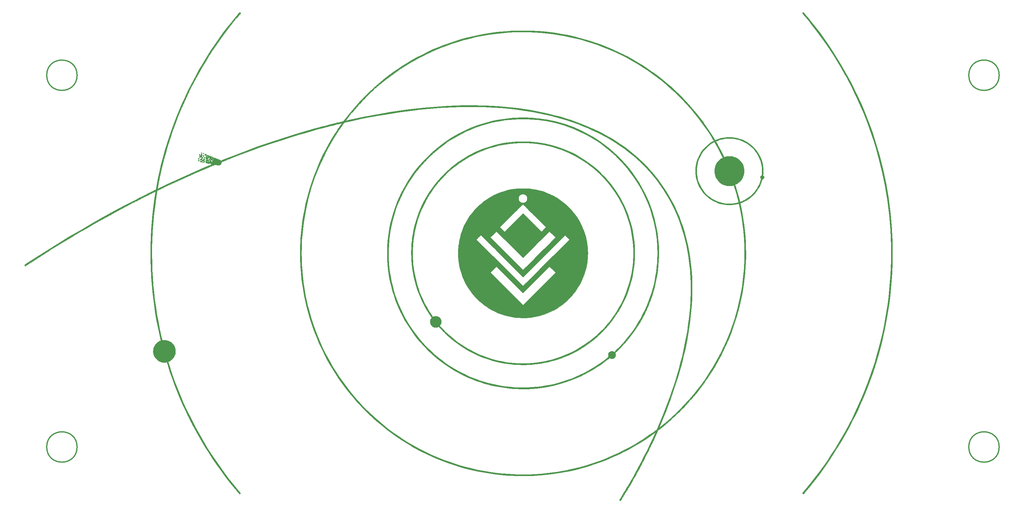
<source format=gbr>
G04 #@! TF.GenerationSoftware,KiCad,Pcbnew,(5.99.0-176-g31e38f2fd)*
G04 #@! TF.CreationDate,2019-12-28T01:19:51+01:00*
G04 #@! TF.ProjectId,5x14_ortho_keyboard_elite-c_backplate,35783134-5f6f-4727-9468-6f5f6b657962,rev?*
G04 #@! TF.SameCoordinates,Original*
G04 #@! TF.FileFunction,Legend,Bot*
G04 #@! TF.FilePolarity,Positive*
%FSLAX46Y46*%
G04 Gerber Fmt 4.6, Leading zero omitted, Abs format (unit mm)*
G04 Created by KiCad (PCBNEW (5.99.0-176-g31e38f2fd)) date 2019-12-28 01:19:51*
%MOMM*%
%LPD*%
G04 APERTURE LIST*
%ADD10C,0.300000*%
%ADD11C,0.010000*%
%ADD12C,2.302000*%
G04 APERTURE END LIST*
D10*
X277825000Y-48456250D02*
G75*
G03X277825000Y-48456250I-4100000J0D01*
G01*
X28825000Y-48456250D02*
G75*
G03X28825000Y-48456250I-4100000J0D01*
G01*
X277825000Y-148956250D02*
G75*
G03X277825000Y-148956250I-4100000J0D01*
G01*
X28825000Y-148956250D02*
G75*
G03X28825000Y-148956250I-4100000J0D01*
G01*
D11*
G36*
X166503576Y-93725671D02*
G01*
X166617627Y-94567000D01*
X166631755Y-94696460D01*
X166652407Y-94895936D01*
X166669197Y-95076353D01*
X166682649Y-95246481D01*
X166693288Y-95415091D01*
X166701638Y-95590952D01*
X166708223Y-95782836D01*
X166713567Y-95999511D01*
X166718194Y-96249750D01*
X166718628Y-96276930D01*
X166721186Y-96768376D01*
X166712670Y-97230607D01*
X166692413Y-97674854D01*
X166659750Y-98112348D01*
X166614015Y-98554320D01*
X166554544Y-99012000D01*
X166550971Y-99037062D01*
X166407689Y-99890470D01*
X166224392Y-100730214D01*
X166001254Y-101555838D01*
X165920234Y-101805873D01*
X165738448Y-102366886D01*
X165436147Y-103162900D01*
X165094524Y-103943425D01*
X164713752Y-104708004D01*
X164294004Y-105456181D01*
X163835452Y-106187500D01*
X163737043Y-106335106D01*
X163458590Y-106738596D01*
X163181307Y-107117927D01*
X162898934Y-107480729D01*
X162605209Y-107834630D01*
X162293869Y-108187259D01*
X161958654Y-108546245D01*
X161593302Y-108919218D01*
X161361863Y-109147940D01*
X161046279Y-109449686D01*
X160741518Y-109727913D01*
X160439816Y-109989293D01*
X160133407Y-110240496D01*
X159814529Y-110488195D01*
X159475417Y-110739061D01*
X159092600Y-111008437D01*
X158374610Y-111474019D01*
X157636547Y-111902811D01*
X156879816Y-112294268D01*
X156105823Y-112647847D01*
X155315973Y-112963007D01*
X154511673Y-113239204D01*
X153694328Y-113475894D01*
X152865344Y-113672536D01*
X152026127Y-113828586D01*
X151178083Y-113943501D01*
X151148588Y-113946725D01*
X150884606Y-113972941D01*
X150595502Y-113997520D01*
X150296627Y-114019242D01*
X150003333Y-114036885D01*
X150002930Y-114036907D01*
X149950471Y-114038687D01*
X149862616Y-114040554D01*
X149746215Y-114042412D01*
X149608120Y-114044163D01*
X149455182Y-114045709D01*
X149294250Y-114046954D01*
X148941122Y-114045719D01*
X148085655Y-114013279D01*
X147236910Y-113939539D01*
X146396167Y-113825028D01*
X145564704Y-113670275D01*
X144743799Y-113475809D01*
X143934731Y-113242160D01*
X143138779Y-112969855D01*
X142357221Y-112659426D01*
X141591336Y-112311400D01*
X140842403Y-111926306D01*
X140111700Y-111504675D01*
X139400506Y-111047034D01*
X138710099Y-110553914D01*
X138041759Y-110025842D01*
X137396763Y-109463349D01*
X136776390Y-108866963D01*
X136537362Y-108621025D01*
X135961406Y-107986555D01*
X135419005Y-107327289D01*
X134910813Y-106644564D01*
X134437487Y-105939719D01*
X133999681Y-105214092D01*
X133598053Y-104469021D01*
X133233256Y-103705844D01*
X132905948Y-102925900D01*
X132616782Y-102130526D01*
X132513161Y-101795504D01*
X140489043Y-101795504D01*
X144849294Y-106155794D01*
X145147627Y-106454104D01*
X145500621Y-106807007D01*
X145844881Y-107151108D01*
X146179229Y-107485232D01*
X146502489Y-107808206D01*
X146813483Y-108118855D01*
X147111034Y-108416004D01*
X147393964Y-108698479D01*
X147661096Y-108965106D01*
X147911253Y-109214709D01*
X148143257Y-109446114D01*
X148355931Y-109658148D01*
X148548098Y-109849635D01*
X148718581Y-110019401D01*
X148866201Y-110166271D01*
X148989782Y-110289071D01*
X149088146Y-110386627D01*
X149160117Y-110457764D01*
X149204516Y-110501307D01*
X149220167Y-110516083D01*
X149230770Y-110506197D01*
X149269995Y-110467831D01*
X149337007Y-110401658D01*
X149430625Y-110308853D01*
X149549673Y-110190592D01*
X149692973Y-110048049D01*
X149859346Y-109882399D01*
X150047614Y-109694818D01*
X150256599Y-109486481D01*
X150485123Y-109258564D01*
X150732009Y-109012240D01*
X150996078Y-108748686D01*
X151276151Y-108469077D01*
X151571052Y-108174587D01*
X151879602Y-107866393D01*
X152200623Y-107545669D01*
X152532937Y-107213590D01*
X152875365Y-106871332D01*
X153226731Y-106520069D01*
X153585855Y-106160978D01*
X157940922Y-101805873D01*
X156374416Y-100239797D01*
X152797292Y-103816875D01*
X149220167Y-107393953D01*
X145637643Y-103811476D01*
X142055120Y-100228999D01*
X141272081Y-101012252D01*
X140489043Y-101795504D01*
X132513161Y-101795504D01*
X132366416Y-101321061D01*
X132155505Y-100498843D01*
X131984704Y-99665210D01*
X131854669Y-98821500D01*
X131854040Y-98816622D01*
X131825675Y-98592072D01*
X131801764Y-98390568D01*
X131781942Y-98205575D01*
X131765843Y-98030553D01*
X131753100Y-97858967D01*
X131743348Y-97684279D01*
X131736219Y-97499951D01*
X131731349Y-97299447D01*
X131728370Y-97076228D01*
X131726916Y-96823758D01*
X131726622Y-96535500D01*
X131726623Y-96532795D01*
X131727168Y-96251353D01*
X131728703Y-96005740D01*
X131731571Y-95789516D01*
X131736118Y-95596239D01*
X131742689Y-95419468D01*
X131751628Y-95252761D01*
X131763282Y-95089677D01*
X131777993Y-94923775D01*
X131796108Y-94748614D01*
X131817972Y-94557753D01*
X131843928Y-94344750D01*
X131921748Y-93792523D01*
X132074383Y-92958193D01*
X132101569Y-92842053D01*
X136742580Y-92842053D01*
X142976068Y-99075568D01*
X143282148Y-99381636D01*
X143707204Y-99806633D01*
X144123976Y-100223298D01*
X144531479Y-100630649D01*
X144928731Y-101027703D01*
X145314747Y-101413478D01*
X145688544Y-101786992D01*
X146049137Y-102147263D01*
X146395543Y-102493308D01*
X146726778Y-102824147D01*
X147041858Y-103138795D01*
X147339800Y-103436272D01*
X147619619Y-103715594D01*
X147880331Y-103975781D01*
X148120954Y-104215849D01*
X148340502Y-104434817D01*
X148537993Y-104631702D01*
X148712442Y-104805522D01*
X148862866Y-104955296D01*
X148988280Y-105080040D01*
X149087701Y-105178773D01*
X149160145Y-105250513D01*
X149204628Y-105294277D01*
X149220167Y-105309083D01*
X149227955Y-105301809D01*
X149263851Y-105266636D01*
X149328003Y-105203194D01*
X149419425Y-105112465D01*
X149537135Y-104995431D01*
X149680148Y-104853074D01*
X149847479Y-104686379D01*
X150038145Y-104496326D01*
X150251160Y-104283899D01*
X150485542Y-104050080D01*
X150740305Y-103795852D01*
X151014465Y-103522197D01*
X151307039Y-103230098D01*
X151617041Y-102920537D01*
X151943488Y-102594498D01*
X152285396Y-102252962D01*
X152641779Y-101896912D01*
X153011655Y-101527331D01*
X153394038Y-101145201D01*
X153787945Y-100751505D01*
X154192391Y-100347225D01*
X154606392Y-99933345D01*
X155028964Y-99510846D01*
X155459122Y-99080711D01*
X161687467Y-92852339D01*
X161121112Y-92286276D01*
X160554758Y-91720212D01*
X159994099Y-92280873D01*
X154882185Y-97392814D01*
X149209613Y-103065416D01*
X143536849Y-97392682D01*
X138414645Y-92270504D01*
X140489043Y-92270504D01*
X144849294Y-96630794D01*
X145147627Y-96929104D01*
X145500621Y-97282007D01*
X145844881Y-97626108D01*
X146179229Y-97960232D01*
X146502489Y-98283206D01*
X146813483Y-98593855D01*
X147111034Y-98891004D01*
X147393964Y-99173479D01*
X147661096Y-99440106D01*
X147911253Y-99689709D01*
X148143257Y-99921114D01*
X148355931Y-100133148D01*
X148548098Y-100324635D01*
X148718581Y-100494401D01*
X148866201Y-100641271D01*
X148989782Y-100764071D01*
X149088146Y-100861627D01*
X149160117Y-100932764D01*
X149204516Y-100976307D01*
X149220167Y-100991083D01*
X149230770Y-100981197D01*
X149269995Y-100942831D01*
X149337007Y-100876658D01*
X149430625Y-100783853D01*
X149549673Y-100665592D01*
X149692973Y-100523049D01*
X149859346Y-100357399D01*
X150047614Y-100169818D01*
X150256599Y-99961481D01*
X150485123Y-99733564D01*
X150732009Y-99487240D01*
X150996078Y-99223686D01*
X151276151Y-98944077D01*
X151571052Y-98649587D01*
X151879602Y-98341393D01*
X152200623Y-98020669D01*
X152532937Y-97688590D01*
X152875365Y-97346332D01*
X153226731Y-96995069D01*
X153585855Y-96635978D01*
X157940922Y-92280873D01*
X156374416Y-90714797D01*
X152797292Y-94291875D01*
X149220167Y-97868953D01*
X145637643Y-94286476D01*
X142055120Y-90703999D01*
X141272081Y-91487252D01*
X140489043Y-92270504D01*
X138414645Y-92270504D01*
X137864086Y-91719948D01*
X137303333Y-92281000D01*
X136742580Y-92842053D01*
X132101569Y-92842053D01*
X132267692Y-92132391D01*
X132500916Y-91316990D01*
X132773298Y-90513868D01*
X133084083Y-89724898D01*
X133177029Y-89518709D01*
X143092475Y-89518709D01*
X144224849Y-90651083D01*
X146722508Y-88153492D01*
X149220167Y-85655900D01*
X151712575Y-88148241D01*
X151980726Y-88416323D01*
X152243552Y-88678958D01*
X152496745Y-88931845D01*
X152738746Y-89173432D01*
X152967993Y-89402163D01*
X153182926Y-89616485D01*
X153381984Y-89814844D01*
X153563607Y-89995687D01*
X153726234Y-90157458D01*
X153868304Y-90298605D01*
X153988257Y-90417573D01*
X154084532Y-90512809D01*
X154155568Y-90582759D01*
X154199806Y-90625868D01*
X154215683Y-90640583D01*
X154215914Y-90640517D01*
X154234620Y-90624173D01*
X154279567Y-90581310D01*
X154347393Y-90515235D01*
X154434738Y-90429255D01*
X154538242Y-90326678D01*
X154654544Y-90210810D01*
X154780284Y-90084958D01*
X155334185Y-89529333D01*
X152275593Y-86461759D01*
X149217000Y-83394184D01*
X146154738Y-86456447D01*
X143092475Y-89518709D01*
X133177029Y-89518709D01*
X133432513Y-88951958D01*
X133817832Y-88196922D01*
X134239282Y-87461667D01*
X134696108Y-86748068D01*
X135187551Y-86058000D01*
X135488519Y-85668209D01*
X136038962Y-85008614D01*
X136617700Y-84379495D01*
X137223515Y-83781561D01*
X137855187Y-83215524D01*
X138511497Y-82682095D01*
X139191226Y-82181982D01*
X139893153Y-81715898D01*
X140616060Y-81284553D01*
X141358727Y-80888657D01*
X142119934Y-80528921D01*
X142898463Y-80206055D01*
X143693094Y-79920771D01*
X144502608Y-79673778D01*
X145325785Y-79465788D01*
X146161405Y-79297511D01*
X147008250Y-79169657D01*
X147075636Y-79161205D01*
X147275132Y-79136897D01*
X147455191Y-79116458D01*
X147621988Y-79099563D01*
X147781701Y-79085885D01*
X147940506Y-79075097D01*
X148104580Y-79066874D01*
X148280100Y-79060888D01*
X148473241Y-79056815D01*
X148690182Y-79054327D01*
X148937098Y-79053098D01*
X149220167Y-79052802D01*
X149259845Y-79052815D01*
X149522128Y-79053231D01*
X149747597Y-79054299D01*
X149941094Y-79056142D01*
X150107461Y-79058883D01*
X150251541Y-79062643D01*
X150378176Y-79067547D01*
X150492208Y-79073716D01*
X150598480Y-79081274D01*
X150701833Y-79090343D01*
X150989663Y-79119611D01*
X151761549Y-79217464D01*
X152506339Y-79341497D01*
X153229469Y-79492927D01*
X153936377Y-79672968D01*
X154632500Y-79882838D01*
X155323275Y-80123752D01*
X155435855Y-80166104D01*
X156224569Y-80488070D01*
X156992102Y-80845774D01*
X157737551Y-81238060D01*
X158460013Y-81663774D01*
X159158584Y-82121760D01*
X159832361Y-82610863D01*
X160480440Y-83129928D01*
X161101918Y-83677798D01*
X161695891Y-84253319D01*
X162261456Y-84855336D01*
X162797710Y-85482694D01*
X163303749Y-86134236D01*
X163778670Y-86808808D01*
X164221570Y-87505254D01*
X164631544Y-88222420D01*
X165007690Y-88959150D01*
X165265482Y-89529333D01*
X165349104Y-89714288D01*
X165654882Y-90486679D01*
X165924122Y-91275168D01*
X166155920Y-92078600D01*
X166339081Y-92852339D01*
X166349373Y-92895820D01*
X166503576Y-93725671D01*
X166503576Y-93725671D01*
G37*
X166503576Y-93725671D02*
X166617627Y-94567000D01*
X166631755Y-94696460D01*
X166652407Y-94895936D01*
X166669197Y-95076353D01*
X166682649Y-95246481D01*
X166693288Y-95415091D01*
X166701638Y-95590952D01*
X166708223Y-95782836D01*
X166713567Y-95999511D01*
X166718194Y-96249750D01*
X166718628Y-96276930D01*
X166721186Y-96768376D01*
X166712670Y-97230607D01*
X166692413Y-97674854D01*
X166659750Y-98112348D01*
X166614015Y-98554320D01*
X166554544Y-99012000D01*
X166550971Y-99037062D01*
X166407689Y-99890470D01*
X166224392Y-100730214D01*
X166001254Y-101555838D01*
X165920234Y-101805873D01*
X165738448Y-102366886D01*
X165436147Y-103162900D01*
X165094524Y-103943425D01*
X164713752Y-104708004D01*
X164294004Y-105456181D01*
X163835452Y-106187500D01*
X163737043Y-106335106D01*
X163458590Y-106738596D01*
X163181307Y-107117927D01*
X162898934Y-107480729D01*
X162605209Y-107834630D01*
X162293869Y-108187259D01*
X161958654Y-108546245D01*
X161593302Y-108919218D01*
X161361863Y-109147940D01*
X161046279Y-109449686D01*
X160741518Y-109727913D01*
X160439816Y-109989293D01*
X160133407Y-110240496D01*
X159814529Y-110488195D01*
X159475417Y-110739061D01*
X159092600Y-111008437D01*
X158374610Y-111474019D01*
X157636547Y-111902811D01*
X156879816Y-112294268D01*
X156105823Y-112647847D01*
X155315973Y-112963007D01*
X154511673Y-113239204D01*
X153694328Y-113475894D01*
X152865344Y-113672536D01*
X152026127Y-113828586D01*
X151178083Y-113943501D01*
X151148588Y-113946725D01*
X150884606Y-113972941D01*
X150595502Y-113997520D01*
X150296627Y-114019242D01*
X150003333Y-114036885D01*
X150002930Y-114036907D01*
X149950471Y-114038687D01*
X149862616Y-114040554D01*
X149746215Y-114042412D01*
X149608120Y-114044163D01*
X149455182Y-114045709D01*
X149294250Y-114046954D01*
X148941122Y-114045719D01*
X148085655Y-114013279D01*
X147236910Y-113939539D01*
X146396167Y-113825028D01*
X145564704Y-113670275D01*
X144743799Y-113475809D01*
X143934731Y-113242160D01*
X143138779Y-112969855D01*
X142357221Y-112659426D01*
X141591336Y-112311400D01*
X140842403Y-111926306D01*
X140111700Y-111504675D01*
X139400506Y-111047034D01*
X138710099Y-110553914D01*
X138041759Y-110025842D01*
X137396763Y-109463349D01*
X136776390Y-108866963D01*
X136537362Y-108621025D01*
X135961406Y-107986555D01*
X135419005Y-107327289D01*
X134910813Y-106644564D01*
X134437487Y-105939719D01*
X133999681Y-105214092D01*
X133598053Y-104469021D01*
X133233256Y-103705844D01*
X132905948Y-102925900D01*
X132616782Y-102130526D01*
X132513161Y-101795504D01*
X140489043Y-101795504D01*
X144849294Y-106155794D01*
X145147627Y-106454104D01*
X145500621Y-106807007D01*
X145844881Y-107151108D01*
X146179229Y-107485232D01*
X146502489Y-107808206D01*
X146813483Y-108118855D01*
X147111034Y-108416004D01*
X147393964Y-108698479D01*
X147661096Y-108965106D01*
X147911253Y-109214709D01*
X148143257Y-109446114D01*
X148355931Y-109658148D01*
X148548098Y-109849635D01*
X148718581Y-110019401D01*
X148866201Y-110166271D01*
X148989782Y-110289071D01*
X149088146Y-110386627D01*
X149160117Y-110457764D01*
X149204516Y-110501307D01*
X149220167Y-110516083D01*
X149230770Y-110506197D01*
X149269995Y-110467831D01*
X149337007Y-110401658D01*
X149430625Y-110308853D01*
X149549673Y-110190592D01*
X149692973Y-110048049D01*
X149859346Y-109882399D01*
X150047614Y-109694818D01*
X150256599Y-109486481D01*
X150485123Y-109258564D01*
X150732009Y-109012240D01*
X150996078Y-108748686D01*
X151276151Y-108469077D01*
X151571052Y-108174587D01*
X151879602Y-107866393D01*
X152200623Y-107545669D01*
X152532937Y-107213590D01*
X152875365Y-106871332D01*
X153226731Y-106520069D01*
X153585855Y-106160978D01*
X157940922Y-101805873D01*
X156374416Y-100239797D01*
X152797292Y-103816875D01*
X149220167Y-107393953D01*
X145637643Y-103811476D01*
X142055120Y-100228999D01*
X141272081Y-101012252D01*
X140489043Y-101795504D01*
X132513161Y-101795504D01*
X132366416Y-101321061D01*
X132155505Y-100498843D01*
X131984704Y-99665210D01*
X131854669Y-98821500D01*
X131854040Y-98816622D01*
X131825675Y-98592072D01*
X131801764Y-98390568D01*
X131781942Y-98205575D01*
X131765843Y-98030553D01*
X131753100Y-97858967D01*
X131743348Y-97684279D01*
X131736219Y-97499951D01*
X131731349Y-97299447D01*
X131728370Y-97076228D01*
X131726916Y-96823758D01*
X131726622Y-96535500D01*
X131726623Y-96532795D01*
X131727168Y-96251353D01*
X131728703Y-96005740D01*
X131731571Y-95789516D01*
X131736118Y-95596239D01*
X131742689Y-95419468D01*
X131751628Y-95252761D01*
X131763282Y-95089677D01*
X131777993Y-94923775D01*
X131796108Y-94748614D01*
X131817972Y-94557753D01*
X131843928Y-94344750D01*
X131921748Y-93792523D01*
X132074383Y-92958193D01*
X132101569Y-92842053D01*
X136742580Y-92842053D01*
X142976068Y-99075568D01*
X143282148Y-99381636D01*
X143707204Y-99806633D01*
X144123976Y-100223298D01*
X144531479Y-100630649D01*
X144928731Y-101027703D01*
X145314747Y-101413478D01*
X145688544Y-101786992D01*
X146049137Y-102147263D01*
X146395543Y-102493308D01*
X146726778Y-102824147D01*
X147041858Y-103138795D01*
X147339800Y-103436272D01*
X147619619Y-103715594D01*
X147880331Y-103975781D01*
X148120954Y-104215849D01*
X148340502Y-104434817D01*
X148537993Y-104631702D01*
X148712442Y-104805522D01*
X148862866Y-104955296D01*
X148988280Y-105080040D01*
X149087701Y-105178773D01*
X149160145Y-105250513D01*
X149204628Y-105294277D01*
X149220167Y-105309083D01*
X149227955Y-105301809D01*
X149263851Y-105266636D01*
X149328003Y-105203194D01*
X149419425Y-105112465D01*
X149537135Y-104995431D01*
X149680148Y-104853074D01*
X149847479Y-104686379D01*
X150038145Y-104496326D01*
X150251160Y-104283899D01*
X150485542Y-104050080D01*
X150740305Y-103795852D01*
X151014465Y-103522197D01*
X151307039Y-103230098D01*
X151617041Y-102920537D01*
X151943488Y-102594498D01*
X152285396Y-102252962D01*
X152641779Y-101896912D01*
X153011655Y-101527331D01*
X153394038Y-101145201D01*
X153787945Y-100751505D01*
X154192391Y-100347225D01*
X154606392Y-99933345D01*
X155028964Y-99510846D01*
X155459122Y-99080711D01*
X161687467Y-92852339D01*
X161121112Y-92286276D01*
X160554758Y-91720212D01*
X159994099Y-92280873D01*
X154882185Y-97392814D01*
X149209613Y-103065416D01*
X143536849Y-97392682D01*
X138414645Y-92270504D01*
X140489043Y-92270504D01*
X144849294Y-96630794D01*
X145147627Y-96929104D01*
X145500621Y-97282007D01*
X145844881Y-97626108D01*
X146179229Y-97960232D01*
X146502489Y-98283206D01*
X146813483Y-98593855D01*
X147111034Y-98891004D01*
X147393964Y-99173479D01*
X147661096Y-99440106D01*
X147911253Y-99689709D01*
X148143257Y-99921114D01*
X148355931Y-100133148D01*
X148548098Y-100324635D01*
X148718581Y-100494401D01*
X148866201Y-100641271D01*
X148989782Y-100764071D01*
X149088146Y-100861627D01*
X149160117Y-100932764D01*
X149204516Y-100976307D01*
X149220167Y-100991083D01*
X149230770Y-100981197D01*
X149269995Y-100942831D01*
X149337007Y-100876658D01*
X149430625Y-100783853D01*
X149549673Y-100665592D01*
X149692973Y-100523049D01*
X149859346Y-100357399D01*
X150047614Y-100169818D01*
X150256599Y-99961481D01*
X150485123Y-99733564D01*
X150732009Y-99487240D01*
X150996078Y-99223686D01*
X151276151Y-98944077D01*
X151571052Y-98649587D01*
X151879602Y-98341393D01*
X152200623Y-98020669D01*
X152532937Y-97688590D01*
X152875365Y-97346332D01*
X153226731Y-96995069D01*
X153585855Y-96635978D01*
X157940922Y-92280873D01*
X156374416Y-90714797D01*
X152797292Y-94291875D01*
X149220167Y-97868953D01*
X145637643Y-94286476D01*
X142055120Y-90703999D01*
X141272081Y-91487252D01*
X140489043Y-92270504D01*
X138414645Y-92270504D01*
X137864086Y-91719948D01*
X137303333Y-92281000D01*
X136742580Y-92842053D01*
X132101569Y-92842053D01*
X132267692Y-92132391D01*
X132500916Y-91316990D01*
X132773298Y-90513868D01*
X133084083Y-89724898D01*
X133177029Y-89518709D01*
X143092475Y-89518709D01*
X144224849Y-90651083D01*
X146722508Y-88153492D01*
X149220167Y-85655900D01*
X151712575Y-88148241D01*
X151980726Y-88416323D01*
X152243552Y-88678958D01*
X152496745Y-88931845D01*
X152738746Y-89173432D01*
X152967993Y-89402163D01*
X153182926Y-89616485D01*
X153381984Y-89814844D01*
X153563607Y-89995687D01*
X153726234Y-90157458D01*
X153868304Y-90298605D01*
X153988257Y-90417573D01*
X154084532Y-90512809D01*
X154155568Y-90582759D01*
X154199806Y-90625868D01*
X154215683Y-90640583D01*
X154215914Y-90640517D01*
X154234620Y-90624173D01*
X154279567Y-90581310D01*
X154347393Y-90515235D01*
X154434738Y-90429255D01*
X154538242Y-90326678D01*
X154654544Y-90210810D01*
X154780284Y-90084958D01*
X155334185Y-89529333D01*
X152275593Y-86461759D01*
X149217000Y-83394184D01*
X146154738Y-86456447D01*
X143092475Y-89518709D01*
X133177029Y-89518709D01*
X133432513Y-88951958D01*
X133817832Y-88196922D01*
X134239282Y-87461667D01*
X134696108Y-86748068D01*
X135187551Y-86058000D01*
X135488519Y-85668209D01*
X136038962Y-85008614D01*
X136617700Y-84379495D01*
X137223515Y-83781561D01*
X137855187Y-83215524D01*
X138511497Y-82682095D01*
X139191226Y-82181982D01*
X139893153Y-81715898D01*
X140616060Y-81284553D01*
X141358727Y-80888657D01*
X142119934Y-80528921D01*
X142898463Y-80206055D01*
X143693094Y-79920771D01*
X144502608Y-79673778D01*
X145325785Y-79465788D01*
X146161405Y-79297511D01*
X147008250Y-79169657D01*
X147075636Y-79161205D01*
X147275132Y-79136897D01*
X147455191Y-79116458D01*
X147621988Y-79099563D01*
X147781701Y-79085885D01*
X147940506Y-79075097D01*
X148104580Y-79066874D01*
X148280100Y-79060888D01*
X148473241Y-79056815D01*
X148690182Y-79054327D01*
X148937098Y-79053098D01*
X149220167Y-79052802D01*
X149259845Y-79052815D01*
X149522128Y-79053231D01*
X149747597Y-79054299D01*
X149941094Y-79056142D01*
X150107461Y-79058883D01*
X150251541Y-79062643D01*
X150378176Y-79067547D01*
X150492208Y-79073716D01*
X150598480Y-79081274D01*
X150701833Y-79090343D01*
X150989663Y-79119611D01*
X151761549Y-79217464D01*
X152506339Y-79341497D01*
X153229469Y-79492927D01*
X153936377Y-79672968D01*
X154632500Y-79882838D01*
X155323275Y-80123752D01*
X155435855Y-80166104D01*
X156224569Y-80488070D01*
X156992102Y-80845774D01*
X157737551Y-81238060D01*
X158460013Y-81663774D01*
X159158584Y-82121760D01*
X159832361Y-82610863D01*
X160480440Y-83129928D01*
X161101918Y-83677798D01*
X161695891Y-84253319D01*
X162261456Y-84855336D01*
X162797710Y-85482694D01*
X163303749Y-86134236D01*
X163778670Y-86808808D01*
X164221570Y-87505254D01*
X164631544Y-88222420D01*
X165007690Y-88959150D01*
X165265482Y-89529333D01*
X165349104Y-89714288D01*
X165654882Y-90486679D01*
X165924122Y-91275168D01*
X166155920Y-92078600D01*
X166339081Y-92852339D01*
X166349373Y-92895820D01*
X166503576Y-93725671D01*
G36*
X179396122Y-96994097D02*
G01*
X179390633Y-97300309D01*
X179384045Y-97574784D01*
X179375922Y-97826812D01*
X179365829Y-98065687D01*
X179353329Y-98300701D01*
X179337986Y-98541146D01*
X179319366Y-98796315D01*
X179297031Y-99075500D01*
X179256355Y-99527559D01*
X179129833Y-100622566D01*
X178964392Y-101704696D01*
X178759238Y-102778288D01*
X178513576Y-103847676D01*
X178226613Y-104917198D01*
X178181999Y-105070834D01*
X177846712Y-106138977D01*
X177471699Y-107193228D01*
X177057570Y-108232441D01*
X176604932Y-109255473D01*
X176114393Y-110261179D01*
X175586562Y-111248415D01*
X175022046Y-112216036D01*
X174421453Y-113162898D01*
X173785391Y-114087857D01*
X173114469Y-114989767D01*
X172409294Y-115867484D01*
X171973627Y-116377902D01*
X171219366Y-117210451D01*
X170435326Y-118014253D01*
X169622865Y-118788167D01*
X168783343Y-119531052D01*
X167918117Y-120241768D01*
X167028545Y-120919173D01*
X166115985Y-121562127D01*
X165181795Y-122169489D01*
X164227333Y-122740119D01*
X163340169Y-123228895D01*
X162330880Y-123739895D01*
X161307743Y-124210919D01*
X160270977Y-124641903D01*
X159220803Y-125032784D01*
X158157442Y-125383500D01*
X157081113Y-125693986D01*
X155992037Y-125964181D01*
X154890434Y-126194020D01*
X153776526Y-126383442D01*
X152650531Y-126532382D01*
X151512672Y-126640778D01*
X150363167Y-126708566D01*
X150239362Y-126712547D01*
X150064342Y-126715961D01*
X149859678Y-126718216D01*
X149631914Y-126719362D01*
X149387591Y-126719449D01*
X149133254Y-126718524D01*
X148875444Y-126716638D01*
X148620706Y-126713841D01*
X148375582Y-126710180D01*
X148146614Y-126705707D01*
X147940347Y-126700469D01*
X147763322Y-126694517D01*
X147622083Y-126687900D01*
X146822602Y-126633066D01*
X145792466Y-126534144D01*
X144783621Y-126404084D01*
X143790992Y-126242035D01*
X142809502Y-126047147D01*
X141834075Y-125818570D01*
X140859635Y-125555454D01*
X140445444Y-125433121D01*
X139371041Y-125085546D01*
X138313785Y-124699365D01*
X137274224Y-124274885D01*
X136252907Y-123812416D01*
X135250382Y-123312264D01*
X134267196Y-122774738D01*
X133303899Y-122200145D01*
X132361037Y-121588795D01*
X131439160Y-120940994D01*
X130538816Y-120257051D01*
X129660552Y-119537273D01*
X128804917Y-118781970D01*
X128776036Y-118755426D01*
X128622889Y-118612102D01*
X128449904Y-118446613D01*
X128262157Y-118264068D01*
X128064723Y-118069572D01*
X127862680Y-117868236D01*
X127661102Y-117665166D01*
X127465066Y-117465470D01*
X127279647Y-117274256D01*
X127109922Y-117096631D01*
X126960967Y-116937704D01*
X126837857Y-116802583D01*
X126818663Y-116781091D01*
X126728696Y-116680529D01*
X126646758Y-116589211D01*
X126577882Y-116512728D01*
X126527101Y-116456670D01*
X126499448Y-116426629D01*
X126453964Y-116378759D01*
X126309765Y-116451310D01*
X126198128Y-116502224D01*
X126024344Y-116558811D01*
X125839326Y-116590133D01*
X125629917Y-116599048D01*
X125455733Y-116591528D01*
X125291208Y-116566755D01*
X125135809Y-116521168D01*
X124973498Y-116451153D01*
X124856767Y-116387196D01*
X124661862Y-116245102D01*
X124491244Y-116073490D01*
X124349252Y-115877830D01*
X124240222Y-115663589D01*
X124168492Y-115436238D01*
X124152083Y-115343386D01*
X124138215Y-115158497D01*
X124143773Y-114964290D01*
X124167951Y-114776794D01*
X124209943Y-114612036D01*
X124283305Y-114433859D01*
X124386529Y-114251582D01*
X124505594Y-114097694D01*
X124589121Y-114006888D01*
X124518808Y-113907194D01*
X124137112Y-113352318D01*
X123544811Y-112432931D01*
X122984276Y-111488371D01*
X122456986Y-110521658D01*
X121964426Y-109535809D01*
X121508076Y-108533842D01*
X121089419Y-107518776D01*
X120709938Y-106493628D01*
X120371114Y-105461417D01*
X120251494Y-105063195D01*
X119994132Y-104133107D01*
X119768859Y-103205113D01*
X119574591Y-102273243D01*
X119410242Y-101331526D01*
X119274728Y-100373991D01*
X119166964Y-99394667D01*
X119085865Y-98387583D01*
X119080582Y-98299167D01*
X119072117Y-98113525D01*
X119064818Y-97895796D01*
X119058702Y-97651701D01*
X119053789Y-97386965D01*
X119050096Y-97107309D01*
X119047640Y-96818458D01*
X119046441Y-96526133D01*
X119046516Y-96236058D01*
X119046741Y-96189619D01*
X119409343Y-96189619D01*
X119410866Y-97046260D01*
X119435035Y-97892496D01*
X119481884Y-98715666D01*
X119550756Y-99518902D01*
X119682190Y-100628087D01*
X119854990Y-101729673D01*
X120068826Y-102822640D01*
X120323372Y-103905972D01*
X120618301Y-104978650D01*
X120953285Y-106039656D01*
X121327996Y-107087973D01*
X121742109Y-108122582D01*
X122195295Y-109142466D01*
X122687227Y-110146605D01*
X123217579Y-111133984D01*
X123786022Y-112103583D01*
X123821081Y-112160089D01*
X123883336Y-112258385D01*
X123960026Y-112377876D01*
X124048031Y-112513832D01*
X124144234Y-112661525D01*
X124245516Y-112816227D01*
X124348758Y-112973208D01*
X124450842Y-113127741D01*
X124548649Y-113275097D01*
X124639062Y-113410547D01*
X124718961Y-113529362D01*
X124785228Y-113626815D01*
X124834744Y-113698177D01*
X124864392Y-113738718D01*
X124870268Y-113745832D01*
X124888572Y-113759942D01*
X124914498Y-113760355D01*
X124958236Y-113745551D01*
X125029977Y-113714009D01*
X125167758Y-113659924D01*
X125397986Y-113603689D01*
X125630799Y-113585702D01*
X125861890Y-113604104D01*
X126086954Y-113657034D01*
X126301688Y-113742631D01*
X126501786Y-113859036D01*
X126682942Y-114004387D01*
X126840853Y-114176825D01*
X126971212Y-114374488D01*
X127069715Y-114595516D01*
X127106838Y-114734460D01*
X127132578Y-114908715D01*
X127142733Y-115093475D01*
X127136513Y-115273476D01*
X127113128Y-115433452D01*
X127112110Y-115437973D01*
X127066248Y-115590359D01*
X126998884Y-115751334D01*
X126918000Y-115903947D01*
X126831581Y-116031248D01*
X126746574Y-116138330D01*
X127129959Y-116560415D01*
X127485638Y-116945282D01*
X128270676Y-117749787D01*
X129081981Y-118521753D01*
X129918617Y-119260679D01*
X130779645Y-119966064D01*
X131664129Y-120637407D01*
X132571132Y-121274208D01*
X133499715Y-121875965D01*
X134448942Y-122442179D01*
X135417876Y-122972348D01*
X136405579Y-123465971D01*
X137411113Y-123922548D01*
X138433542Y-124341577D01*
X139471929Y-124722559D01*
X140525336Y-125064992D01*
X141592825Y-125368375D01*
X142673460Y-125632208D01*
X143766303Y-125855990D01*
X144870417Y-126039220D01*
X145101090Y-126072141D01*
X145537401Y-126129237D01*
X145982302Y-126180522D01*
X146444214Y-126226874D01*
X146931557Y-126269170D01*
X147452750Y-126308287D01*
X147482783Y-126310173D01*
X147592569Y-126315136D01*
X147737716Y-126319712D01*
X147913109Y-126323873D01*
X148113630Y-126327589D01*
X148334161Y-126330830D01*
X148569585Y-126333567D01*
X148814785Y-126335769D01*
X149064644Y-126337407D01*
X149314045Y-126338451D01*
X149557870Y-126338872D01*
X149791002Y-126338640D01*
X150008324Y-126337726D01*
X150204719Y-126336099D01*
X150375069Y-126333730D01*
X150514257Y-126330589D01*
X150617167Y-126326646D01*
X150740171Y-126319775D01*
X150902297Y-126309945D01*
X151079383Y-126298586D01*
X151257196Y-126286614D01*
X151421500Y-126274944D01*
X151610126Y-126260499D01*
X152724787Y-126150501D01*
X153831590Y-125999158D01*
X154929494Y-125806858D01*
X156017458Y-125573990D01*
X157094442Y-125300942D01*
X158159406Y-124988103D01*
X159211310Y-124635860D01*
X160249112Y-124244604D01*
X161271773Y-123814722D01*
X162278253Y-123346602D01*
X163267510Y-122840633D01*
X164238504Y-122297205D01*
X165190196Y-121716704D01*
X166121544Y-121099520D01*
X167031509Y-120446040D01*
X167103970Y-120391742D01*
X167986632Y-119702203D01*
X168839837Y-118983080D01*
X169663016Y-118235361D01*
X170455599Y-117460038D01*
X171217018Y-116658098D01*
X171946703Y-115830531D01*
X172644086Y-114978327D01*
X173308597Y-114102476D01*
X173939667Y-113203965D01*
X174536727Y-112283786D01*
X175099209Y-111342927D01*
X175626544Y-110382378D01*
X176118161Y-109403128D01*
X176573493Y-108406166D01*
X176991969Y-107392482D01*
X177373022Y-106363065D01*
X177716082Y-105318905D01*
X178020580Y-104260991D01*
X178285947Y-103190312D01*
X178511614Y-102107859D01*
X178697013Y-101014619D01*
X178841573Y-99911583D01*
X178847291Y-99860291D01*
X178881752Y-99540855D01*
X178911170Y-99246100D01*
X178935976Y-98968581D01*
X178956600Y-98700856D01*
X178973473Y-98435478D01*
X178987025Y-98165005D01*
X178997685Y-97881991D01*
X179005886Y-97578993D01*
X179012056Y-97248566D01*
X179016626Y-96883266D01*
X179017816Y-96755751D01*
X179019845Y-96382539D01*
X179019165Y-96042195D01*
X179015587Y-95727603D01*
X179008922Y-95431646D01*
X178998978Y-95147207D01*
X178985568Y-94867170D01*
X178968501Y-94584417D01*
X178947588Y-94291833D01*
X178874039Y-93474276D01*
X178737386Y-92358306D01*
X178559932Y-91252447D01*
X178342054Y-90157569D01*
X178084126Y-89074541D01*
X177786524Y-88004235D01*
X177449623Y-86947520D01*
X177073799Y-85905266D01*
X176659426Y-84878343D01*
X176206882Y-83867622D01*
X175716540Y-82873971D01*
X175188776Y-81898262D01*
X174623967Y-80941365D01*
X174022486Y-80004149D01*
X173384710Y-79087484D01*
X172711015Y-78192241D01*
X172001774Y-77319289D01*
X171257365Y-76469500D01*
X171228971Y-76438386D01*
X171075346Y-76273060D01*
X170898363Y-76086723D01*
X170704387Y-75885809D01*
X170499784Y-75676749D01*
X170290920Y-75465976D01*
X170084160Y-75259921D01*
X169885871Y-75065018D01*
X169702418Y-74887699D01*
X169540167Y-74734395D01*
X169119358Y-74350059D01*
X168267276Y-73614336D01*
X167391393Y-72913101D01*
X166492582Y-72246826D01*
X165571716Y-71615988D01*
X164629668Y-71021060D01*
X163667312Y-70462517D01*
X162685521Y-69940834D01*
X161685167Y-69456485D01*
X160667125Y-69009946D01*
X159632267Y-68601690D01*
X158581467Y-68232192D01*
X157515598Y-67901928D01*
X156435533Y-67611371D01*
X155932698Y-67490849D01*
X154840708Y-67260654D01*
X153742765Y-67071842D01*
X152640156Y-66924332D01*
X151534164Y-66818045D01*
X150426074Y-66752901D01*
X149317170Y-66728819D01*
X148208738Y-66745721D01*
X147102061Y-66803526D01*
X145998425Y-66902154D01*
X144899113Y-67041526D01*
X143805411Y-67221561D01*
X142718603Y-67442180D01*
X141639974Y-67703302D01*
X140570808Y-68004848D01*
X139512390Y-68346739D01*
X138466004Y-68728893D01*
X137775502Y-69006112D01*
X136758022Y-69452383D01*
X135759128Y-69936094D01*
X134779848Y-70456415D01*
X133821210Y-71012512D01*
X132884244Y-71603555D01*
X131969980Y-72228713D01*
X131079444Y-72887153D01*
X130213668Y-73578045D01*
X129373679Y-74300558D01*
X128560507Y-75053859D01*
X127775181Y-75837117D01*
X127018729Y-76649501D01*
X126292180Y-77490179D01*
X125596564Y-78358320D01*
X124932909Y-79253093D01*
X124302245Y-80173666D01*
X124003721Y-80636717D01*
X123423579Y-81594187D01*
X122880937Y-82570311D01*
X122376168Y-83564001D01*
X121909642Y-84574174D01*
X121481732Y-85599743D01*
X121092808Y-86639623D01*
X120743242Y-87692729D01*
X120433406Y-88757976D01*
X120163670Y-89834278D01*
X119934406Y-90920550D01*
X119745986Y-92015707D01*
X119598780Y-93118663D01*
X119493160Y-94228333D01*
X119474114Y-94495762D01*
X119430437Y-95335233D01*
X119409343Y-96189619D01*
X119046741Y-96189619D01*
X119047884Y-95953955D01*
X119050562Y-95685548D01*
X119054568Y-95436559D01*
X119059921Y-95212712D01*
X119066639Y-95019729D01*
X119074739Y-94863333D01*
X119091899Y-94607900D01*
X119134232Y-94053660D01*
X119181958Y-93528546D01*
X119236009Y-93023519D01*
X119297321Y-92529544D01*
X119366827Y-92037583D01*
X119487256Y-91295789D01*
X119702077Y-90190817D01*
X119957307Y-89097597D01*
X120252557Y-88016996D01*
X120587435Y-86949886D01*
X120961550Y-85897134D01*
X121374513Y-84859610D01*
X121825932Y-83838183D01*
X122315417Y-82833722D01*
X122842577Y-81847098D01*
X123407022Y-80879178D01*
X124008360Y-79930831D01*
X124646202Y-79002929D01*
X125320156Y-78096338D01*
X126029832Y-77211930D01*
X126680797Y-76456455D01*
X127440443Y-75635059D01*
X128227919Y-74844474D01*
X129042164Y-74085271D01*
X129882115Y-73358019D01*
X130746707Y-72663289D01*
X131634880Y-72001650D01*
X132545569Y-71373673D01*
X133477711Y-70779926D01*
X134430245Y-70220981D01*
X135402106Y-69697406D01*
X136392232Y-69209771D01*
X137399561Y-68758647D01*
X138423029Y-68344604D01*
X139461573Y-67968210D01*
X140514130Y-67630036D01*
X141579638Y-67330652D01*
X142657034Y-67070628D01*
X143745254Y-66850532D01*
X144843236Y-66670937D01*
X145949917Y-66532410D01*
X146047416Y-66522140D01*
X146354385Y-66490950D01*
X146638197Y-66464246D01*
X146905402Y-66441711D01*
X147162544Y-66423028D01*
X147416172Y-66407879D01*
X147672832Y-66395948D01*
X147939071Y-66386917D01*
X148221435Y-66380470D01*
X148526472Y-66376288D01*
X148860728Y-66374054D01*
X149230750Y-66373453D01*
X149433800Y-66373617D01*
X149716163Y-66374375D01*
X149965903Y-66375927D01*
X150188914Y-66378474D01*
X150391088Y-66382219D01*
X150578317Y-66387364D01*
X150756494Y-66394113D01*
X150931511Y-66402668D01*
X151109261Y-66413231D01*
X151295637Y-66426006D01*
X151496530Y-66441195D01*
X151717833Y-66459001D01*
X152807653Y-66568365D01*
X153923011Y-66721778D01*
X155028824Y-66916074D01*
X156124135Y-67150873D01*
X157207988Y-67425794D01*
X158279427Y-67740456D01*
X159337498Y-68094477D01*
X160381244Y-68487477D01*
X161409709Y-68919075D01*
X162421938Y-69388891D01*
X163416975Y-69896542D01*
X164393865Y-70441648D01*
X165351651Y-71023829D01*
X166289379Y-71642703D01*
X167206091Y-72297889D01*
X168100833Y-72989007D01*
X168957034Y-73702278D01*
X169796668Y-74455908D01*
X170606272Y-75238742D01*
X171385138Y-76049858D01*
X172132560Y-76888334D01*
X172847833Y-77753249D01*
X173530251Y-78643680D01*
X174179107Y-79558706D01*
X174793695Y-80497405D01*
X175373311Y-81458856D01*
X175917246Y-82442136D01*
X176424797Y-83446325D01*
X176895255Y-84470500D01*
X177093740Y-84935606D01*
X177504412Y-85975900D01*
X177875629Y-87030559D01*
X178207121Y-88098245D01*
X178498622Y-89177622D01*
X178749862Y-90267352D01*
X178960574Y-91366098D01*
X179130490Y-92472522D01*
X179259341Y-93585286D01*
X179346860Y-94703054D01*
X179392777Y-95824487D01*
X179394788Y-96382539D01*
X179396826Y-96948250D01*
X179396122Y-96994097D01*
X179396122Y-96994097D01*
G37*
X179396122Y-96994097D02*
X179390633Y-97300309D01*
X179384045Y-97574784D01*
X179375922Y-97826812D01*
X179365829Y-98065687D01*
X179353329Y-98300701D01*
X179337986Y-98541146D01*
X179319366Y-98796315D01*
X179297031Y-99075500D01*
X179256355Y-99527559D01*
X179129833Y-100622566D01*
X178964392Y-101704696D01*
X178759238Y-102778288D01*
X178513576Y-103847676D01*
X178226613Y-104917198D01*
X178181999Y-105070834D01*
X177846712Y-106138977D01*
X177471699Y-107193228D01*
X177057570Y-108232441D01*
X176604932Y-109255473D01*
X176114393Y-110261179D01*
X175586562Y-111248415D01*
X175022046Y-112216036D01*
X174421453Y-113162898D01*
X173785391Y-114087857D01*
X173114469Y-114989767D01*
X172409294Y-115867484D01*
X171973627Y-116377902D01*
X171219366Y-117210451D01*
X170435326Y-118014253D01*
X169622865Y-118788167D01*
X168783343Y-119531052D01*
X167918117Y-120241768D01*
X167028545Y-120919173D01*
X166115985Y-121562127D01*
X165181795Y-122169489D01*
X164227333Y-122740119D01*
X163340169Y-123228895D01*
X162330880Y-123739895D01*
X161307743Y-124210919D01*
X160270977Y-124641903D01*
X159220803Y-125032784D01*
X158157442Y-125383500D01*
X157081113Y-125693986D01*
X155992037Y-125964181D01*
X154890434Y-126194020D01*
X153776526Y-126383442D01*
X152650531Y-126532382D01*
X151512672Y-126640778D01*
X150363167Y-126708566D01*
X150239362Y-126712547D01*
X150064342Y-126715961D01*
X149859678Y-126718216D01*
X149631914Y-126719362D01*
X149387591Y-126719449D01*
X149133254Y-126718524D01*
X148875444Y-126716638D01*
X148620706Y-126713841D01*
X148375582Y-126710180D01*
X148146614Y-126705707D01*
X147940347Y-126700469D01*
X147763322Y-126694517D01*
X147622083Y-126687900D01*
X146822602Y-126633066D01*
X145792466Y-126534144D01*
X144783621Y-126404084D01*
X143790992Y-126242035D01*
X142809502Y-126047147D01*
X141834075Y-125818570D01*
X140859635Y-125555454D01*
X140445444Y-125433121D01*
X139371041Y-125085546D01*
X138313785Y-124699365D01*
X137274224Y-124274885D01*
X136252907Y-123812416D01*
X135250382Y-123312264D01*
X134267196Y-122774738D01*
X133303899Y-122200145D01*
X132361037Y-121588795D01*
X131439160Y-120940994D01*
X130538816Y-120257051D01*
X129660552Y-119537273D01*
X128804917Y-118781970D01*
X128776036Y-118755426D01*
X128622889Y-118612102D01*
X128449904Y-118446613D01*
X128262157Y-118264068D01*
X128064723Y-118069572D01*
X127862680Y-117868236D01*
X127661102Y-117665166D01*
X127465066Y-117465470D01*
X127279647Y-117274256D01*
X127109922Y-117096631D01*
X126960967Y-116937704D01*
X126837857Y-116802583D01*
X126818663Y-116781091D01*
X126728696Y-116680529D01*
X126646758Y-116589211D01*
X126577882Y-116512728D01*
X126527101Y-116456670D01*
X126499448Y-116426629D01*
X126453964Y-116378759D01*
X126309765Y-116451310D01*
X126198128Y-116502224D01*
X126024344Y-116558811D01*
X125839326Y-116590133D01*
X125629917Y-116599048D01*
X125455733Y-116591528D01*
X125291208Y-116566755D01*
X125135809Y-116521168D01*
X124973498Y-116451153D01*
X124856767Y-116387196D01*
X124661862Y-116245102D01*
X124491244Y-116073490D01*
X124349252Y-115877830D01*
X124240222Y-115663589D01*
X124168492Y-115436238D01*
X124152083Y-115343386D01*
X124138215Y-115158497D01*
X124143773Y-114964290D01*
X124167951Y-114776794D01*
X124209943Y-114612036D01*
X124283305Y-114433859D01*
X124386529Y-114251582D01*
X124505594Y-114097694D01*
X124589121Y-114006888D01*
X124518808Y-113907194D01*
X124137112Y-113352318D01*
X123544811Y-112432931D01*
X122984276Y-111488371D01*
X122456986Y-110521658D01*
X121964426Y-109535809D01*
X121508076Y-108533842D01*
X121089419Y-107518776D01*
X120709938Y-106493628D01*
X120371114Y-105461417D01*
X120251494Y-105063195D01*
X119994132Y-104133107D01*
X119768859Y-103205113D01*
X119574591Y-102273243D01*
X119410242Y-101331526D01*
X119274728Y-100373991D01*
X119166964Y-99394667D01*
X119085865Y-98387583D01*
X119080582Y-98299167D01*
X119072117Y-98113525D01*
X119064818Y-97895796D01*
X119058702Y-97651701D01*
X119053789Y-97386965D01*
X119050096Y-97107309D01*
X119047640Y-96818458D01*
X119046441Y-96526133D01*
X119046516Y-96236058D01*
X119046741Y-96189619D01*
X119409343Y-96189619D01*
X119410866Y-97046260D01*
X119435035Y-97892496D01*
X119481884Y-98715666D01*
X119550756Y-99518902D01*
X119682190Y-100628087D01*
X119854990Y-101729673D01*
X120068826Y-102822640D01*
X120323372Y-103905972D01*
X120618301Y-104978650D01*
X120953285Y-106039656D01*
X121327996Y-107087973D01*
X121742109Y-108122582D01*
X122195295Y-109142466D01*
X122687227Y-110146605D01*
X123217579Y-111133984D01*
X123786022Y-112103583D01*
X123821081Y-112160089D01*
X123883336Y-112258385D01*
X123960026Y-112377876D01*
X124048031Y-112513832D01*
X124144234Y-112661525D01*
X124245516Y-112816227D01*
X124348758Y-112973208D01*
X124450842Y-113127741D01*
X124548649Y-113275097D01*
X124639062Y-113410547D01*
X124718961Y-113529362D01*
X124785228Y-113626815D01*
X124834744Y-113698177D01*
X124864392Y-113738718D01*
X124870268Y-113745832D01*
X124888572Y-113759942D01*
X124914498Y-113760355D01*
X124958236Y-113745551D01*
X125029977Y-113714009D01*
X125167758Y-113659924D01*
X125397986Y-113603689D01*
X125630799Y-113585702D01*
X125861890Y-113604104D01*
X126086954Y-113657034D01*
X126301688Y-113742631D01*
X126501786Y-113859036D01*
X126682942Y-114004387D01*
X126840853Y-114176825D01*
X126971212Y-114374488D01*
X127069715Y-114595516D01*
X127106838Y-114734460D01*
X127132578Y-114908715D01*
X127142733Y-115093475D01*
X127136513Y-115273476D01*
X127113128Y-115433452D01*
X127112110Y-115437973D01*
X127066248Y-115590359D01*
X126998884Y-115751334D01*
X126918000Y-115903947D01*
X126831581Y-116031248D01*
X126746574Y-116138330D01*
X127129959Y-116560415D01*
X127485638Y-116945282D01*
X128270676Y-117749787D01*
X129081981Y-118521753D01*
X129918617Y-119260679D01*
X130779645Y-119966064D01*
X131664129Y-120637407D01*
X132571132Y-121274208D01*
X133499715Y-121875965D01*
X134448942Y-122442179D01*
X135417876Y-122972348D01*
X136405579Y-123465971D01*
X137411113Y-123922548D01*
X138433542Y-124341577D01*
X139471929Y-124722559D01*
X140525336Y-125064992D01*
X141592825Y-125368375D01*
X142673460Y-125632208D01*
X143766303Y-125855990D01*
X144870417Y-126039220D01*
X145101090Y-126072141D01*
X145537401Y-126129237D01*
X145982302Y-126180522D01*
X146444214Y-126226874D01*
X146931557Y-126269170D01*
X147452750Y-126308287D01*
X147482783Y-126310173D01*
X147592569Y-126315136D01*
X147737716Y-126319712D01*
X147913109Y-126323873D01*
X148113630Y-126327589D01*
X148334161Y-126330830D01*
X148569585Y-126333567D01*
X148814785Y-126335769D01*
X149064644Y-126337407D01*
X149314045Y-126338451D01*
X149557870Y-126338872D01*
X149791002Y-126338640D01*
X150008324Y-126337726D01*
X150204719Y-126336099D01*
X150375069Y-126333730D01*
X150514257Y-126330589D01*
X150617167Y-126326646D01*
X150740171Y-126319775D01*
X150902297Y-126309945D01*
X151079383Y-126298586D01*
X151257196Y-126286614D01*
X151421500Y-126274944D01*
X151610126Y-126260499D01*
X152724787Y-126150501D01*
X153831590Y-125999158D01*
X154929494Y-125806858D01*
X156017458Y-125573990D01*
X157094442Y-125300942D01*
X158159406Y-124988103D01*
X159211310Y-124635860D01*
X160249112Y-124244604D01*
X161271773Y-123814722D01*
X162278253Y-123346602D01*
X163267510Y-122840633D01*
X164238504Y-122297205D01*
X165190196Y-121716704D01*
X166121544Y-121099520D01*
X167031509Y-120446040D01*
X167103970Y-120391742D01*
X167986632Y-119702203D01*
X168839837Y-118983080D01*
X169663016Y-118235361D01*
X170455599Y-117460038D01*
X171217018Y-116658098D01*
X171946703Y-115830531D01*
X172644086Y-114978327D01*
X173308597Y-114102476D01*
X173939667Y-113203965D01*
X174536727Y-112283786D01*
X175099209Y-111342927D01*
X175626544Y-110382378D01*
X176118161Y-109403128D01*
X176573493Y-108406166D01*
X176991969Y-107392482D01*
X177373022Y-106363065D01*
X177716082Y-105318905D01*
X178020580Y-104260991D01*
X178285947Y-103190312D01*
X178511614Y-102107859D01*
X178697013Y-101014619D01*
X178841573Y-99911583D01*
X178847291Y-99860291D01*
X178881752Y-99540855D01*
X178911170Y-99246100D01*
X178935976Y-98968581D01*
X178956600Y-98700856D01*
X178973473Y-98435478D01*
X178987025Y-98165005D01*
X178997685Y-97881991D01*
X179005886Y-97578993D01*
X179012056Y-97248566D01*
X179016626Y-96883266D01*
X179017816Y-96755751D01*
X179019845Y-96382539D01*
X179019165Y-96042195D01*
X179015587Y-95727603D01*
X179008922Y-95431646D01*
X178998978Y-95147207D01*
X178985568Y-94867170D01*
X178968501Y-94584417D01*
X178947588Y-94291833D01*
X178874039Y-93474276D01*
X178737386Y-92358306D01*
X178559932Y-91252447D01*
X178342054Y-90157569D01*
X178084126Y-89074541D01*
X177786524Y-88004235D01*
X177449623Y-86947520D01*
X177073799Y-85905266D01*
X176659426Y-84878343D01*
X176206882Y-83867622D01*
X175716540Y-82873971D01*
X175188776Y-81898262D01*
X174623967Y-80941365D01*
X174022486Y-80004149D01*
X173384710Y-79087484D01*
X172711015Y-78192241D01*
X172001774Y-77319289D01*
X171257365Y-76469500D01*
X171228971Y-76438386D01*
X171075346Y-76273060D01*
X170898363Y-76086723D01*
X170704387Y-75885809D01*
X170499784Y-75676749D01*
X170290920Y-75465976D01*
X170084160Y-75259921D01*
X169885871Y-75065018D01*
X169702418Y-74887699D01*
X169540167Y-74734395D01*
X169119358Y-74350059D01*
X168267276Y-73614336D01*
X167391393Y-72913101D01*
X166492582Y-72246826D01*
X165571716Y-71615988D01*
X164629668Y-71021060D01*
X163667312Y-70462517D01*
X162685521Y-69940834D01*
X161685167Y-69456485D01*
X160667125Y-69009946D01*
X159632267Y-68601690D01*
X158581467Y-68232192D01*
X157515598Y-67901928D01*
X156435533Y-67611371D01*
X155932698Y-67490849D01*
X154840708Y-67260654D01*
X153742765Y-67071842D01*
X152640156Y-66924332D01*
X151534164Y-66818045D01*
X150426074Y-66752901D01*
X149317170Y-66728819D01*
X148208738Y-66745721D01*
X147102061Y-66803526D01*
X145998425Y-66902154D01*
X144899113Y-67041526D01*
X143805411Y-67221561D01*
X142718603Y-67442180D01*
X141639974Y-67703302D01*
X140570808Y-68004848D01*
X139512390Y-68346739D01*
X138466004Y-68728893D01*
X137775502Y-69006112D01*
X136758022Y-69452383D01*
X135759128Y-69936094D01*
X134779848Y-70456415D01*
X133821210Y-71012512D01*
X132884244Y-71603555D01*
X131969980Y-72228713D01*
X131079444Y-72887153D01*
X130213668Y-73578045D01*
X129373679Y-74300558D01*
X128560507Y-75053859D01*
X127775181Y-75837117D01*
X127018729Y-76649501D01*
X126292180Y-77490179D01*
X125596564Y-78358320D01*
X124932909Y-79253093D01*
X124302245Y-80173666D01*
X124003721Y-80636717D01*
X123423579Y-81594187D01*
X122880937Y-82570311D01*
X122376168Y-83564001D01*
X121909642Y-84574174D01*
X121481732Y-85599743D01*
X121092808Y-86639623D01*
X120743242Y-87692729D01*
X120433406Y-88757976D01*
X120163670Y-89834278D01*
X119934406Y-90920550D01*
X119745986Y-92015707D01*
X119598780Y-93118663D01*
X119493160Y-94228333D01*
X119474114Y-94495762D01*
X119430437Y-95335233D01*
X119409343Y-96189619D01*
X119046741Y-96189619D01*
X119047884Y-95953955D01*
X119050562Y-95685548D01*
X119054568Y-95436559D01*
X119059921Y-95212712D01*
X119066639Y-95019729D01*
X119074739Y-94863333D01*
X119091899Y-94607900D01*
X119134232Y-94053660D01*
X119181958Y-93528546D01*
X119236009Y-93023519D01*
X119297321Y-92529544D01*
X119366827Y-92037583D01*
X119487256Y-91295789D01*
X119702077Y-90190817D01*
X119957307Y-89097597D01*
X120252557Y-88016996D01*
X120587435Y-86949886D01*
X120961550Y-85897134D01*
X121374513Y-84859610D01*
X121825932Y-83838183D01*
X122315417Y-82833722D01*
X122842577Y-81847098D01*
X123407022Y-80879178D01*
X124008360Y-79930831D01*
X124646202Y-79002929D01*
X125320156Y-78096338D01*
X126029832Y-77211930D01*
X126680797Y-76456455D01*
X127440443Y-75635059D01*
X128227919Y-74844474D01*
X129042164Y-74085271D01*
X129882115Y-73358019D01*
X130746707Y-72663289D01*
X131634880Y-72001650D01*
X132545569Y-71373673D01*
X133477711Y-70779926D01*
X134430245Y-70220981D01*
X135402106Y-69697406D01*
X136392232Y-69209771D01*
X137399561Y-68758647D01*
X138423029Y-68344604D01*
X139461573Y-67968210D01*
X140514130Y-67630036D01*
X141579638Y-67330652D01*
X142657034Y-67070628D01*
X143745254Y-66850532D01*
X144843236Y-66670937D01*
X145949917Y-66532410D01*
X146047416Y-66522140D01*
X146354385Y-66490950D01*
X146638197Y-66464246D01*
X146905402Y-66441711D01*
X147162544Y-66423028D01*
X147416172Y-66407879D01*
X147672832Y-66395948D01*
X147939071Y-66386917D01*
X148221435Y-66380470D01*
X148526472Y-66376288D01*
X148860728Y-66374054D01*
X149230750Y-66373453D01*
X149433800Y-66373617D01*
X149716163Y-66374375D01*
X149965903Y-66375927D01*
X150188914Y-66378474D01*
X150391088Y-66382219D01*
X150578317Y-66387364D01*
X150756494Y-66394113D01*
X150931511Y-66402668D01*
X151109261Y-66413231D01*
X151295637Y-66426006D01*
X151496530Y-66441195D01*
X151717833Y-66459001D01*
X152807653Y-66568365D01*
X153923011Y-66721778D01*
X155028824Y-66916074D01*
X156124135Y-67150873D01*
X157207988Y-67425794D01*
X158279427Y-67740456D01*
X159337498Y-68094477D01*
X160381244Y-68487477D01*
X161409709Y-68919075D01*
X162421938Y-69388891D01*
X163416975Y-69896542D01*
X164393865Y-70441648D01*
X165351651Y-71023829D01*
X166289379Y-71642703D01*
X167206091Y-72297889D01*
X168100833Y-72989007D01*
X168957034Y-73702278D01*
X169796668Y-74455908D01*
X170606272Y-75238742D01*
X171385138Y-76049858D01*
X172132560Y-76888334D01*
X172847833Y-77753249D01*
X173530251Y-78643680D01*
X174179107Y-79558706D01*
X174793695Y-80497405D01*
X175373311Y-81458856D01*
X175917246Y-82442136D01*
X176424797Y-83446325D01*
X176895255Y-84470500D01*
X177093740Y-84935606D01*
X177504412Y-85975900D01*
X177875629Y-87030559D01*
X178207121Y-88098245D01*
X178498622Y-89177622D01*
X178749862Y-90267352D01*
X178960574Y-91366098D01*
X179130490Y-92472522D01*
X179259341Y-93585286D01*
X179346860Y-94703054D01*
X179392777Y-95824487D01*
X179394788Y-96382539D01*
X179396826Y-96948250D01*
X179396122Y-96994097D01*
G36*
X64574667Y-71421250D02*
G01*
X64320667Y-71421250D01*
X64320667Y-71167250D01*
X64574667Y-71167250D01*
X64574667Y-71421250D01*
X64574667Y-71421250D01*
G37*
X64574667Y-71421250D02*
X64320667Y-71421250D01*
X64320667Y-71167250D01*
X64574667Y-71167250D01*
X64574667Y-71421250D01*
G36*
X185894515Y-97392202D02*
G01*
X185846636Y-98621964D01*
X185757926Y-99849087D01*
X185628447Y-101072413D01*
X185458264Y-102290782D01*
X185247438Y-103503033D01*
X184996034Y-104708007D01*
X184704113Y-105904545D01*
X184371740Y-107091486D01*
X183998978Y-108267671D01*
X183585889Y-109431940D01*
X183468402Y-109741607D01*
X183005594Y-110886025D01*
X182503949Y-112014414D01*
X181964207Y-113125563D01*
X181387108Y-114218262D01*
X180773392Y-115291301D01*
X180123798Y-116343469D01*
X179439067Y-117373557D01*
X178719937Y-118380353D01*
X177967149Y-119362648D01*
X177181442Y-120319232D01*
X176363556Y-121248893D01*
X176182463Y-121446082D01*
X175916207Y-121730608D01*
X175640799Y-122019219D01*
X175363426Y-122304542D01*
X175091275Y-122579203D01*
X174831534Y-122835827D01*
X174591390Y-123067043D01*
X174533454Y-123122026D01*
X174420124Y-123230020D01*
X174319113Y-123326855D01*
X174234117Y-123408953D01*
X174168830Y-123472737D01*
X174126949Y-123514628D01*
X174112167Y-123531049D01*
X174112193Y-123531417D01*
X174120281Y-123556428D01*
X174140022Y-123609176D01*
X174167360Y-123678805D01*
X174172924Y-123693041D01*
X174224526Y-123885277D01*
X174236913Y-124082257D01*
X174211484Y-124277635D01*
X174149638Y-124465063D01*
X174052775Y-124638194D01*
X173922292Y-124790680D01*
X173783120Y-124901069D01*
X173610109Y-124991638D01*
X173424434Y-125047291D01*
X173232396Y-125067430D01*
X173040295Y-125051454D01*
X172854429Y-124998765D01*
X172681099Y-124908764D01*
X172594115Y-124851363D01*
X172173099Y-125189713D01*
X171645266Y-125605249D01*
X170892759Y-126170403D01*
X170117523Y-126722759D01*
X169329172Y-127255691D01*
X168537320Y-127762572D01*
X167751583Y-128236777D01*
X167013768Y-128656996D01*
X165910763Y-129244865D01*
X164793025Y-129793118D01*
X163661004Y-130301625D01*
X162515151Y-130770258D01*
X161355915Y-131198886D01*
X160183748Y-131587379D01*
X158999100Y-131935608D01*
X157802420Y-132243443D01*
X156594160Y-132510755D01*
X155374770Y-132737413D01*
X154144701Y-132923289D01*
X152904401Y-133068252D01*
X151654323Y-133172172D01*
X150394917Y-133234921D01*
X150306623Y-133237347D01*
X150149455Y-133240176D01*
X149961586Y-133242280D01*
X149749653Y-133243676D01*
X149520297Y-133244385D01*
X149280157Y-133244426D01*
X149035871Y-133243817D01*
X148794080Y-133242578D01*
X148561423Y-133240728D01*
X148344539Y-133238286D01*
X148150067Y-133235272D01*
X147984646Y-133231703D01*
X147854917Y-133227600D01*
X146779643Y-133170981D01*
X145656949Y-133080728D01*
X144552735Y-132958803D01*
X143461154Y-132804374D01*
X142376361Y-132616607D01*
X141292508Y-132394670D01*
X140203752Y-132137731D01*
X140124450Y-132117704D01*
X138943061Y-131796145D01*
X137772712Y-131434085D01*
X136614669Y-131032194D01*
X135470202Y-130591135D01*
X134340577Y-130111576D01*
X133227062Y-129594184D01*
X132130925Y-129039624D01*
X131053434Y-128448563D01*
X129995857Y-127821667D01*
X128959460Y-127159603D01*
X127945513Y-126463037D01*
X126955282Y-125732635D01*
X125990036Y-124969063D01*
X125051041Y-124172989D01*
X124882806Y-124024354D01*
X124239551Y-123438000D01*
X123598571Y-122825871D01*
X122969431Y-122197464D01*
X122361696Y-121562277D01*
X121784929Y-120929806D01*
X121538716Y-120649941D01*
X120739142Y-119699892D01*
X119974126Y-118726112D01*
X119244069Y-117729545D01*
X118549374Y-116711137D01*
X117890442Y-115671831D01*
X117267677Y-114612573D01*
X116681479Y-113534308D01*
X116132252Y-112437981D01*
X115620397Y-111324536D01*
X115146317Y-110194919D01*
X114710413Y-109050073D01*
X114313088Y-107890946D01*
X113954744Y-106718480D01*
X113635784Y-105533620D01*
X113356608Y-104337313D01*
X113117620Y-103130503D01*
X112919221Y-101914134D01*
X112761814Y-100689151D01*
X112645801Y-99456500D01*
X112636566Y-99335684D01*
X112618692Y-99094551D01*
X112603381Y-98874314D01*
X112590440Y-98669224D01*
X112579677Y-98473535D01*
X112570902Y-98281497D01*
X112563921Y-98087363D01*
X112558543Y-97885385D01*
X112554576Y-97669816D01*
X112551828Y-97434908D01*
X112550108Y-97174912D01*
X112549222Y-96884080D01*
X112549220Y-96881197D01*
X112905315Y-96881197D01*
X112936220Y-98108837D01*
X113008182Y-99331662D01*
X113120940Y-100548735D01*
X113274233Y-101759119D01*
X113467799Y-102961876D01*
X113701378Y-104156069D01*
X113974709Y-105340761D01*
X114287529Y-106515014D01*
X114639579Y-107677891D01*
X115030596Y-108828455D01*
X115460320Y-109965767D01*
X115928489Y-111088891D01*
X116434843Y-112196890D01*
X116979120Y-113288826D01*
X117561059Y-114363761D01*
X118180399Y-115420758D01*
X118836878Y-116458880D01*
X119530236Y-117477190D01*
X120260212Y-118474750D01*
X120335545Y-118573764D01*
X121104167Y-119545947D01*
X121903274Y-120489348D01*
X122732009Y-121403336D01*
X123589512Y-122287282D01*
X124474927Y-123140553D01*
X125387395Y-123962519D01*
X126326058Y-124752550D01*
X127290058Y-125510013D01*
X128278537Y-126234279D01*
X129290638Y-126924717D01*
X130325502Y-127580695D01*
X131382271Y-128201583D01*
X132460087Y-128786750D01*
X133558093Y-129335565D01*
X134675430Y-129847397D01*
X135811241Y-130321616D01*
X136964667Y-130757590D01*
X137538184Y-130957977D01*
X138694707Y-131330186D01*
X139857379Y-131661769D01*
X141027634Y-131952994D01*
X142206909Y-132204128D01*
X143396640Y-132415439D01*
X144598262Y-132587193D01*
X145813211Y-132719660D01*
X147042923Y-132813106D01*
X148288833Y-132867799D01*
X148449888Y-132872198D01*
X148694713Y-132878093D01*
X148915594Y-132882108D01*
X149121992Y-132884236D01*
X149323370Y-132884472D01*
X149529189Y-132882807D01*
X149748912Y-132879235D01*
X149992001Y-132873749D01*
X150267917Y-132866342D01*
X150357661Y-132863689D01*
X151594702Y-132804604D01*
X152825161Y-132703912D01*
X154048142Y-132561941D01*
X155262755Y-132379018D01*
X156468105Y-132155470D01*
X157663301Y-131891626D01*
X158847448Y-131587813D01*
X160019655Y-131244357D01*
X161179029Y-130861587D01*
X162324676Y-130439830D01*
X163455703Y-129979414D01*
X164571219Y-129480665D01*
X165670329Y-128943912D01*
X166752142Y-128369481D01*
X167815764Y-127757701D01*
X168860302Y-127108898D01*
X169884864Y-126423401D01*
X170888557Y-125701536D01*
X171870487Y-124943631D01*
X172348724Y-124561429D01*
X172294710Y-124444381D01*
X172262404Y-124351254D01*
X172237168Y-124213565D01*
X172227874Y-124062036D01*
X172235257Y-123910852D01*
X172260050Y-123774202D01*
X172280514Y-123709725D01*
X172359999Y-123544528D01*
X172470797Y-123392177D01*
X172605134Y-123262247D01*
X172755235Y-123164314D01*
X172899480Y-123102809D01*
X173097288Y-123055696D01*
X173297153Y-123050786D01*
X173499474Y-123088082D01*
X173704651Y-123167585D01*
X173858051Y-123242236D01*
X174170317Y-122945681D01*
X174497679Y-122629990D01*
X174893878Y-122236417D01*
X175296786Y-121824662D01*
X175698210Y-121403338D01*
X176089960Y-120981057D01*
X176463845Y-120566434D01*
X176811673Y-120168083D01*
X177524860Y-119309896D01*
X178282161Y-118336248D01*
X179004125Y-117339979D01*
X179690379Y-116321998D01*
X180340553Y-115283215D01*
X180954274Y-114224538D01*
X181531170Y-113146876D01*
X182070869Y-112051138D01*
X182573001Y-110938232D01*
X183037192Y-109809068D01*
X183463071Y-108664554D01*
X183850265Y-107505599D01*
X184198404Y-106333113D01*
X184507116Y-105148003D01*
X184776028Y-103951179D01*
X185004768Y-102743549D01*
X185192965Y-101526023D01*
X185340247Y-100299509D01*
X185446242Y-99064916D01*
X185448941Y-99025340D01*
X185499247Y-98082250D01*
X185524820Y-97116651D01*
X185525785Y-96139819D01*
X185502265Y-95163028D01*
X185454385Y-94197553D01*
X185382269Y-93254666D01*
X185348426Y-92900978D01*
X185203944Y-91675270D01*
X185018236Y-90457952D01*
X184791687Y-89249978D01*
X184524685Y-88052306D01*
X184217615Y-86865894D01*
X183870865Y-85691697D01*
X183484819Y-84530672D01*
X183059866Y-83383777D01*
X182596391Y-82251968D01*
X182094780Y-81136203D01*
X181555420Y-80037436D01*
X180978698Y-78956627D01*
X180364999Y-77894731D01*
X179714711Y-76852705D01*
X179028219Y-75831506D01*
X178305910Y-74832091D01*
X177548171Y-73855416D01*
X177402603Y-73675123D01*
X177102718Y-73309887D01*
X176810128Y-72962701D01*
X176519085Y-72627188D01*
X176223840Y-72296972D01*
X175918647Y-71965674D01*
X175597757Y-71626918D01*
X175255423Y-71274325D01*
X174885897Y-70901520D01*
X174740921Y-70757015D01*
X174373269Y-70395348D01*
X174023389Y-70058823D01*
X173684945Y-69741728D01*
X173351604Y-69438354D01*
X173017031Y-69142989D01*
X172674893Y-68849922D01*
X172318855Y-68553443D01*
X171942583Y-68247840D01*
X171200919Y-67667607D01*
X170204965Y-66935148D01*
X169187433Y-66238595D01*
X168149240Y-65578327D01*
X167091300Y-64954724D01*
X166014529Y-64368166D01*
X164919842Y-63819031D01*
X163808154Y-63307700D01*
X162680380Y-62834553D01*
X161537436Y-62399968D01*
X160380236Y-62004325D01*
X159209695Y-61648004D01*
X158026730Y-61331384D01*
X156832254Y-61054845D01*
X155627183Y-60818767D01*
X154412432Y-60623529D01*
X153188917Y-60469511D01*
X152927989Y-60442117D01*
X151692247Y-60337754D01*
X150458284Y-60275200D01*
X149227046Y-60254183D01*
X147999479Y-60274429D01*
X146776529Y-60335665D01*
X145559142Y-60437618D01*
X144348264Y-60580015D01*
X143144842Y-60762583D01*
X141949820Y-60985049D01*
X140764146Y-61247139D01*
X139588765Y-61548582D01*
X138424623Y-61889103D01*
X137272666Y-62268429D01*
X136133840Y-62686288D01*
X135009091Y-63142406D01*
X133899365Y-63636510D01*
X132805609Y-64168328D01*
X131728767Y-64737586D01*
X130669787Y-65344010D01*
X129629613Y-65987329D01*
X128609193Y-66667269D01*
X127609472Y-67383556D01*
X126631396Y-68135918D01*
X126010289Y-68641831D01*
X125072834Y-69449545D01*
X124166219Y-70285348D01*
X123290923Y-71148367D01*
X122447426Y-72037728D01*
X121636208Y-72952556D01*
X120857749Y-73891979D01*
X120112529Y-74855123D01*
X119401027Y-75841113D01*
X118723722Y-76849076D01*
X118081096Y-77878139D01*
X117473627Y-78927427D01*
X116901795Y-79996066D01*
X116366080Y-81083184D01*
X115866963Y-82187906D01*
X115404921Y-83309358D01*
X114980436Y-84446666D01*
X114593987Y-85598958D01*
X114246054Y-86765358D01*
X113937117Y-87944994D01*
X113667655Y-89136992D01*
X113438148Y-90340477D01*
X113249076Y-91554577D01*
X113100918Y-92778416D01*
X113061554Y-93178765D01*
X112967721Y-94415224D01*
X112915728Y-95649680D01*
X112905315Y-96881197D01*
X112549220Y-96881197D01*
X112548980Y-96556666D01*
X112549080Y-96344672D01*
X112549682Y-96047028D01*
X112550995Y-95782261D01*
X112553215Y-95544621D01*
X112556533Y-95328359D01*
X112561145Y-95127726D01*
X112567244Y-94936973D01*
X112575022Y-94750352D01*
X112584675Y-94562113D01*
X112596394Y-94366508D01*
X112610374Y-94157786D01*
X112626808Y-93930200D01*
X112645891Y-93678000D01*
X112676954Y-93299579D01*
X112805438Y-92070095D01*
X112975207Y-90848459D01*
X113185855Y-89635622D01*
X113436978Y-88432538D01*
X113728170Y-87240161D01*
X114059025Y-86059443D01*
X114429137Y-84891336D01*
X114838101Y-83736795D01*
X115285511Y-82596772D01*
X115770962Y-81472220D01*
X116294048Y-80364092D01*
X116854363Y-79273342D01*
X117451503Y-78200921D01*
X118085061Y-77147783D01*
X118754631Y-76114881D01*
X119459809Y-75103168D01*
X120200188Y-74113597D01*
X120975363Y-73147121D01*
X121784929Y-72204693D01*
X122448327Y-71478510D01*
X123297225Y-70603777D01*
X124176961Y-69754953D01*
X125084586Y-68934687D01*
X126017150Y-68145629D01*
X126971701Y-67390429D01*
X127945291Y-66671736D01*
X128575403Y-66232724D01*
X129614487Y-65550119D01*
X130673456Y-64904567D01*
X131751421Y-64296398D01*
X132847488Y-63725942D01*
X133960767Y-63193531D01*
X135090367Y-62699495D01*
X136235395Y-62244164D01*
X137394961Y-61827869D01*
X138568173Y-61450941D01*
X139754139Y-61113710D01*
X140951968Y-60816506D01*
X142160768Y-60559661D01*
X143379648Y-60343504D01*
X144607717Y-60168367D01*
X145844083Y-60034580D01*
X145913025Y-60028359D01*
X146526273Y-59978583D01*
X147129147Y-59940150D01*
X147731977Y-59912673D01*
X148345092Y-59895764D01*
X148978824Y-59889036D01*
X149643500Y-59892102D01*
X149744285Y-59893289D01*
X150033118Y-59897172D01*
X150289400Y-59901574D01*
X150520536Y-59906800D01*
X150733932Y-59913160D01*
X150936995Y-59920961D01*
X151137129Y-59930509D01*
X151341741Y-59942114D01*
X151558237Y-59956082D01*
X151794021Y-59972722D01*
X152056500Y-59992340D01*
X152108076Y-59996307D01*
X153349163Y-60113718D01*
X154581829Y-60272490D01*
X155805275Y-60472348D01*
X157018704Y-60713019D01*
X158221314Y-60994228D01*
X159412308Y-61315701D01*
X160590886Y-61677162D01*
X161756250Y-62078338D01*
X162907599Y-62518955D01*
X164044137Y-62998736D01*
X165165062Y-63517410D01*
X166269577Y-64074700D01*
X167356882Y-64670332D01*
X168426178Y-65304033D01*
X169476667Y-65975527D01*
X170006944Y-66333957D01*
X171016452Y-67054802D01*
X172000647Y-67809045D01*
X172958588Y-68595728D01*
X173889338Y-69413892D01*
X174791959Y-70262579D01*
X175665512Y-71140830D01*
X176509060Y-72047687D01*
X177321665Y-72982190D01*
X178102387Y-73943382D01*
X178850290Y-74930303D01*
X179564434Y-75941995D01*
X180243882Y-76977500D01*
X180474702Y-77347582D01*
X181104448Y-78410588D01*
X181697818Y-79493715D01*
X182254164Y-80595459D01*
X182772839Y-81714317D01*
X183253197Y-82848786D01*
X183694590Y-83997364D01*
X184096372Y-85158548D01*
X184457897Y-86330834D01*
X184778516Y-87512721D01*
X184800047Y-87598298D01*
X185081090Y-88807416D01*
X185320797Y-90023173D01*
X185519231Y-91244410D01*
X185676455Y-92469967D01*
X185792533Y-93698684D01*
X185867526Y-94929402D01*
X185900916Y-96139819D01*
X185901499Y-96160961D01*
X185894515Y-97392202D01*
X185894515Y-97392202D01*
G37*
X185894515Y-97392202D02*
X185846636Y-98621964D01*
X185757926Y-99849087D01*
X185628447Y-101072413D01*
X185458264Y-102290782D01*
X185247438Y-103503033D01*
X184996034Y-104708007D01*
X184704113Y-105904545D01*
X184371740Y-107091486D01*
X183998978Y-108267671D01*
X183585889Y-109431940D01*
X183468402Y-109741607D01*
X183005594Y-110886025D01*
X182503949Y-112014414D01*
X181964207Y-113125563D01*
X181387108Y-114218262D01*
X180773392Y-115291301D01*
X180123798Y-116343469D01*
X179439067Y-117373557D01*
X178719937Y-118380353D01*
X177967149Y-119362648D01*
X177181442Y-120319232D01*
X176363556Y-121248893D01*
X176182463Y-121446082D01*
X175916207Y-121730608D01*
X175640799Y-122019219D01*
X175363426Y-122304542D01*
X175091275Y-122579203D01*
X174831534Y-122835827D01*
X174591390Y-123067043D01*
X174533454Y-123122026D01*
X174420124Y-123230020D01*
X174319113Y-123326855D01*
X174234117Y-123408953D01*
X174168830Y-123472737D01*
X174126949Y-123514628D01*
X174112167Y-123531049D01*
X174112193Y-123531417D01*
X174120281Y-123556428D01*
X174140022Y-123609176D01*
X174167360Y-123678805D01*
X174172924Y-123693041D01*
X174224526Y-123885277D01*
X174236913Y-124082257D01*
X174211484Y-124277635D01*
X174149638Y-124465063D01*
X174052775Y-124638194D01*
X173922292Y-124790680D01*
X173783120Y-124901069D01*
X173610109Y-124991638D01*
X173424434Y-125047291D01*
X173232396Y-125067430D01*
X173040295Y-125051454D01*
X172854429Y-124998765D01*
X172681099Y-124908764D01*
X172594115Y-124851363D01*
X172173099Y-125189713D01*
X171645266Y-125605249D01*
X170892759Y-126170403D01*
X170117523Y-126722759D01*
X169329172Y-127255691D01*
X168537320Y-127762572D01*
X167751583Y-128236777D01*
X167013768Y-128656996D01*
X165910763Y-129244865D01*
X164793025Y-129793118D01*
X163661004Y-130301625D01*
X162515151Y-130770258D01*
X161355915Y-131198886D01*
X160183748Y-131587379D01*
X158999100Y-131935608D01*
X157802420Y-132243443D01*
X156594160Y-132510755D01*
X155374770Y-132737413D01*
X154144701Y-132923289D01*
X152904401Y-133068252D01*
X151654323Y-133172172D01*
X150394917Y-133234921D01*
X150306623Y-133237347D01*
X150149455Y-133240176D01*
X149961586Y-133242280D01*
X149749653Y-133243676D01*
X149520297Y-133244385D01*
X149280157Y-133244426D01*
X149035871Y-133243817D01*
X148794080Y-133242578D01*
X148561423Y-133240728D01*
X148344539Y-133238286D01*
X148150067Y-133235272D01*
X147984646Y-133231703D01*
X147854917Y-133227600D01*
X146779643Y-133170981D01*
X145656949Y-133080728D01*
X144552735Y-132958803D01*
X143461154Y-132804374D01*
X142376361Y-132616607D01*
X141292508Y-132394670D01*
X140203752Y-132137731D01*
X140124450Y-132117704D01*
X138943061Y-131796145D01*
X137772712Y-131434085D01*
X136614669Y-131032194D01*
X135470202Y-130591135D01*
X134340577Y-130111576D01*
X133227062Y-129594184D01*
X132130925Y-129039624D01*
X131053434Y-128448563D01*
X129995857Y-127821667D01*
X128959460Y-127159603D01*
X127945513Y-126463037D01*
X126955282Y-125732635D01*
X125990036Y-124969063D01*
X125051041Y-124172989D01*
X124882806Y-124024354D01*
X124239551Y-123438000D01*
X123598571Y-122825871D01*
X122969431Y-122197464D01*
X122361696Y-121562277D01*
X121784929Y-120929806D01*
X121538716Y-120649941D01*
X120739142Y-119699892D01*
X119974126Y-118726112D01*
X119244069Y-117729545D01*
X118549374Y-116711137D01*
X117890442Y-115671831D01*
X117267677Y-114612573D01*
X116681479Y-113534308D01*
X116132252Y-112437981D01*
X115620397Y-111324536D01*
X115146317Y-110194919D01*
X114710413Y-109050073D01*
X114313088Y-107890946D01*
X113954744Y-106718480D01*
X113635784Y-105533620D01*
X113356608Y-104337313D01*
X113117620Y-103130503D01*
X112919221Y-101914134D01*
X112761814Y-100689151D01*
X112645801Y-99456500D01*
X112636566Y-99335684D01*
X112618692Y-99094551D01*
X112603381Y-98874314D01*
X112590440Y-98669224D01*
X112579677Y-98473535D01*
X112570902Y-98281497D01*
X112563921Y-98087363D01*
X112558543Y-97885385D01*
X112554576Y-97669816D01*
X112551828Y-97434908D01*
X112550108Y-97174912D01*
X112549222Y-96884080D01*
X112549220Y-96881197D01*
X112905315Y-96881197D01*
X112936220Y-98108837D01*
X113008182Y-99331662D01*
X113120940Y-100548735D01*
X113274233Y-101759119D01*
X113467799Y-102961876D01*
X113701378Y-104156069D01*
X113974709Y-105340761D01*
X114287529Y-106515014D01*
X114639579Y-107677891D01*
X115030596Y-108828455D01*
X115460320Y-109965767D01*
X115928489Y-111088891D01*
X116434843Y-112196890D01*
X116979120Y-113288826D01*
X117561059Y-114363761D01*
X118180399Y-115420758D01*
X118836878Y-116458880D01*
X119530236Y-117477190D01*
X120260212Y-118474750D01*
X120335545Y-118573764D01*
X121104167Y-119545947D01*
X121903274Y-120489348D01*
X122732009Y-121403336D01*
X123589512Y-122287282D01*
X124474927Y-123140553D01*
X125387395Y-123962519D01*
X126326058Y-124752550D01*
X127290058Y-125510013D01*
X128278537Y-126234279D01*
X129290638Y-126924717D01*
X130325502Y-127580695D01*
X131382271Y-128201583D01*
X132460087Y-128786750D01*
X133558093Y-129335565D01*
X134675430Y-129847397D01*
X135811241Y-130321616D01*
X136964667Y-130757590D01*
X137538184Y-130957977D01*
X138694707Y-131330186D01*
X139857379Y-131661769D01*
X141027634Y-131952994D01*
X142206909Y-132204128D01*
X143396640Y-132415439D01*
X144598262Y-132587193D01*
X145813211Y-132719660D01*
X147042923Y-132813106D01*
X148288833Y-132867799D01*
X148449888Y-132872198D01*
X148694713Y-132878093D01*
X148915594Y-132882108D01*
X149121992Y-132884236D01*
X149323370Y-132884472D01*
X149529189Y-132882807D01*
X149748912Y-132879235D01*
X149992001Y-132873749D01*
X150267917Y-132866342D01*
X150357661Y-132863689D01*
X151594702Y-132804604D01*
X152825161Y-132703912D01*
X154048142Y-132561941D01*
X155262755Y-132379018D01*
X156468105Y-132155470D01*
X157663301Y-131891626D01*
X158847448Y-131587813D01*
X160019655Y-131244357D01*
X161179029Y-130861587D01*
X162324676Y-130439830D01*
X163455703Y-129979414D01*
X164571219Y-129480665D01*
X165670329Y-128943912D01*
X166752142Y-128369481D01*
X167815764Y-127757701D01*
X168860302Y-127108898D01*
X169884864Y-126423401D01*
X170888557Y-125701536D01*
X171870487Y-124943631D01*
X172348724Y-124561429D01*
X172294710Y-124444381D01*
X172262404Y-124351254D01*
X172237168Y-124213565D01*
X172227874Y-124062036D01*
X172235257Y-123910852D01*
X172260050Y-123774202D01*
X172280514Y-123709725D01*
X172359999Y-123544528D01*
X172470797Y-123392177D01*
X172605134Y-123262247D01*
X172755235Y-123164314D01*
X172899480Y-123102809D01*
X173097288Y-123055696D01*
X173297153Y-123050786D01*
X173499474Y-123088082D01*
X173704651Y-123167585D01*
X173858051Y-123242236D01*
X174170317Y-122945681D01*
X174497679Y-122629990D01*
X174893878Y-122236417D01*
X175296786Y-121824662D01*
X175698210Y-121403338D01*
X176089960Y-120981057D01*
X176463845Y-120566434D01*
X176811673Y-120168083D01*
X177524860Y-119309896D01*
X178282161Y-118336248D01*
X179004125Y-117339979D01*
X179690379Y-116321998D01*
X180340553Y-115283215D01*
X180954274Y-114224538D01*
X181531170Y-113146876D01*
X182070869Y-112051138D01*
X182573001Y-110938232D01*
X183037192Y-109809068D01*
X183463071Y-108664554D01*
X183850265Y-107505599D01*
X184198404Y-106333113D01*
X184507116Y-105148003D01*
X184776028Y-103951179D01*
X185004768Y-102743549D01*
X185192965Y-101526023D01*
X185340247Y-100299509D01*
X185446242Y-99064916D01*
X185448941Y-99025340D01*
X185499247Y-98082250D01*
X185524820Y-97116651D01*
X185525785Y-96139819D01*
X185502265Y-95163028D01*
X185454385Y-94197553D01*
X185382269Y-93254666D01*
X185348426Y-92900978D01*
X185203944Y-91675270D01*
X185018236Y-90457952D01*
X184791687Y-89249978D01*
X184524685Y-88052306D01*
X184217615Y-86865894D01*
X183870865Y-85691697D01*
X183484819Y-84530672D01*
X183059866Y-83383777D01*
X182596391Y-82251968D01*
X182094780Y-81136203D01*
X181555420Y-80037436D01*
X180978698Y-78956627D01*
X180364999Y-77894731D01*
X179714711Y-76852705D01*
X179028219Y-75831506D01*
X178305910Y-74832091D01*
X177548171Y-73855416D01*
X177402603Y-73675123D01*
X177102718Y-73309887D01*
X176810128Y-72962701D01*
X176519085Y-72627188D01*
X176223840Y-72296972D01*
X175918647Y-71965674D01*
X175597757Y-71626918D01*
X175255423Y-71274325D01*
X174885897Y-70901520D01*
X174740921Y-70757015D01*
X174373269Y-70395348D01*
X174023389Y-70058823D01*
X173684945Y-69741728D01*
X173351604Y-69438354D01*
X173017031Y-69142989D01*
X172674893Y-68849922D01*
X172318855Y-68553443D01*
X171942583Y-68247840D01*
X171200919Y-67667607D01*
X170204965Y-66935148D01*
X169187433Y-66238595D01*
X168149240Y-65578327D01*
X167091300Y-64954724D01*
X166014529Y-64368166D01*
X164919842Y-63819031D01*
X163808154Y-63307700D01*
X162680380Y-62834553D01*
X161537436Y-62399968D01*
X160380236Y-62004325D01*
X159209695Y-61648004D01*
X158026730Y-61331384D01*
X156832254Y-61054845D01*
X155627183Y-60818767D01*
X154412432Y-60623529D01*
X153188917Y-60469511D01*
X152927989Y-60442117D01*
X151692247Y-60337754D01*
X150458284Y-60275200D01*
X149227046Y-60254183D01*
X147999479Y-60274429D01*
X146776529Y-60335665D01*
X145559142Y-60437618D01*
X144348264Y-60580015D01*
X143144842Y-60762583D01*
X141949820Y-60985049D01*
X140764146Y-61247139D01*
X139588765Y-61548582D01*
X138424623Y-61889103D01*
X137272666Y-62268429D01*
X136133840Y-62686288D01*
X135009091Y-63142406D01*
X133899365Y-63636510D01*
X132805609Y-64168328D01*
X131728767Y-64737586D01*
X130669787Y-65344010D01*
X129629613Y-65987329D01*
X128609193Y-66667269D01*
X127609472Y-67383556D01*
X126631396Y-68135918D01*
X126010289Y-68641831D01*
X125072834Y-69449545D01*
X124166219Y-70285348D01*
X123290923Y-71148367D01*
X122447426Y-72037728D01*
X121636208Y-72952556D01*
X120857749Y-73891979D01*
X120112529Y-74855123D01*
X119401027Y-75841113D01*
X118723722Y-76849076D01*
X118081096Y-77878139D01*
X117473627Y-78927427D01*
X116901795Y-79996066D01*
X116366080Y-81083184D01*
X115866963Y-82187906D01*
X115404921Y-83309358D01*
X114980436Y-84446666D01*
X114593987Y-85598958D01*
X114246054Y-86765358D01*
X113937117Y-87944994D01*
X113667655Y-89136992D01*
X113438148Y-90340477D01*
X113249076Y-91554577D01*
X113100918Y-92778416D01*
X113061554Y-93178765D01*
X112967721Y-94415224D01*
X112915728Y-95649680D01*
X112905315Y-96881197D01*
X112549220Y-96881197D01*
X112548980Y-96556666D01*
X112549080Y-96344672D01*
X112549682Y-96047028D01*
X112550995Y-95782261D01*
X112553215Y-95544621D01*
X112556533Y-95328359D01*
X112561145Y-95127726D01*
X112567244Y-94936973D01*
X112575022Y-94750352D01*
X112584675Y-94562113D01*
X112596394Y-94366508D01*
X112610374Y-94157786D01*
X112626808Y-93930200D01*
X112645891Y-93678000D01*
X112676954Y-93299579D01*
X112805438Y-92070095D01*
X112975207Y-90848459D01*
X113185855Y-89635622D01*
X113436978Y-88432538D01*
X113728170Y-87240161D01*
X114059025Y-86059443D01*
X114429137Y-84891336D01*
X114838101Y-83736795D01*
X115285511Y-82596772D01*
X115770962Y-81472220D01*
X116294048Y-80364092D01*
X116854363Y-79273342D01*
X117451503Y-78200921D01*
X118085061Y-77147783D01*
X118754631Y-76114881D01*
X119459809Y-75103168D01*
X120200188Y-74113597D01*
X120975363Y-73147121D01*
X121784929Y-72204693D01*
X122448327Y-71478510D01*
X123297225Y-70603777D01*
X124176961Y-69754953D01*
X125084586Y-68934687D01*
X126017150Y-68145629D01*
X126971701Y-67390429D01*
X127945291Y-66671736D01*
X128575403Y-66232724D01*
X129614487Y-65550119D01*
X130673456Y-64904567D01*
X131751421Y-64296398D01*
X132847488Y-63725942D01*
X133960767Y-63193531D01*
X135090367Y-62699495D01*
X136235395Y-62244164D01*
X137394961Y-61827869D01*
X138568173Y-61450941D01*
X139754139Y-61113710D01*
X140951968Y-60816506D01*
X142160768Y-60559661D01*
X143379648Y-60343504D01*
X144607717Y-60168367D01*
X145844083Y-60034580D01*
X145913025Y-60028359D01*
X146526273Y-59978583D01*
X147129147Y-59940150D01*
X147731977Y-59912673D01*
X148345092Y-59895764D01*
X148978824Y-59889036D01*
X149643500Y-59892102D01*
X149744285Y-59893289D01*
X150033118Y-59897172D01*
X150289400Y-59901574D01*
X150520536Y-59906800D01*
X150733932Y-59913160D01*
X150936995Y-59920961D01*
X151137129Y-59930509D01*
X151341741Y-59942114D01*
X151558237Y-59956082D01*
X151794021Y-59972722D01*
X152056500Y-59992340D01*
X152108076Y-59996307D01*
X153349163Y-60113718D01*
X154581829Y-60272490D01*
X155805275Y-60472348D01*
X157018704Y-60713019D01*
X158221314Y-60994228D01*
X159412308Y-61315701D01*
X160590886Y-61677162D01*
X161756250Y-62078338D01*
X162907599Y-62518955D01*
X164044137Y-62998736D01*
X165165062Y-63517410D01*
X166269577Y-64074700D01*
X167356882Y-64670332D01*
X168426178Y-65304033D01*
X169476667Y-65975527D01*
X170006944Y-66333957D01*
X171016452Y-67054802D01*
X172000647Y-67809045D01*
X172958588Y-68595728D01*
X173889338Y-69413892D01*
X174791959Y-70262579D01*
X175665512Y-71140830D01*
X176509060Y-72047687D01*
X177321665Y-72982190D01*
X178102387Y-73943382D01*
X178850290Y-74930303D01*
X179564434Y-75941995D01*
X180243882Y-76977500D01*
X180474702Y-77347582D01*
X181104448Y-78410588D01*
X181697818Y-79493715D01*
X182254164Y-80595459D01*
X182772839Y-81714317D01*
X183253197Y-82848786D01*
X183694590Y-83997364D01*
X184096372Y-85158548D01*
X184457897Y-86330834D01*
X184778516Y-87512721D01*
X184800047Y-87598298D01*
X185081090Y-88807416D01*
X185320797Y-90023173D01*
X185519231Y-91244410D01*
X185676455Y-92469967D01*
X185792533Y-93698684D01*
X185867526Y-94929402D01*
X185900916Y-96139819D01*
X185901499Y-96160961D01*
X185894515Y-97392202D01*
G36*
X62399792Y-69309312D02*
G01*
X62446054Y-69328732D01*
X62501299Y-69354419D01*
X62531025Y-69371639D01*
X62524135Y-69380202D01*
X62484279Y-69386746D01*
X62419900Y-69389250D01*
X62393572Y-69389226D01*
X62332952Y-69387492D01*
X62301805Y-69379638D01*
X62290315Y-69361002D01*
X62288667Y-69326923D01*
X62288667Y-69264596D01*
X62399792Y-69309312D01*
X62399792Y-69309312D01*
G37*
X62399792Y-69309312D02*
X62446054Y-69328732D01*
X62501299Y-69354419D01*
X62531025Y-69371639D01*
X62524135Y-69380202D01*
X62484279Y-69386746D01*
X62419900Y-69389250D01*
X62393572Y-69389226D01*
X62332952Y-69387492D01*
X62301805Y-69379638D01*
X62290315Y-69361002D01*
X62288667Y-69326923D01*
X62288667Y-69264596D01*
X62399792Y-69309312D01*
G36*
X62906700Y-69517905D02*
G01*
X62949336Y-69534812D01*
X63006320Y-69558900D01*
X63036580Y-69576214D01*
X63048551Y-69592312D01*
X63050667Y-69612749D01*
X63050624Y-69614230D01*
X63038101Y-69631531D01*
X62998237Y-69640615D01*
X62923667Y-69643250D01*
X62796667Y-69643250D01*
X62796667Y-69474534D01*
X62906700Y-69517905D01*
X62906700Y-69517905D01*
G37*
X62906700Y-69517905D02*
X62949336Y-69534812D01*
X63006320Y-69558900D01*
X63036580Y-69576214D01*
X63048551Y-69592312D01*
X63050667Y-69612749D01*
X63050624Y-69614230D01*
X63038101Y-69631531D01*
X62998237Y-69640615D01*
X62923667Y-69643250D01*
X62796667Y-69643250D01*
X62796667Y-69474534D01*
X62906700Y-69517905D01*
G36*
X63050667Y-70405250D02*
G01*
X62796667Y-70405250D01*
X62796667Y-70151250D01*
X63050667Y-70151250D01*
X63050667Y-70405250D01*
X63050667Y-70405250D01*
G37*
X63050667Y-70405250D02*
X62796667Y-70405250D01*
X62796667Y-70151250D01*
X63050667Y-70151250D01*
X63050667Y-70405250D01*
G36*
X63304667Y-70913250D02*
G01*
X63050667Y-70913250D01*
X63050667Y-70659250D01*
X63304667Y-70659250D01*
X63304667Y-70913250D01*
X63304667Y-70913250D01*
G37*
X63304667Y-70913250D02*
X63050667Y-70913250D01*
X63050667Y-70659250D01*
X63304667Y-70659250D01*
X63304667Y-70913250D01*
G36*
X61780667Y-71167250D02*
G01*
X61526667Y-71167250D01*
X61526667Y-70913250D01*
X61780667Y-70913250D01*
X61780667Y-71167250D01*
X61780667Y-71167250D01*
G37*
X61780667Y-71167250D02*
X61526667Y-71167250D01*
X61526667Y-70913250D01*
X61780667Y-70913250D01*
X61780667Y-71167250D01*
G36*
X61780667Y-71675250D02*
G01*
X61526667Y-71675250D01*
X61526667Y-71421250D01*
X61780667Y-71421250D01*
X61780667Y-71675250D01*
X61780667Y-71675250D01*
G37*
X61780667Y-71675250D02*
X61526667Y-71675250D01*
X61526667Y-71421250D01*
X61780667Y-71421250D01*
X61780667Y-71675250D01*
G36*
X62542667Y-70659250D02*
G01*
X61780667Y-70659250D01*
X61780667Y-70405250D01*
X62034667Y-70405250D01*
X62034667Y-70151250D01*
X62288667Y-70151250D01*
X62288667Y-69643250D01*
X62542667Y-69643250D01*
X62542667Y-70659250D01*
X62542667Y-70659250D01*
G37*
X62542667Y-70659250D02*
X61780667Y-70659250D01*
X61780667Y-70405250D01*
X62034667Y-70405250D01*
X62034667Y-70151250D01*
X62288667Y-70151250D01*
X62288667Y-69643250D01*
X62542667Y-69643250D01*
X62542667Y-70659250D01*
G36*
X63304667Y-71421250D02*
G01*
X63050667Y-71421250D01*
X63050667Y-71675250D01*
X62542667Y-71675250D01*
X62542667Y-71421250D01*
X62796667Y-71421250D01*
X62796667Y-71167250D01*
X63304667Y-71167250D01*
X63304667Y-71421250D01*
X63304667Y-71421250D01*
G37*
X63304667Y-71421250D02*
X63050667Y-71421250D01*
X63050667Y-71675250D01*
X62542667Y-71675250D01*
X62542667Y-71421250D01*
X62796667Y-71421250D01*
X62796667Y-71167250D01*
X63304667Y-71167250D01*
X63304667Y-71421250D01*
G36*
X62542667Y-71421250D02*
G01*
X62034667Y-71421250D01*
X62034667Y-71167250D01*
X62288667Y-71167250D01*
X62288667Y-70913250D01*
X62542667Y-70913250D01*
X62542667Y-71421250D01*
X62542667Y-71421250D01*
G37*
X62542667Y-71421250D02*
X62034667Y-71421250D01*
X62034667Y-71167250D01*
X62288667Y-71167250D01*
X62288667Y-70913250D01*
X62542667Y-70913250D01*
X62542667Y-71421250D01*
G36*
X62796667Y-70913250D02*
G01*
X62542667Y-70913250D01*
X62542667Y-70659250D01*
X62796667Y-70659250D01*
X62796667Y-70913250D01*
X62796667Y-70913250D01*
G37*
X62796667Y-70913250D02*
X62542667Y-70913250D01*
X62542667Y-70659250D01*
X62796667Y-70659250D01*
X62796667Y-70913250D01*
G36*
X62034667Y-70151250D02*
G01*
X61780667Y-70151250D01*
X61780667Y-69897250D01*
X62034667Y-69897250D01*
X62034667Y-70151250D01*
X62034667Y-70151250D01*
G37*
X62034667Y-70151250D02*
X61780667Y-70151250D01*
X61780667Y-69897250D01*
X62034667Y-69897250D01*
X62034667Y-70151250D01*
G36*
X62542667Y-71929250D02*
G01*
X63050667Y-71929250D01*
X63050667Y-71675250D01*
X63304667Y-71675250D01*
X63304667Y-71929250D01*
X63177667Y-71929250D01*
X63173215Y-71929251D01*
X63104690Y-71930523D01*
X63068050Y-71937005D01*
X63053356Y-71952839D01*
X63050667Y-71982166D01*
X63048311Y-72016917D01*
X63041146Y-72035083D01*
X63041084Y-72035082D01*
X63017734Y-72031154D01*
X62960243Y-72020585D01*
X62875898Y-72004768D01*
X62771988Y-71985095D01*
X62655800Y-71962957D01*
X62534624Y-71939748D01*
X62415747Y-71916859D01*
X62306457Y-71895683D01*
X62214043Y-71877613D01*
X62145792Y-71864039D01*
X62034667Y-71841581D01*
X62034667Y-71675250D01*
X62542667Y-71675250D01*
X62542667Y-71929250D01*
X62542667Y-71929250D01*
G37*
X62542667Y-71929250D02*
X63050667Y-71929250D01*
X63050667Y-71675250D01*
X63304667Y-71675250D01*
X63304667Y-71929250D01*
X63177667Y-71929250D01*
X63173215Y-71929251D01*
X63104690Y-71930523D01*
X63068050Y-71937005D01*
X63053356Y-71952839D01*
X63050667Y-71982166D01*
X63048311Y-72016917D01*
X63041146Y-72035083D01*
X63041084Y-72035082D01*
X63017734Y-72031154D01*
X62960243Y-72020585D01*
X62875898Y-72004768D01*
X62771988Y-71985095D01*
X62655800Y-71962957D01*
X62534624Y-71939748D01*
X62415747Y-71916859D01*
X62306457Y-71895683D01*
X62214043Y-71877613D01*
X62145792Y-71864039D01*
X62034667Y-71841581D01*
X62034667Y-71675250D01*
X62542667Y-71675250D01*
X62542667Y-71929250D01*
G36*
X224924369Y-31419315D02*
G01*
X224953833Y-31448724D01*
X225006817Y-31507129D01*
X225081090Y-31591856D01*
X225174418Y-31700230D01*
X225284570Y-31829576D01*
X225409315Y-31977220D01*
X225546419Y-32140487D01*
X225693652Y-32316701D01*
X225848782Y-32503189D01*
X226009576Y-32697276D01*
X226173802Y-32896286D01*
X226339229Y-33097546D01*
X226503625Y-33298380D01*
X226664758Y-33496114D01*
X226820396Y-33688073D01*
X226968307Y-33871583D01*
X228046588Y-35238004D01*
X229291760Y-36878881D01*
X230502832Y-38544739D01*
X231679485Y-40235095D01*
X232821398Y-41949468D01*
X233928253Y-43687377D01*
X234999729Y-45448339D01*
X236035508Y-47231874D01*
X237035268Y-49037500D01*
X237137738Y-49227739D01*
X237528640Y-49964323D01*
X237925660Y-50728880D01*
X238323859Y-51511532D01*
X238718297Y-52302398D01*
X239104032Y-53091601D01*
X239476126Y-53869261D01*
X239829637Y-54625500D01*
X240635625Y-56418154D01*
X241437419Y-58302269D01*
X242199688Y-60201099D01*
X242922288Y-62114054D01*
X243605078Y-64040541D01*
X244247912Y-65979970D01*
X244850649Y-67931748D01*
X245413146Y-69895285D01*
X245935257Y-71869988D01*
X246416842Y-73855267D01*
X246857756Y-75850530D01*
X247257856Y-77855185D01*
X247616999Y-79868642D01*
X247935042Y-81890308D01*
X248211842Y-83919592D01*
X248447255Y-85955903D01*
X248641138Y-87998650D01*
X248793348Y-90047240D01*
X248903741Y-92101083D01*
X248917294Y-92417481D01*
X248929576Y-92716396D01*
X248940389Y-92995941D01*
X248949821Y-93260862D01*
X248957962Y-93515904D01*
X248964902Y-93765815D01*
X248970731Y-94015341D01*
X248975539Y-94269229D01*
X248979414Y-94532223D01*
X248982447Y-94809072D01*
X248984728Y-95104521D01*
X248986346Y-95423317D01*
X248987390Y-95770207D01*
X248987951Y-96149935D01*
X248988118Y-96567250D01*
X248987958Y-96976712D01*
X248987406Y-97357136D01*
X248986372Y-97704627D01*
X248984766Y-98023931D01*
X248982499Y-98319795D01*
X248979482Y-98596965D01*
X248975624Y-98860187D01*
X248970836Y-99114208D01*
X248965028Y-99363774D01*
X248958110Y-99613632D01*
X248949993Y-99868527D01*
X248940588Y-100133207D01*
X248929804Y-100412418D01*
X248917551Y-100710905D01*
X248903741Y-101033416D01*
X248866087Y-101826645D01*
X248739817Y-103872678D01*
X248571856Y-105914079D01*
X248362373Y-107950124D01*
X248111539Y-109980088D01*
X247819524Y-112003246D01*
X247486499Y-114018875D01*
X247112635Y-116026250D01*
X246698102Y-118024646D01*
X246243071Y-120013339D01*
X245747711Y-121991604D01*
X245212194Y-123958718D01*
X244636691Y-125913956D01*
X244021371Y-127856593D01*
X243366405Y-129785906D01*
X242671964Y-131701168D01*
X241938218Y-133601657D01*
X241165339Y-135486648D01*
X240353495Y-137355416D01*
X239718239Y-138748929D01*
X238831328Y-140606607D01*
X237908527Y-142442071D01*
X236949705Y-144255530D01*
X235954730Y-146047195D01*
X234923469Y-147817276D01*
X233855791Y-149565983D01*
X232751564Y-151293526D01*
X231610654Y-153000117D01*
X230432931Y-154685964D01*
X229218261Y-156351278D01*
X227966514Y-157996269D01*
X226677556Y-159621148D01*
X225351256Y-161226125D01*
X225339428Y-161240143D01*
X225241064Y-161356062D01*
X225151800Y-161460115D01*
X225075246Y-161548179D01*
X225015012Y-161616131D01*
X224974710Y-161659850D01*
X224957950Y-161675212D01*
X224953496Y-161673251D01*
X224923275Y-161650803D01*
X224873140Y-161608645D01*
X224811200Y-161553504D01*
X224678482Y-161432500D01*
X224841172Y-161242000D01*
X225623755Y-160313414D01*
X226828214Y-158835435D01*
X228010855Y-157324353D01*
X229169557Y-155783246D01*
X230302200Y-154215192D01*
X231406664Y-152623270D01*
X232480829Y-151010557D01*
X233522574Y-149380133D01*
X234529780Y-147735074D01*
X235500326Y-146078460D01*
X236432092Y-144413369D01*
X237162473Y-143052484D01*
X238102207Y-141224483D01*
X239001890Y-139382939D01*
X239861684Y-137527456D01*
X240681751Y-135657641D01*
X241462254Y-133773099D01*
X242203355Y-131873434D01*
X242905215Y-129958254D01*
X243567998Y-128027162D01*
X244191865Y-126079764D01*
X244776979Y-124115666D01*
X245260474Y-122369399D01*
X245765920Y-120394678D01*
X246230920Y-118408623D01*
X246655265Y-116412475D01*
X247038745Y-114407475D01*
X247381150Y-112394864D01*
X247682270Y-110375883D01*
X247941897Y-108351774D01*
X248159819Y-106323776D01*
X248335828Y-104293132D01*
X248469713Y-102261083D01*
X248548111Y-100610218D01*
X248609083Y-98538449D01*
X248628253Y-96471231D01*
X248605698Y-94408973D01*
X248541495Y-92352085D01*
X248435721Y-90300978D01*
X248288455Y-88256062D01*
X248099774Y-86217747D01*
X247869756Y-84186443D01*
X247598476Y-82162561D01*
X247286015Y-80146511D01*
X246932448Y-78138702D01*
X246537853Y-76139545D01*
X246102307Y-74149451D01*
X245625889Y-72168828D01*
X245108676Y-70198089D01*
X244550745Y-68237642D01*
X243952173Y-66287898D01*
X243313038Y-64349267D01*
X242633418Y-62422160D01*
X241913390Y-60506985D01*
X241153032Y-58604155D01*
X240352421Y-56714079D01*
X239511634Y-54837166D01*
X239189627Y-54145943D01*
X238761668Y-53250138D01*
X238314816Y-52338606D01*
X237853751Y-51420644D01*
X237383155Y-50505546D01*
X236907709Y-49602609D01*
X236432092Y-48721130D01*
X236143409Y-48196783D01*
X235173691Y-46489673D01*
X234165106Y-44794495D01*
X233119489Y-43113920D01*
X232038678Y-41450617D01*
X230924509Y-39807255D01*
X229778818Y-38186504D01*
X228603441Y-36591035D01*
X227400216Y-35023515D01*
X226170979Y-33486616D01*
X224917566Y-31983006D01*
X224634278Y-31650180D01*
X224704431Y-31588907D01*
X224760136Y-31540585D01*
X224842513Y-31471104D01*
X224895369Y-31429862D01*
X224919459Y-31416250D01*
X224924369Y-31419315D01*
X224924369Y-31419315D01*
G37*
X224924369Y-31419315D02*
X224953833Y-31448724D01*
X225006817Y-31507129D01*
X225081090Y-31591856D01*
X225174418Y-31700230D01*
X225284570Y-31829576D01*
X225409315Y-31977220D01*
X225546419Y-32140487D01*
X225693652Y-32316701D01*
X225848782Y-32503189D01*
X226009576Y-32697276D01*
X226173802Y-32896286D01*
X226339229Y-33097546D01*
X226503625Y-33298380D01*
X226664758Y-33496114D01*
X226820396Y-33688073D01*
X226968307Y-33871583D01*
X228046588Y-35238004D01*
X229291760Y-36878881D01*
X230502832Y-38544739D01*
X231679485Y-40235095D01*
X232821398Y-41949468D01*
X233928253Y-43687377D01*
X234999729Y-45448339D01*
X236035508Y-47231874D01*
X237035268Y-49037500D01*
X237137738Y-49227739D01*
X237528640Y-49964323D01*
X237925660Y-50728880D01*
X238323859Y-51511532D01*
X238718297Y-52302398D01*
X239104032Y-53091601D01*
X239476126Y-53869261D01*
X239829637Y-54625500D01*
X240635625Y-56418154D01*
X241437419Y-58302269D01*
X242199688Y-60201099D01*
X242922288Y-62114054D01*
X243605078Y-64040541D01*
X244247912Y-65979970D01*
X244850649Y-67931748D01*
X245413146Y-69895285D01*
X245935257Y-71869988D01*
X246416842Y-73855267D01*
X246857756Y-75850530D01*
X247257856Y-77855185D01*
X247616999Y-79868642D01*
X247935042Y-81890308D01*
X248211842Y-83919592D01*
X248447255Y-85955903D01*
X248641138Y-87998650D01*
X248793348Y-90047240D01*
X248903741Y-92101083D01*
X248917294Y-92417481D01*
X248929576Y-92716396D01*
X248940389Y-92995941D01*
X248949821Y-93260862D01*
X248957962Y-93515904D01*
X248964902Y-93765815D01*
X248970731Y-94015341D01*
X248975539Y-94269229D01*
X248979414Y-94532223D01*
X248982447Y-94809072D01*
X248984728Y-95104521D01*
X248986346Y-95423317D01*
X248987390Y-95770207D01*
X248987951Y-96149935D01*
X248988118Y-96567250D01*
X248987958Y-96976712D01*
X248987406Y-97357136D01*
X248986372Y-97704627D01*
X248984766Y-98023931D01*
X248982499Y-98319795D01*
X248979482Y-98596965D01*
X248975624Y-98860187D01*
X248970836Y-99114208D01*
X248965028Y-99363774D01*
X248958110Y-99613632D01*
X248949993Y-99868527D01*
X248940588Y-100133207D01*
X248929804Y-100412418D01*
X248917551Y-100710905D01*
X248903741Y-101033416D01*
X248866087Y-101826645D01*
X248739817Y-103872678D01*
X248571856Y-105914079D01*
X248362373Y-107950124D01*
X248111539Y-109980088D01*
X247819524Y-112003246D01*
X247486499Y-114018875D01*
X247112635Y-116026250D01*
X246698102Y-118024646D01*
X246243071Y-120013339D01*
X245747711Y-121991604D01*
X245212194Y-123958718D01*
X244636691Y-125913956D01*
X244021371Y-127856593D01*
X243366405Y-129785906D01*
X242671964Y-131701168D01*
X241938218Y-133601657D01*
X241165339Y-135486648D01*
X240353495Y-137355416D01*
X239718239Y-138748929D01*
X238831328Y-140606607D01*
X237908527Y-142442071D01*
X236949705Y-144255530D01*
X235954730Y-146047195D01*
X234923469Y-147817276D01*
X233855791Y-149565983D01*
X232751564Y-151293526D01*
X231610654Y-153000117D01*
X230432931Y-154685964D01*
X229218261Y-156351278D01*
X227966514Y-157996269D01*
X226677556Y-159621148D01*
X225351256Y-161226125D01*
X225339428Y-161240143D01*
X225241064Y-161356062D01*
X225151800Y-161460115D01*
X225075246Y-161548179D01*
X225015012Y-161616131D01*
X224974710Y-161659850D01*
X224957950Y-161675212D01*
X224953496Y-161673251D01*
X224923275Y-161650803D01*
X224873140Y-161608645D01*
X224811200Y-161553504D01*
X224678482Y-161432500D01*
X224841172Y-161242000D01*
X225623755Y-160313414D01*
X226828214Y-158835435D01*
X228010855Y-157324353D01*
X229169557Y-155783246D01*
X230302200Y-154215192D01*
X231406664Y-152623270D01*
X232480829Y-151010557D01*
X233522574Y-149380133D01*
X234529780Y-147735074D01*
X235500326Y-146078460D01*
X236432092Y-144413369D01*
X237162473Y-143052484D01*
X238102207Y-141224483D01*
X239001890Y-139382939D01*
X239861684Y-137527456D01*
X240681751Y-135657641D01*
X241462254Y-133773099D01*
X242203355Y-131873434D01*
X242905215Y-129958254D01*
X243567998Y-128027162D01*
X244191865Y-126079764D01*
X244776979Y-124115666D01*
X245260474Y-122369399D01*
X245765920Y-120394678D01*
X246230920Y-118408623D01*
X246655265Y-116412475D01*
X247038745Y-114407475D01*
X247381150Y-112394864D01*
X247682270Y-110375883D01*
X247941897Y-108351774D01*
X248159819Y-106323776D01*
X248335828Y-104293132D01*
X248469713Y-102261083D01*
X248548111Y-100610218D01*
X248609083Y-98538449D01*
X248628253Y-96471231D01*
X248605698Y-94408973D01*
X248541495Y-92352085D01*
X248435721Y-90300978D01*
X248288455Y-88256062D01*
X248099774Y-86217747D01*
X247869756Y-84186443D01*
X247598476Y-82162561D01*
X247286015Y-80146511D01*
X246932448Y-78138702D01*
X246537853Y-76139545D01*
X246102307Y-74149451D01*
X245625889Y-72168828D01*
X245108676Y-70198089D01*
X244550745Y-68237642D01*
X243952173Y-66287898D01*
X243313038Y-64349267D01*
X242633418Y-62422160D01*
X241913390Y-60506985D01*
X241153032Y-58604155D01*
X240352421Y-56714079D01*
X239511634Y-54837166D01*
X239189627Y-54145943D01*
X238761668Y-53250138D01*
X238314816Y-52338606D01*
X237853751Y-51420644D01*
X237383155Y-50505546D01*
X236907709Y-49602609D01*
X236432092Y-48721130D01*
X236143409Y-48196783D01*
X235173691Y-46489673D01*
X234165106Y-44794495D01*
X233119489Y-43113920D01*
X232038678Y-41450617D01*
X230924509Y-39807255D01*
X229778818Y-38186504D01*
X228603441Y-36591035D01*
X227400216Y-35023515D01*
X226170979Y-33486616D01*
X224917566Y-31983006D01*
X224634278Y-31650180D01*
X224704431Y-31588907D01*
X224760136Y-31540585D01*
X224842513Y-31471104D01*
X224895369Y-31429862D01*
X224919459Y-31416250D01*
X224924369Y-31419315D01*
G36*
X65593116Y-70714431D02*
G01*
X65590667Y-70787802D01*
X65590667Y-70913250D01*
X65716507Y-70913249D01*
X65842347Y-70913249D01*
X65848799Y-70820661D01*
X65855250Y-70728072D01*
X66606667Y-71037619D01*
X66611155Y-71039468D01*
X66814055Y-71123318D01*
X66919199Y-71167250D01*
X66981755Y-71193388D01*
X67118257Y-71251641D01*
X67227564Y-71300038D01*
X67313676Y-71340539D01*
X67380597Y-71375107D01*
X67432327Y-71405702D01*
X67472870Y-71434285D01*
X67506226Y-71462819D01*
X67536398Y-71493263D01*
X67542309Y-71499468D01*
X67580811Y-71534115D01*
X67606631Y-71548249D01*
X67606719Y-71548245D01*
X67630103Y-71540265D01*
X67689256Y-71517939D01*
X67780725Y-71482625D01*
X67901055Y-71435677D01*
X68046792Y-71378452D01*
X68214482Y-71312306D01*
X68400672Y-71238596D01*
X68601907Y-71158677D01*
X68814733Y-71073907D01*
X69304819Y-70878990D01*
X71983373Y-69833929D01*
X74648984Y-68828324D01*
X77302725Y-67861816D01*
X79945672Y-66934050D01*
X82578896Y-66044669D01*
X85203471Y-65193315D01*
X87820470Y-64379633D01*
X90430968Y-63603265D01*
X93036037Y-62863856D01*
X95636750Y-62161048D01*
X95801366Y-62117929D01*
X96039901Y-62056073D01*
X96307637Y-61987214D01*
X96599558Y-61912608D01*
X96910653Y-61833512D01*
X97235907Y-61751182D01*
X97570308Y-61666874D01*
X97908841Y-61581845D01*
X98246494Y-61497351D01*
X98578252Y-61414649D01*
X98899103Y-61334995D01*
X99204032Y-61259645D01*
X99488027Y-61189857D01*
X99746075Y-61126885D01*
X99973160Y-61071987D01*
X100164271Y-61026419D01*
X100733626Y-60891981D01*
X100844216Y-60744718D01*
X101325580Y-60744718D01*
X101326266Y-60744863D01*
X101353478Y-60740653D01*
X101416741Y-60728085D01*
X101511514Y-60708141D01*
X101633255Y-60681800D01*
X101777423Y-60650044D01*
X101939478Y-60613855D01*
X102114877Y-60574212D01*
X103758252Y-60208502D01*
X106135582Y-59707531D01*
X108496003Y-59243576D01*
X110839250Y-58816673D01*
X113165060Y-58426858D01*
X115473167Y-58074166D01*
X117763309Y-57758633D01*
X120035221Y-57480296D01*
X122288638Y-57239189D01*
X124523298Y-57035349D01*
X126738934Y-56868811D01*
X128935284Y-56739611D01*
X131112083Y-56647785D01*
X131688000Y-56630089D01*
X132632851Y-56608068D01*
X133599321Y-56593745D01*
X134578369Y-56587099D01*
X135560956Y-56588108D01*
X136538043Y-56596749D01*
X137500592Y-56612999D01*
X138439563Y-56636836D01*
X139345917Y-56668238D01*
X140670634Y-56729129D01*
X142486750Y-56840413D01*
X144277178Y-56982796D01*
X146041670Y-57156226D01*
X147779983Y-57360649D01*
X149491871Y-57596012D01*
X151177089Y-57862264D01*
X152835392Y-58159350D01*
X154466535Y-58487219D01*
X156070273Y-58845818D01*
X157646362Y-59235093D01*
X159194555Y-59654993D01*
X160714608Y-60105464D01*
X162206276Y-60586453D01*
X163669314Y-61097908D01*
X165103477Y-61639776D01*
X166508520Y-62212005D01*
X167884198Y-62814540D01*
X168116827Y-62920779D01*
X169421322Y-63541442D01*
X170697007Y-64191244D01*
X171943530Y-64869915D01*
X173160538Y-65577183D01*
X174347677Y-66312778D01*
X175504594Y-67076428D01*
X176630936Y-67867863D01*
X177726349Y-68686812D01*
X178790482Y-69533005D01*
X179822979Y-70406169D01*
X180823488Y-71306035D01*
X181791657Y-72232332D01*
X182727131Y-73184788D01*
X183629557Y-74163134D01*
X184498583Y-75167097D01*
X185333855Y-76196407D01*
X185345919Y-76211774D01*
X186157307Y-77279991D01*
X186933033Y-78370958D01*
X187673050Y-79484542D01*
X188377312Y-80620611D01*
X189045773Y-81779032D01*
X189678385Y-82959672D01*
X190275102Y-84162398D01*
X190835877Y-85387078D01*
X191360665Y-86633579D01*
X191849417Y-87901769D01*
X192302088Y-89191514D01*
X192718631Y-90502682D01*
X193098999Y-91835140D01*
X193443146Y-93188756D01*
X193751025Y-94563397D01*
X194022589Y-95958930D01*
X194257793Y-97375222D01*
X194456588Y-98812142D01*
X194618930Y-100269555D01*
X194744770Y-101747330D01*
X194834063Y-103245333D01*
X194872395Y-104234912D01*
X194899856Y-105759830D01*
X194897834Y-106075767D01*
X194889978Y-107303502D01*
X194842874Y-108865414D01*
X194758652Y-110445051D01*
X194637425Y-112041899D01*
X194479302Y-113655446D01*
X194284394Y-115285177D01*
X194052812Y-116930578D01*
X193784665Y-118591136D01*
X193480065Y-120266336D01*
X193139122Y-121955665D01*
X192761946Y-123658609D01*
X192348649Y-125374655D01*
X191899339Y-127103288D01*
X191414129Y-128843994D01*
X190893128Y-130596261D01*
X190336447Y-132359573D01*
X189744197Y-134133418D01*
X189116488Y-135917281D01*
X188453430Y-137710648D01*
X187755134Y-139513006D01*
X187021711Y-141323841D01*
X186253271Y-143142639D01*
X186234940Y-143185199D01*
X186174414Y-143326464D01*
X186120598Y-143453185D01*
X186075521Y-143560506D01*
X186041214Y-143643568D01*
X186019706Y-143697515D01*
X186013029Y-143717488D01*
X186015429Y-143716536D01*
X186043047Y-143696993D01*
X186098302Y-143654855D01*
X186177318Y-143593225D01*
X186276218Y-143515203D01*
X186391127Y-143423890D01*
X186518169Y-143322390D01*
X186653468Y-143213803D01*
X186793148Y-143101231D01*
X186933332Y-142987775D01*
X187070145Y-142876538D01*
X187199711Y-142770620D01*
X187318154Y-142673123D01*
X187548001Y-142482123D01*
X188746759Y-141453394D01*
X189918826Y-140392270D01*
X191063271Y-139299810D01*
X192179166Y-138177075D01*
X193265583Y-137025127D01*
X194321592Y-135845025D01*
X195346264Y-134637830D01*
X196338670Y-133404603D01*
X197297882Y-132146404D01*
X198222970Y-130864294D01*
X199113005Y-129559334D01*
X199967058Y-128232583D01*
X200433368Y-127473996D01*
X201237327Y-126103479D01*
X202003204Y-124714842D01*
X202730779Y-123308769D01*
X203419833Y-121885940D01*
X204070144Y-120447038D01*
X204681492Y-118992744D01*
X205253658Y-117523741D01*
X205786420Y-116040711D01*
X206279559Y-114544335D01*
X206732853Y-113035295D01*
X207146084Y-111514274D01*
X207519029Y-109981952D01*
X207851470Y-108439013D01*
X208143185Y-106886138D01*
X208393955Y-105324009D01*
X208603559Y-103753307D01*
X208771777Y-102174716D01*
X208898388Y-100588916D01*
X208923029Y-100205503D01*
X208946585Y-99804273D01*
X208966514Y-99419393D01*
X208983045Y-99043531D01*
X208996407Y-98669358D01*
X209006827Y-98289543D01*
X209014534Y-97896755D01*
X209019756Y-97483664D01*
X209022722Y-97042939D01*
X209023660Y-96567250D01*
X209022894Y-96135040D01*
X209020131Y-95691315D01*
X209015132Y-95275919D01*
X209007670Y-94881521D01*
X208997517Y-94500790D01*
X208984444Y-94126397D01*
X208968223Y-93751010D01*
X208948626Y-93367299D01*
X208925424Y-92967934D01*
X208898388Y-92545583D01*
X208849607Y-91872329D01*
X208733856Y-90577135D01*
X208589447Y-89277289D01*
X208417487Y-87980811D01*
X208219080Y-86695724D01*
X207995331Y-85430049D01*
X207747346Y-84191808D01*
X207715333Y-84041303D01*
X207670902Y-83832918D01*
X207633926Y-83660404D01*
X207603632Y-83520348D01*
X207579243Y-83409337D01*
X207559984Y-83323956D01*
X207545081Y-83260792D01*
X207533758Y-83216431D01*
X207525240Y-83187460D01*
X207518753Y-83170464D01*
X207513519Y-83162030D01*
X207502167Y-83159355D01*
X207456414Y-83163468D01*
X207385479Y-83176886D01*
X207299014Y-83197990D01*
X207091694Y-83250519D01*
X206560763Y-83359409D01*
X206011909Y-83437600D01*
X205453719Y-83484518D01*
X204894779Y-83499586D01*
X204343677Y-83482229D01*
X203809000Y-83431872D01*
X203314896Y-83355553D01*
X202703397Y-83223615D01*
X202107389Y-83052524D01*
X201527870Y-82842771D01*
X200965837Y-82594846D01*
X200422287Y-82309237D01*
X199898217Y-81986437D01*
X199394625Y-81626934D01*
X198912508Y-81231219D01*
X198452862Y-80799781D01*
X198368665Y-80714248D01*
X197958638Y-80262551D01*
X197580272Y-79785090D01*
X197234848Y-79284333D01*
X196923646Y-78762746D01*
X196647946Y-78222798D01*
X196409028Y-77666956D01*
X196208172Y-77097687D01*
X196046658Y-76517458D01*
X195925767Y-75928738D01*
X195905937Y-75809247D01*
X195872996Y-75594941D01*
X195847324Y-75399076D01*
X195828120Y-75211533D01*
X195814580Y-75022196D01*
X195805902Y-74820947D01*
X195801284Y-74597671D01*
X195799940Y-74345315D01*
X196107745Y-74345315D01*
X196127048Y-74926330D01*
X196184481Y-75503913D01*
X196279722Y-76076159D01*
X196412449Y-76641159D01*
X196582339Y-77197006D01*
X196789072Y-77741794D01*
X197032324Y-78273616D01*
X197311774Y-78790565D01*
X197627100Y-79290733D01*
X197977980Y-79772214D01*
X198364092Y-80233100D01*
X198785115Y-80671485D01*
X199047648Y-80917454D01*
X199497365Y-81296724D01*
X199966677Y-81640835D01*
X200460376Y-81953202D01*
X200983250Y-82237234D01*
X201142996Y-82315665D01*
X201702116Y-82561006D01*
X202270148Y-82765185D01*
X202848743Y-82928687D01*
X203439553Y-83051996D01*
X204044229Y-83135598D01*
X204050234Y-83136219D01*
X204185246Y-83147777D01*
X204347798Y-83158116D01*
X204527928Y-83166919D01*
X204715675Y-83173870D01*
X204901076Y-83178654D01*
X205074169Y-83180953D01*
X205224992Y-83180452D01*
X205343583Y-83176835D01*
X205493631Y-83166743D01*
X205687866Y-83149564D01*
X205896227Y-83127711D01*
X206104607Y-83102780D01*
X206298899Y-83076364D01*
X206464999Y-83050059D01*
X206484424Y-83046618D01*
X206599179Y-83024804D01*
X206730705Y-82997850D01*
X206870673Y-82967659D01*
X207010754Y-82936137D01*
X207142619Y-82905190D01*
X207257939Y-82876724D01*
X207348385Y-82852644D01*
X207405628Y-82834856D01*
X207413235Y-82831147D01*
X207420661Y-82822399D01*
X207424309Y-82805911D01*
X207423436Y-82777986D01*
X207417303Y-82734925D01*
X207405166Y-82673031D01*
X207386284Y-82588605D01*
X207359915Y-82477949D01*
X207325318Y-82337365D01*
X207281751Y-82163155D01*
X207228471Y-81951620D01*
X207209292Y-81875723D01*
X207086228Y-81395329D01*
X206968287Y-80947112D01*
X206853248Y-80522859D01*
X206738889Y-80114358D01*
X206622989Y-79713395D01*
X206619045Y-79699989D01*
X206590244Y-79603139D01*
X206554301Y-79483653D01*
X206512836Y-79346792D01*
X206467470Y-79197819D01*
X206419823Y-79041996D01*
X206371515Y-78884584D01*
X206324166Y-78730846D01*
X206279396Y-78586043D01*
X206238825Y-78455437D01*
X206204073Y-78344291D01*
X206176761Y-78257866D01*
X206158508Y-78201424D01*
X206150936Y-78180227D01*
X206143532Y-78180950D01*
X206103566Y-78189538D01*
X206037012Y-78205592D01*
X205952968Y-78226961D01*
X205817922Y-78259947D01*
X205639745Y-78295479D01*
X205463297Y-78319851D01*
X205277703Y-78334130D01*
X205072091Y-78339383D01*
X204835583Y-78336679D01*
X204682595Y-78332222D01*
X204545460Y-78326129D01*
X204432038Y-78317920D01*
X204332563Y-78306684D01*
X204237270Y-78291510D01*
X204136393Y-78271488D01*
X203806449Y-78186647D01*
X203431661Y-78054150D01*
X203073471Y-77888341D01*
X202740083Y-77692621D01*
X202442000Y-77476021D01*
X202137717Y-77206350D01*
X201863102Y-76908344D01*
X201620140Y-76584677D01*
X201410818Y-76238023D01*
X201237122Y-75871056D01*
X201101040Y-75486450D01*
X201013506Y-75124583D01*
X200959376Y-74739446D01*
X200941065Y-74346674D01*
X200958572Y-73953817D01*
X201011897Y-73568426D01*
X201101040Y-73198049D01*
X201222212Y-72850112D01*
X201392331Y-72481338D01*
X201598261Y-72132605D01*
X201838002Y-71806606D01*
X202109553Y-71506033D01*
X202410914Y-71233579D01*
X202740083Y-70991937D01*
X202791212Y-70958869D01*
X202888836Y-70898267D01*
X202980734Y-70844039D01*
X203052292Y-70804938D01*
X203111093Y-70773143D01*
X203156584Y-70744293D01*
X203174000Y-70727193D01*
X203171649Y-70719933D01*
X203153410Y-70679114D01*
X203118787Y-70606562D01*
X203069776Y-70506221D01*
X203008372Y-70382039D01*
X202936571Y-70237961D01*
X202856371Y-70077932D01*
X202769765Y-69905900D01*
X202678752Y-69725809D01*
X202585326Y-69541606D01*
X202491484Y-69357237D01*
X202399221Y-69176647D01*
X202310534Y-69003783D01*
X202227418Y-68842590D01*
X202151871Y-68697015D01*
X202085887Y-68571002D01*
X202031462Y-68468500D01*
X201994126Y-68399079D01*
X201893311Y-68212993D01*
X201782495Y-68010067D01*
X201665431Y-67797069D01*
X201545878Y-67580762D01*
X201427589Y-67367914D01*
X201314321Y-67165290D01*
X201209831Y-66979655D01*
X201117872Y-66817777D01*
X201042203Y-66686420D01*
X200916604Y-66470673D01*
X200687074Y-66598066D01*
X200261341Y-66850074D01*
X199758750Y-67191084D01*
X199281526Y-67564364D01*
X198831399Y-67968115D01*
X198410101Y-68400538D01*
X198019362Y-68859834D01*
X197660914Y-69344203D01*
X197336487Y-69851848D01*
X197047811Y-70380968D01*
X196810675Y-70893959D01*
X196594440Y-71455515D01*
X196418266Y-72025082D01*
X196281831Y-72600752D01*
X196184814Y-73180619D01*
X196126893Y-73762776D01*
X196107745Y-74345315D01*
X195799940Y-74345315D01*
X195799923Y-74342250D01*
X195800259Y-74207512D01*
X195803179Y-73969727D01*
X195809764Y-73758934D01*
X195820818Y-73565017D01*
X195837143Y-73377858D01*
X195859541Y-73187340D01*
X195888814Y-72983347D01*
X195925767Y-72755761D01*
X195954701Y-72594614D01*
X196082974Y-72027017D01*
X196250843Y-71462473D01*
X196456261Y-70905721D01*
X196697182Y-70361499D01*
X196971558Y-69834545D01*
X197277342Y-69329597D01*
X197612488Y-68851394D01*
X197943962Y-68437887D01*
X198323265Y-68018264D01*
X198727714Y-67620581D01*
X199152641Y-67248908D01*
X199593376Y-66907318D01*
X200045250Y-66599880D01*
X200503594Y-66330666D01*
X200514013Y-66325015D01*
X200557401Y-66300760D01*
X201289788Y-66300760D01*
X201290474Y-66321806D01*
X201304556Y-66361578D01*
X201333749Y-66423569D01*
X201379762Y-66511273D01*
X201444310Y-66628183D01*
X201529104Y-66777793D01*
X201609199Y-66918638D01*
X201803252Y-67264772D01*
X202005077Y-67631022D01*
X202210952Y-68010354D01*
X202417153Y-68395734D01*
X202619958Y-68780126D01*
X202815644Y-69156496D01*
X203000488Y-69517809D01*
X203170768Y-69857030D01*
X203322760Y-70167125D01*
X203344327Y-70211477D01*
X203402147Y-70327363D01*
X203454061Y-70427178D01*
X203497049Y-70505361D01*
X203528088Y-70556350D01*
X203544156Y-70574583D01*
X203547545Y-70574295D01*
X203584936Y-70565352D01*
X203648264Y-70546416D01*
X203725918Y-70520915D01*
X203797699Y-70498532D01*
X203906550Y-70468442D01*
X204028326Y-70437727D01*
X204147667Y-70410410D01*
X204224464Y-70394334D01*
X204300244Y-70380191D01*
X204372039Y-70369723D01*
X204447568Y-70362372D01*
X204534550Y-70357578D01*
X204640706Y-70354783D01*
X204773755Y-70353427D01*
X204941417Y-70352953D01*
X205012542Y-70352920D01*
X205169312Y-70353481D01*
X205294377Y-70355356D01*
X205395386Y-70359024D01*
X205479992Y-70364963D01*
X205555843Y-70373654D01*
X205630590Y-70385575D01*
X205711882Y-70401204D01*
X206086608Y-70495013D01*
X206470058Y-70630687D01*
X206832528Y-70800597D01*
X207172333Y-71002691D01*
X207487784Y-71234916D01*
X207777194Y-71495221D01*
X208038875Y-71781552D01*
X208271141Y-72091859D01*
X208472303Y-72424088D01*
X208640674Y-72776188D01*
X208774567Y-73146107D01*
X208872294Y-73531791D01*
X208932167Y-73931189D01*
X208952500Y-74342250D01*
X208952403Y-74370812D01*
X208929163Y-74782367D01*
X208866060Y-75183263D01*
X208764512Y-75571200D01*
X208625937Y-75943878D01*
X208451753Y-76298999D01*
X208243379Y-76634262D01*
X208002233Y-76947368D01*
X207729732Y-77236018D01*
X207427296Y-77497913D01*
X207096342Y-77730752D01*
X206738289Y-77932236D01*
X206503161Y-78049468D01*
X206586215Y-78307234D01*
X206619661Y-78411728D01*
X206731250Y-78769201D01*
X206848640Y-79157507D01*
X206969565Y-79568591D01*
X207091760Y-79994398D01*
X207212960Y-80426874D01*
X207330898Y-80857965D01*
X207443310Y-81279615D01*
X207547929Y-81683771D01*
X207642490Y-82062379D01*
X207661371Y-82138989D01*
X207699654Y-82290457D01*
X207735034Y-82425440D01*
X207766140Y-82538995D01*
X207791599Y-82626181D01*
X207810037Y-82682058D01*
X207820083Y-82701685D01*
X207857605Y-82694020D01*
X207930807Y-82669976D01*
X208031268Y-82632012D01*
X208153290Y-82582623D01*
X208291174Y-82524306D01*
X208439220Y-82459558D01*
X208591729Y-82390876D01*
X208743002Y-82320757D01*
X208887341Y-82251697D01*
X209019045Y-82186194D01*
X209132417Y-82126743D01*
X209521653Y-81902510D01*
X210028949Y-81569253D01*
X210510148Y-81204610D01*
X210963879Y-80810278D01*
X211388771Y-80387957D01*
X211783452Y-79939344D01*
X212146552Y-79466138D01*
X212476700Y-78970037D01*
X212772524Y-78452740D01*
X213032654Y-77915944D01*
X213255718Y-77361348D01*
X213440346Y-76790649D01*
X213529885Y-76476799D01*
X213454143Y-76399066D01*
X213380854Y-76306298D01*
X213326340Y-76179612D01*
X213308600Y-76033743D01*
X213313837Y-75960545D01*
X213351273Y-75827726D01*
X213420402Y-75711407D01*
X213516084Y-75619114D01*
X213633180Y-75558374D01*
X213660082Y-75548252D01*
X213681963Y-75534264D01*
X213698856Y-75511332D01*
X213712174Y-75473915D01*
X213723325Y-75416472D01*
X213733722Y-75333462D01*
X213744776Y-75219344D01*
X213757897Y-75068577D01*
X213765255Y-74958416D01*
X213771593Y-74792696D01*
X213774972Y-74602583D01*
X213775535Y-74396414D01*
X213773423Y-74182523D01*
X213768778Y-73969246D01*
X213761741Y-73764920D01*
X213752454Y-73577881D01*
X213741057Y-73416463D01*
X213727693Y-73289004D01*
X213669043Y-72904871D01*
X213592516Y-72506431D01*
X213504117Y-72130333D01*
X213489007Y-72072934D01*
X213313024Y-71493531D01*
X213099868Y-70932336D01*
X212851029Y-70390724D01*
X212567998Y-69870068D01*
X212252263Y-69371740D01*
X211905315Y-68897113D01*
X211528642Y-68447560D01*
X211123736Y-68024455D01*
X210692085Y-67629171D01*
X210235179Y-67263079D01*
X209754507Y-66927554D01*
X209251561Y-66623969D01*
X208727828Y-66353696D01*
X208184800Y-66118108D01*
X207623964Y-65918578D01*
X207046812Y-65756480D01*
X206454833Y-65633187D01*
X206300018Y-65607491D01*
X206033756Y-65569264D01*
X205777820Y-65541392D01*
X205519155Y-65522808D01*
X205244706Y-65512442D01*
X204941417Y-65509224D01*
X204390974Y-65524785D01*
X203802388Y-65578158D01*
X203226981Y-65670204D01*
X202661185Y-65801631D01*
X202101436Y-65973149D01*
X201544167Y-66185469D01*
X201464912Y-66218994D01*
X201383825Y-66254201D01*
X201323540Y-66281413D01*
X201293229Y-66296570D01*
X201289788Y-66300760D01*
X200557401Y-66300760D01*
X200601625Y-66276038D01*
X200673098Y-66233559D01*
X200721313Y-66201960D01*
X200739149Y-66185625D01*
X200735327Y-66175167D01*
X200713554Y-66132845D01*
X200675732Y-66064947D01*
X200625553Y-65978044D01*
X200566710Y-65878709D01*
X200170178Y-65226564D01*
X199321110Y-63890111D01*
X198437641Y-62577605D01*
X197520472Y-61289732D01*
X196570301Y-60027176D01*
X195587830Y-58790625D01*
X194573759Y-57580763D01*
X193528787Y-56398277D01*
X192453615Y-55243852D01*
X191348943Y-54118174D01*
X190215471Y-53021928D01*
X189053899Y-51955800D01*
X187864928Y-50920476D01*
X186649257Y-49916641D01*
X185407586Y-48944982D01*
X184140616Y-48006184D01*
X182849046Y-47100932D01*
X181533578Y-46229913D01*
X180194910Y-45393812D01*
X178833743Y-44593314D01*
X178027143Y-44141523D01*
X176623744Y-43393532D01*
X175204033Y-42684427D01*
X173768677Y-42014385D01*
X172318343Y-41383583D01*
X170853700Y-40792197D01*
X169375416Y-40240405D01*
X167884158Y-39728382D01*
X166380593Y-39256307D01*
X164865390Y-38824356D01*
X163339217Y-38432706D01*
X161802741Y-38081533D01*
X160256630Y-37771015D01*
X158701552Y-37501329D01*
X157138174Y-37272650D01*
X155567165Y-37085157D01*
X153989192Y-36939025D01*
X152404923Y-36834432D01*
X150815025Y-36771555D01*
X149220167Y-36750570D01*
X148535762Y-36754451D01*
X146945382Y-36793422D01*
X145360776Y-36874072D01*
X143782649Y-36996144D01*
X142211704Y-37159383D01*
X140648646Y-37363535D01*
X139094178Y-37608343D01*
X137549005Y-37893554D01*
X136013829Y-38218910D01*
X134489356Y-38584158D01*
X132976288Y-38989041D01*
X131475331Y-39433305D01*
X129987187Y-39916694D01*
X128512561Y-40438953D01*
X127052157Y-40999827D01*
X125606678Y-41599061D01*
X124176829Y-42236398D01*
X122763313Y-42911585D01*
X121366835Y-43624365D01*
X119988098Y-44374484D01*
X118627806Y-45161686D01*
X117286664Y-45985715D01*
X115965374Y-46846318D01*
X114664642Y-47743237D01*
X113385170Y-48676219D01*
X112127664Y-49645008D01*
X110892826Y-50649348D01*
X110497239Y-50982738D01*
X109295602Y-52031938D01*
X108123771Y-53111166D01*
X106981669Y-54220499D01*
X105869222Y-55360016D01*
X104786355Y-56529794D01*
X103732993Y-57729912D01*
X102709061Y-58960448D01*
X101714484Y-60221480D01*
X101670484Y-60278892D01*
X101576289Y-60402535D01*
X101492701Y-60513262D01*
X101422778Y-60606958D01*
X101369578Y-60679509D01*
X101336160Y-60726801D01*
X101325580Y-60744718D01*
X100844216Y-60744718D01*
X101051968Y-60468074D01*
X101455328Y-59937103D01*
X102407058Y-58730714D01*
X103393359Y-57543762D01*
X104416195Y-56373918D01*
X105477528Y-55218854D01*
X105702044Y-54982886D01*
X105978052Y-54698153D01*
X106276317Y-54395305D01*
X106591687Y-54079383D01*
X106919007Y-53755426D01*
X107253127Y-53428472D01*
X107588893Y-53103563D01*
X107921152Y-52785736D01*
X108244752Y-52480031D01*
X108554540Y-52191488D01*
X108845363Y-51925146D01*
X109349006Y-51473812D01*
X110518583Y-50465310D01*
X111719720Y-49483218D01*
X112950125Y-48529194D01*
X114207509Y-47604897D01*
X115489579Y-46711987D01*
X116794045Y-45852122D01*
X118118616Y-45026961D01*
X119461000Y-44238163D01*
X120546249Y-43634253D01*
X121948993Y-42896649D01*
X123369325Y-42197279D01*
X124806437Y-41536379D01*
X126259522Y-40914183D01*
X127727772Y-40330926D01*
X129210379Y-39786843D01*
X130706536Y-39282169D01*
X132215435Y-38817138D01*
X133736269Y-38391985D01*
X135268230Y-38006945D01*
X136810510Y-37662252D01*
X138362301Y-37358143D01*
X139922797Y-37094850D01*
X141491189Y-36872610D01*
X143066670Y-36691656D01*
X144648431Y-36552224D01*
X146235667Y-36454548D01*
X146334643Y-36449914D01*
X146731974Y-36433789D01*
X147158585Y-36420012D01*
X147607324Y-36408645D01*
X148071040Y-36399751D01*
X148542582Y-36393390D01*
X149014800Y-36389626D01*
X149480544Y-36388521D01*
X149932661Y-36390137D01*
X150364002Y-36394536D01*
X150767415Y-36401780D01*
X151135750Y-36411931D01*
X151729847Y-36434387D01*
X153216476Y-36514283D01*
X154683000Y-36627671D01*
X156134225Y-36775076D01*
X157574959Y-36957020D01*
X159010006Y-37174028D01*
X160444175Y-37426625D01*
X161056962Y-37545448D01*
X162610406Y-37876577D01*
X164152404Y-38248311D01*
X165682271Y-38660359D01*
X167199324Y-39112428D01*
X168702880Y-39604228D01*
X170192255Y-40135465D01*
X171666767Y-40705848D01*
X173125731Y-41315086D01*
X174568466Y-41962886D01*
X175994286Y-42648957D01*
X177402509Y-43373006D01*
X178792451Y-44134743D01*
X180163430Y-44933875D01*
X181514762Y-45770111D01*
X182845763Y-46643158D01*
X184155750Y-47552724D01*
X184436595Y-47754465D01*
X185722273Y-48709559D01*
X186980082Y-49696479D01*
X188209770Y-50714977D01*
X189411085Y-51764802D01*
X190583775Y-52845705D01*
X191727591Y-53957436D01*
X192842279Y-55099747D01*
X193927589Y-56272386D01*
X194983269Y-57475106D01*
X196009067Y-58707656D01*
X197004733Y-59969787D01*
X197970014Y-61261250D01*
X197973696Y-61266312D01*
X198293940Y-61712640D01*
X198626379Y-62187116D01*
X198966041Y-62682208D01*
X199307951Y-63190385D01*
X199647137Y-63704113D01*
X199978625Y-64215863D01*
X200297442Y-64718101D01*
X200598614Y-65203296D01*
X200877168Y-65663916D01*
X200882739Y-65673266D01*
X200946982Y-65781049D01*
X201003126Y-65875147D01*
X201047781Y-65949888D01*
X201077558Y-65999600D01*
X201089069Y-66018608D01*
X201096163Y-66017046D01*
X201135337Y-66002729D01*
X201202836Y-65976001D01*
X201291944Y-65939543D01*
X201395947Y-65896038D01*
X201420055Y-65885896D01*
X201986939Y-65671123D01*
X202566340Y-65495745D01*
X203155734Y-65359680D01*
X203752595Y-65262847D01*
X204354397Y-65205163D01*
X204958615Y-65186547D01*
X205562724Y-65206918D01*
X206164198Y-65266193D01*
X206760511Y-65364292D01*
X207349138Y-65501132D01*
X207927554Y-65676631D01*
X208493233Y-65890709D01*
X209043650Y-66143284D01*
X209276160Y-66264111D01*
X209806165Y-66572713D01*
X210311653Y-66914251D01*
X210791349Y-67286976D01*
X211243979Y-67689141D01*
X211668269Y-68118996D01*
X212062943Y-68574793D01*
X212426729Y-69054783D01*
X212758350Y-69557218D01*
X213056533Y-70080349D01*
X213320003Y-70622428D01*
X213547486Y-71181706D01*
X213737707Y-71756435D01*
X213889393Y-72344865D01*
X214001267Y-72945250D01*
X214032479Y-73182390D01*
X214063851Y-73513503D01*
X214085218Y-73864016D01*
X214096249Y-74221909D01*
X214096429Y-74396414D01*
X214096613Y-74575163D01*
X214085978Y-74911760D01*
X214064013Y-75219681D01*
X214032026Y-75553579D01*
X214128398Y-75638409D01*
X214167165Y-75675358D01*
X214257411Y-75795097D01*
X214309844Y-75925696D01*
X214323663Y-76061823D01*
X214298065Y-76198145D01*
X214232251Y-76329331D01*
X214199509Y-76370660D01*
X214115168Y-76446073D01*
X214017725Y-76504737D01*
X213923066Y-76536030D01*
X213911823Y-76537904D01*
X213864101Y-76551646D01*
X213837988Y-76579868D01*
X213819341Y-76636232D01*
X213696998Y-77061864D01*
X213493010Y-77643865D01*
X213252226Y-78207688D01*
X212975987Y-78751771D01*
X212665635Y-79274552D01*
X212322511Y-79774467D01*
X211947957Y-80249953D01*
X211543315Y-80699449D01*
X211109926Y-81121392D01*
X210649133Y-81514218D01*
X210162276Y-81876366D01*
X209650699Y-82206272D01*
X209115741Y-82502374D01*
X208558746Y-82763110D01*
X208532779Y-82774151D01*
X208456297Y-82805911D01*
X208406226Y-82826704D01*
X208277074Y-82878582D01*
X208159104Y-82924323D01*
X208066095Y-82958461D01*
X208057216Y-82961571D01*
X207967524Y-82994842D01*
X207912371Y-83020269D01*
X207885969Y-83041070D01*
X207882528Y-83060462D01*
X207891614Y-83095524D01*
X207908593Y-83168171D01*
X207931892Y-83271680D01*
X207960336Y-83400566D01*
X207992745Y-83549343D01*
X208027942Y-83712525D01*
X208064751Y-83884627D01*
X208101991Y-84060162D01*
X208138487Y-84233644D01*
X208173059Y-84399589D01*
X208204531Y-84552511D01*
X208231725Y-84686922D01*
X208432293Y-85739168D01*
X208694140Y-87300588D01*
X208915353Y-88871873D01*
X209095687Y-90451040D01*
X209234898Y-92036105D01*
X209332742Y-93625083D01*
X209336669Y-93707371D01*
X209382885Y-95011186D01*
X209400482Y-96335782D01*
X209398616Y-96567250D01*
X209389709Y-97672276D01*
X209350819Y-99011786D01*
X209284064Y-100345429D01*
X209189696Y-101664322D01*
X209067967Y-102959583D01*
X209036870Y-103247201D01*
X208841337Y-104824483D01*
X208604531Y-106393611D01*
X208326747Y-107953797D01*
X208008279Y-109504255D01*
X207649423Y-111044197D01*
X207250473Y-112572836D01*
X206811724Y-114089384D01*
X206333471Y-115593055D01*
X205816007Y-117083060D01*
X205259629Y-118558613D01*
X204664630Y-120018926D01*
X204031306Y-121463213D01*
X203359951Y-122890685D01*
X202650859Y-124300556D01*
X201904326Y-125692038D01*
X201120646Y-127064344D01*
X200300114Y-128416687D01*
X199443024Y-129748279D01*
X198549672Y-131058333D01*
X198223984Y-131518087D01*
X197271769Y-132813352D01*
X196288765Y-134079572D01*
X195274934Y-135316787D01*
X194230237Y-136525037D01*
X193154637Y-137704363D01*
X192048096Y-138854803D01*
X190910575Y-139976399D01*
X189742035Y-141069191D01*
X188542440Y-142133218D01*
X187311749Y-143168520D01*
X186049927Y-144175139D01*
X185679270Y-144463067D01*
X185395632Y-145094950D01*
X185311082Y-145283035D01*
X185035444Y-145892146D01*
X184765562Y-146481921D01*
X184498107Y-147059379D01*
X184229750Y-147631543D01*
X183957163Y-148205433D01*
X183677017Y-148788069D01*
X183385984Y-149386473D01*
X183080736Y-150007665D01*
X182757944Y-150658666D01*
X182460448Y-151253691D01*
X182090513Y-151986064D01*
X181723483Y-152703886D01*
X181356418Y-153412681D01*
X180986377Y-154117974D01*
X180610421Y-154825290D01*
X180225609Y-155540153D01*
X179828999Y-156268090D01*
X179417652Y-157014623D01*
X178988627Y-157785279D01*
X178538983Y-158585583D01*
X178538915Y-158585704D01*
X178509123Y-158637060D01*
X178458784Y-158722077D01*
X178389390Y-158838285D01*
X178302435Y-158983212D01*
X178199412Y-159154389D01*
X178081813Y-159349345D01*
X177951130Y-159565609D01*
X177808858Y-159800711D01*
X177656489Y-160052180D01*
X177495515Y-160317547D01*
X177327429Y-160594340D01*
X177153725Y-160880089D01*
X176975894Y-161172323D01*
X176946603Y-161220431D01*
X176772947Y-161505553D01*
X176605601Y-161780159D01*
X176445874Y-162042110D01*
X176295071Y-162289270D01*
X176154501Y-162519500D01*
X176025472Y-162730664D01*
X175909289Y-162920623D01*
X175807262Y-163087239D01*
X175720696Y-163228375D01*
X175650900Y-163341894D01*
X175599180Y-163425657D01*
X175566845Y-163477526D01*
X175555201Y-163495365D01*
X175539913Y-163489068D01*
X175497093Y-163465581D01*
X175437699Y-163430736D01*
X175372252Y-163390951D01*
X175311271Y-163352638D01*
X175265280Y-163322215D01*
X175244797Y-163306095D01*
X175253157Y-163288712D01*
X175282261Y-163237220D01*
X175330914Y-163153860D01*
X175397799Y-163040821D01*
X175481600Y-162900294D01*
X175580998Y-162734468D01*
X175694676Y-162545531D01*
X175821316Y-162335673D01*
X175959603Y-162107083D01*
X176108217Y-161861951D01*
X176265842Y-161602466D01*
X176431160Y-161330816D01*
X176602854Y-161049193D01*
X176821237Y-160691223D01*
X177019803Y-160365505D01*
X177199803Y-160069887D01*
X177363008Y-159801360D01*
X177511188Y-159556920D01*
X177646115Y-159333560D01*
X177769560Y-159128274D01*
X177883294Y-158938056D01*
X177989087Y-158759899D01*
X178088712Y-158590798D01*
X178183939Y-158427746D01*
X178276538Y-158267738D01*
X178368282Y-158107766D01*
X178460941Y-157944825D01*
X178556286Y-157775909D01*
X178656088Y-157598011D01*
X178762118Y-157408125D01*
X178876148Y-157203246D01*
X178999948Y-156980367D01*
X179485546Y-156099350D01*
X180325800Y-154544637D01*
X181147100Y-152986115D01*
X181946979Y-151428678D01*
X182722971Y-149877219D01*
X183472610Y-148336632D01*
X184193430Y-146811811D01*
X184882963Y-145307648D01*
X185052945Y-144930796D01*
X184953598Y-145005646D01*
X184952159Y-145006730D01*
X184874565Y-145064193D01*
X184767269Y-145142281D01*
X184635192Y-145237508D01*
X184483253Y-145346388D01*
X184316373Y-145465436D01*
X184139473Y-145591165D01*
X183957473Y-145720091D01*
X183775293Y-145848728D01*
X183597855Y-145973589D01*
X183430077Y-146091190D01*
X183276881Y-146198044D01*
X183143188Y-146290666D01*
X183033917Y-146365570D01*
X182146909Y-146957354D01*
X180802750Y-147812001D01*
X179439298Y-148629212D01*
X178057252Y-149408750D01*
X176657312Y-150150380D01*
X175240177Y-150853868D01*
X173806545Y-151518978D01*
X172357117Y-152145475D01*
X170892590Y-152733124D01*
X169413666Y-153281690D01*
X167921042Y-153790938D01*
X166415418Y-154260632D01*
X164897493Y-154690538D01*
X163367966Y-155080420D01*
X161827537Y-155430043D01*
X160276905Y-155739172D01*
X158716769Y-156007572D01*
X157147827Y-156235007D01*
X155570781Y-156421243D01*
X153986327Y-156566045D01*
X152395167Y-156669177D01*
X151919586Y-156691449D01*
X151123321Y-156719534D01*
X150303977Y-156737741D01*
X149472257Y-156746052D01*
X148638863Y-156744447D01*
X147814498Y-156732907D01*
X147009865Y-156711415D01*
X146235667Y-156679951D01*
X144992770Y-156607050D01*
X143409750Y-156476668D01*
X141832836Y-156304714D01*
X140262836Y-156091422D01*
X138700556Y-155837027D01*
X137146806Y-155541763D01*
X135602391Y-155205866D01*
X134068120Y-154829570D01*
X132544801Y-154413111D01*
X131033240Y-153956722D01*
X129534247Y-153460638D01*
X128048628Y-152925096D01*
X126577190Y-152350328D01*
X125120743Y-151736571D01*
X123680092Y-151084058D01*
X122256047Y-150393024D01*
X120849413Y-149663705D01*
X119461000Y-148896336D01*
X118868754Y-148554115D01*
X117533919Y-147749125D01*
X116217906Y-146908502D01*
X114923004Y-146033903D01*
X113651505Y-145126989D01*
X112405701Y-144189418D01*
X111187881Y-143222849D01*
X110000338Y-142228941D01*
X108845363Y-141209353D01*
X108271763Y-140681560D01*
X107658069Y-140100962D01*
X107041413Y-139501924D01*
X106429725Y-138892356D01*
X105830937Y-138280166D01*
X105252982Y-137673265D01*
X104703791Y-137079561D01*
X104369612Y-136709472D01*
X103324498Y-135510946D01*
X102311923Y-134286075D01*
X101332457Y-133035762D01*
X100386673Y-131760909D01*
X99475141Y-130462420D01*
X98598432Y-129141198D01*
X97757117Y-127798147D01*
X96951766Y-126434169D01*
X96182952Y-125050168D01*
X95451245Y-123647048D01*
X94757216Y-122225711D01*
X94101436Y-120787060D01*
X93484475Y-119332000D01*
X93249529Y-118747922D01*
X92682346Y-117259146D01*
X92155733Y-115758413D01*
X91669777Y-114246099D01*
X91224561Y-112722581D01*
X90820172Y-111188234D01*
X90456695Y-109643434D01*
X90134214Y-108088557D01*
X89852816Y-106523978D01*
X89612585Y-104950074D01*
X89413606Y-103367220D01*
X89255966Y-101775792D01*
X89139748Y-100176166D01*
X89126800Y-99956002D01*
X89113741Y-99725482D01*
X89102319Y-99511214D01*
X89092427Y-99308691D01*
X89083957Y-99113406D01*
X89076803Y-98920853D01*
X89070856Y-98726525D01*
X89066011Y-98525917D01*
X89062159Y-98314521D01*
X89059194Y-98087832D01*
X89057008Y-97841342D01*
X89055495Y-97570545D01*
X89054547Y-97270935D01*
X89054056Y-96938005D01*
X89053917Y-96567250D01*
X89414844Y-96567250D01*
X89415046Y-96864670D01*
X89415972Y-97211380D01*
X89417789Y-97526631D01*
X89420647Y-97816517D01*
X89424699Y-98087133D01*
X89430097Y-98344576D01*
X89436993Y-98594940D01*
X89445539Y-98844320D01*
X89455887Y-99098813D01*
X89468188Y-99364512D01*
X89482595Y-99647515D01*
X89499260Y-99953916D01*
X89510505Y-100149870D01*
X89624998Y-101732187D01*
X89781341Y-103310612D01*
X89979333Y-104883824D01*
X90218777Y-106450505D01*
X90499472Y-108009335D01*
X90821218Y-109558996D01*
X91183817Y-111098166D01*
X91226205Y-111266849D01*
X91634391Y-112795171D01*
X92082550Y-114310061D01*
X92570299Y-115810813D01*
X93097253Y-117296720D01*
X93663027Y-118767076D01*
X94267239Y-120221174D01*
X94909502Y-121658307D01*
X95589435Y-123077770D01*
X96306651Y-124478855D01*
X97060767Y-125860857D01*
X97851399Y-127223068D01*
X98678163Y-128564783D01*
X99540674Y-129885294D01*
X100438549Y-131183896D01*
X101371403Y-132459881D01*
X102338851Y-133712544D01*
X103340510Y-134941178D01*
X104375996Y-136145076D01*
X105444925Y-137323532D01*
X105750316Y-137649001D01*
X106856380Y-138788632D01*
X107989484Y-139896219D01*
X109148915Y-140971385D01*
X110333959Y-142013748D01*
X111543903Y-143022930D01*
X112778036Y-143998551D01*
X114035643Y-144940231D01*
X115316012Y-145847592D01*
X116618429Y-146720252D01*
X117942183Y-147557833D01*
X119286560Y-148359955D01*
X120650846Y-149126239D01*
X122034330Y-149856305D01*
X123436299Y-150549773D01*
X124856038Y-151206264D01*
X126292836Y-151825398D01*
X127745979Y-152406796D01*
X129214755Y-152950078D01*
X130698450Y-153454865D01*
X132196352Y-153920777D01*
X133707748Y-154347434D01*
X135231925Y-154734456D01*
X136768169Y-155081465D01*
X138315768Y-155388081D01*
X139874010Y-155653924D01*
X140218678Y-155707030D01*
X141456426Y-155881228D01*
X142689816Y-156028509D01*
X143926784Y-156149587D01*
X145175264Y-156245177D01*
X146443191Y-156315996D01*
X147738500Y-156362757D01*
X148061929Y-156370420D01*
X149506179Y-156381716D01*
X150964618Y-156356342D01*
X152432332Y-156294729D01*
X153904405Y-156197307D01*
X155375924Y-156064506D01*
X156841974Y-155896757D01*
X158297641Y-155694490D01*
X159738010Y-155458134D01*
X161158167Y-155188121D01*
X161414152Y-155135435D01*
X162968914Y-154790443D01*
X164510496Y-154405294D01*
X166038384Y-153980216D01*
X167552062Y-153515437D01*
X169051016Y-153011182D01*
X170534730Y-152467680D01*
X172002689Y-151885159D01*
X173454377Y-151263844D01*
X174889281Y-150603965D01*
X176306883Y-149905747D01*
X177706670Y-149169419D01*
X179088126Y-148395207D01*
X180450735Y-147583340D01*
X181793983Y-146734044D01*
X183117354Y-145847546D01*
X184420333Y-144924074D01*
X184604697Y-144789643D01*
X184781020Y-144660742D01*
X184928268Y-144552529D01*
X185049200Y-144462822D01*
X185146575Y-144389444D01*
X185223152Y-144330215D01*
X185281690Y-144282955D01*
X185324947Y-144245485D01*
X185355684Y-144215625D01*
X185376658Y-144191197D01*
X185390630Y-144170020D01*
X185400357Y-144149916D01*
X185401151Y-144148031D01*
X185418042Y-144108635D01*
X185449553Y-144035682D01*
X185493610Y-143933955D01*
X185548137Y-143808239D01*
X185611060Y-143663318D01*
X185680303Y-143503977D01*
X185753792Y-143335000D01*
X186338503Y-141970265D01*
X187080135Y-140174737D01*
X187787790Y-138385367D01*
X188461275Y-136602907D01*
X189100396Y-134828111D01*
X189704959Y-133061730D01*
X190274771Y-131304519D01*
X190809637Y-129557228D01*
X191309364Y-127820613D01*
X191773758Y-126095425D01*
X192202624Y-124382416D01*
X192595770Y-122682341D01*
X192953000Y-120995952D01*
X193274122Y-119324001D01*
X193558941Y-117667242D01*
X193807264Y-116026427D01*
X194018897Y-114402309D01*
X194193645Y-112795641D01*
X194331315Y-111207176D01*
X194431713Y-109637666D01*
X194443998Y-109399934D01*
X194455205Y-109174106D01*
X194464907Y-108965652D01*
X194473245Y-108769146D01*
X194480363Y-108579159D01*
X194486404Y-108390263D01*
X194491510Y-108197029D01*
X194495824Y-107994031D01*
X194499489Y-107775840D01*
X194502649Y-107537027D01*
X194505445Y-107272166D01*
X194508020Y-106975827D01*
X194510518Y-106642583D01*
X194513188Y-106075767D01*
X194512697Y-105524834D01*
X194508689Y-105004003D01*
X194500953Y-104507112D01*
X194489281Y-104028000D01*
X194473464Y-103560503D01*
X194453291Y-103098460D01*
X194428553Y-102635708D01*
X194399041Y-102166086D01*
X194364545Y-101683432D01*
X194324856Y-101181583D01*
X194214883Y-99999828D01*
X194045689Y-98555277D01*
X193839950Y-97130769D01*
X193597736Y-95726490D01*
X193319113Y-94342629D01*
X193004150Y-92979374D01*
X192652915Y-91636913D01*
X192265476Y-90315434D01*
X191841902Y-89015124D01*
X191382261Y-87736172D01*
X190886621Y-86478765D01*
X190355049Y-85243092D01*
X189787615Y-84029340D01*
X189184386Y-82837698D01*
X188545431Y-81668353D01*
X187870817Y-80521494D01*
X187160614Y-79397308D01*
X186414888Y-78295983D01*
X185633708Y-77217708D01*
X185207604Y-76658575D01*
X184374524Y-75618696D01*
X183508720Y-74605604D01*
X182610328Y-73619422D01*
X181679484Y-72660269D01*
X180716324Y-71728269D01*
X179720982Y-70823543D01*
X178693596Y-69946212D01*
X177634300Y-69096399D01*
X176543232Y-68274223D01*
X175420525Y-67479809D01*
X174266317Y-66713275D01*
X173080742Y-65974746D01*
X172074777Y-65384025D01*
X170819476Y-64689776D01*
X169534018Y-64024888D01*
X168218656Y-63389426D01*
X166873643Y-62783458D01*
X165499231Y-62207053D01*
X164095672Y-61660277D01*
X162663219Y-61143198D01*
X161202124Y-60655883D01*
X159712639Y-60198399D01*
X158195018Y-59770815D01*
X156649512Y-59373198D01*
X155076374Y-59005614D01*
X153475856Y-58668132D01*
X151848211Y-58360819D01*
X150193691Y-58083743D01*
X148512548Y-57836970D01*
X146805036Y-57620568D01*
X145071405Y-57434605D01*
X143311910Y-57279148D01*
X141526802Y-57154265D01*
X139716333Y-57060023D01*
X139618481Y-57055805D01*
X139323017Y-57043321D01*
X139049912Y-57032268D01*
X138794189Y-57022536D01*
X138550873Y-57014014D01*
X138314985Y-57006592D01*
X138081552Y-57000160D01*
X137845595Y-56994606D01*
X137602140Y-56989821D01*
X137346209Y-56985695D01*
X137072826Y-56982117D01*
X136777015Y-56978977D01*
X136453799Y-56976164D01*
X136098203Y-56973568D01*
X135705250Y-56971078D01*
X134881496Y-56968378D01*
X133809788Y-56972062D01*
X132762891Y-56984352D01*
X131732593Y-57005537D01*
X130710680Y-57035912D01*
X129688938Y-57075766D01*
X128659154Y-57125392D01*
X127613115Y-57185083D01*
X126542607Y-57255129D01*
X125439417Y-57335822D01*
X123605174Y-57489411D01*
X121655595Y-57679928D01*
X119682137Y-57900159D01*
X117687568Y-58149669D01*
X115674655Y-58428019D01*
X113646167Y-58734774D01*
X111604871Y-59069495D01*
X109553535Y-59431746D01*
X107494926Y-59821090D01*
X105431812Y-60237089D01*
X103366962Y-60679307D01*
X101303142Y-61147306D01*
X100958201Y-61227713D01*
X100645110Y-61662523D01*
X100380446Y-62033034D01*
X99479406Y-63340977D01*
X98614595Y-64670378D01*
X97786347Y-66020522D01*
X96994994Y-67390692D01*
X96240867Y-68780172D01*
X95524301Y-70188247D01*
X94845627Y-71614200D01*
X94205177Y-73057316D01*
X93603285Y-74516879D01*
X93040282Y-75992172D01*
X92516501Y-77482480D01*
X92032275Y-78987087D01*
X91587936Y-80505276D01*
X91183817Y-82036333D01*
X91136752Y-82226131D01*
X90779196Y-83766670D01*
X90462518Y-85317536D01*
X90186915Y-86877409D01*
X89952589Y-88444970D01*
X89759738Y-90018899D01*
X89608562Y-91597876D01*
X89499260Y-93180583D01*
X89486013Y-93422721D01*
X89471129Y-93710281D01*
X89458384Y-93979217D01*
X89447625Y-94235623D01*
X89438702Y-94485594D01*
X89431461Y-94735227D01*
X89425750Y-94990616D01*
X89421419Y-95257858D01*
X89418315Y-95543046D01*
X89416286Y-95852277D01*
X89415179Y-96191647D01*
X89414844Y-96567250D01*
X89053917Y-96567250D01*
X89054039Y-96212596D01*
X89054497Y-95879923D01*
X89055398Y-95580697D01*
X89056851Y-95310382D01*
X89058963Y-95064442D01*
X89061842Y-94838340D01*
X89065597Y-94627542D01*
X89070336Y-94427511D01*
X89076167Y-94233711D01*
X89083197Y-94041606D01*
X89091534Y-93846660D01*
X89101288Y-93644337D01*
X89112565Y-93430102D01*
X89125474Y-93199418D01*
X89140123Y-92947750D01*
X89156757Y-92676198D01*
X89278667Y-91088922D01*
X89442188Y-89508238D01*
X89647078Y-87934898D01*
X89893096Y-86369652D01*
X90179999Y-84813251D01*
X90507545Y-83266446D01*
X90875492Y-81729987D01*
X91283598Y-80204625D01*
X91731620Y-78691110D01*
X92219318Y-77190194D01*
X92746449Y-75702628D01*
X93312770Y-74229161D01*
X93918040Y-72770544D01*
X94562016Y-71327529D01*
X95244457Y-69900866D01*
X95965121Y-68491306D01*
X96723765Y-67099600D01*
X97520147Y-65726497D01*
X98354025Y-64372750D01*
X98458888Y-64208519D01*
X98598667Y-63992190D01*
X98749083Y-63761818D01*
X98907340Y-63521539D01*
X99070642Y-63275491D01*
X99236193Y-63027810D01*
X99401199Y-62782633D01*
X99562864Y-62544096D01*
X99718391Y-62316337D01*
X99864986Y-62103492D01*
X99999854Y-61909699D01*
X100120198Y-61739094D01*
X100223223Y-61595813D01*
X100306134Y-61483994D01*
X100343179Y-61433338D01*
X100371196Y-61390787D01*
X100379374Y-61371901D01*
X100379219Y-61371799D01*
X100354924Y-61374885D01*
X100292711Y-61387668D01*
X100195547Y-61409414D01*
X100066398Y-61439388D01*
X99908230Y-61476857D01*
X99724010Y-61521084D01*
X99516704Y-61571337D01*
X99289279Y-61626880D01*
X99044701Y-61686978D01*
X98785937Y-61750899D01*
X98515953Y-61817906D01*
X98237716Y-61887266D01*
X97954192Y-61958244D01*
X97668347Y-62030106D01*
X97383148Y-62102117D01*
X97101561Y-62173543D01*
X96826553Y-62243649D01*
X96561091Y-62311700D01*
X96308140Y-62376963D01*
X96070667Y-62438703D01*
X95941865Y-62472383D01*
X93514517Y-63124185D01*
X91069837Y-63812837D01*
X88609904Y-64537660D01*
X86136799Y-65297977D01*
X83652599Y-66093111D01*
X81159384Y-66922383D01*
X78659234Y-67785115D01*
X76154227Y-68680630D01*
X73646442Y-69608250D01*
X71137960Y-70567296D01*
X70956866Y-70637795D01*
X70722809Y-70729230D01*
X70473346Y-70826982D01*
X70213048Y-70929242D01*
X69946485Y-71034199D01*
X69678226Y-71140045D01*
X69412843Y-71244971D01*
X69154904Y-71347168D01*
X68908980Y-71444826D01*
X68679642Y-71536138D01*
X68471459Y-71619292D01*
X68289001Y-71692482D01*
X68136839Y-71753896D01*
X68019542Y-71801727D01*
X67749667Y-71912696D01*
X67749667Y-72001192D01*
X67749288Y-72025752D01*
X67724625Y-72198321D01*
X67664607Y-72356593D01*
X67573674Y-72496047D01*
X67456267Y-72612160D01*
X67316824Y-72700412D01*
X67159787Y-72756280D01*
X66989594Y-72775243D01*
X66987135Y-72775214D01*
X66927007Y-72770450D01*
X66834671Y-72758534D01*
X66718839Y-72740796D01*
X66588225Y-72718565D01*
X66451541Y-72693170D01*
X66031832Y-72611769D01*
X65303870Y-72915299D01*
X63799122Y-73547963D01*
X61169095Y-74679228D01*
X58546350Y-75840057D01*
X55923418Y-77033775D01*
X53292833Y-78263709D01*
X53168976Y-78322419D01*
X52918022Y-78441588D01*
X52664359Y-78562306D01*
X52410911Y-78683165D01*
X52160602Y-78802757D01*
X51916359Y-78919673D01*
X51681105Y-79032506D01*
X51457765Y-79139848D01*
X51249265Y-79240290D01*
X51058528Y-79332424D01*
X50888481Y-79414842D01*
X50742048Y-79486135D01*
X50622153Y-79544897D01*
X50531722Y-79589718D01*
X50473679Y-79619190D01*
X50450949Y-79631906D01*
X50445497Y-79640120D01*
X50437031Y-79663217D01*
X50426740Y-79703019D01*
X50414057Y-79762669D01*
X50398417Y-79845310D01*
X50379251Y-79954087D01*
X50355994Y-80092142D01*
X50328079Y-80262619D01*
X50294939Y-80468663D01*
X50256008Y-80713416D01*
X49985144Y-82525490D01*
X49720953Y-84552349D01*
X49498308Y-86575912D01*
X49317036Y-88597745D01*
X49176969Y-90619416D01*
X49159052Y-90930852D01*
X49066435Y-92955038D01*
X49014785Y-94982565D01*
X49003983Y-97011984D01*
X49033907Y-99041847D01*
X49104436Y-101070705D01*
X49215451Y-103097111D01*
X49366829Y-105119615D01*
X49558452Y-107136770D01*
X49790197Y-109147127D01*
X50061944Y-111149237D01*
X50373572Y-113141653D01*
X50724961Y-115122926D01*
X51115990Y-117091608D01*
X51546537Y-119046250D01*
X51569796Y-119146825D01*
X51620826Y-119367293D01*
X51663530Y-119551128D01*
X51698768Y-119701615D01*
X51727400Y-119822034D01*
X51750286Y-119915669D01*
X51768287Y-119985802D01*
X51782263Y-120035716D01*
X51793074Y-120068692D01*
X51801581Y-120088014D01*
X51808643Y-120096965D01*
X51815121Y-120098826D01*
X51821875Y-120096880D01*
X51822165Y-120096773D01*
X51853956Y-120090650D01*
X51918450Y-120081930D01*
X52006407Y-120071759D01*
X52108591Y-120061285D01*
X52306544Y-120049231D01*
X52647881Y-120060706D01*
X52985344Y-120111599D01*
X53314895Y-120200217D01*
X53632498Y-120324865D01*
X53934115Y-120483849D01*
X54215710Y-120675475D01*
X54473245Y-120898049D01*
X54702683Y-121149876D01*
X54811784Y-121293944D01*
X54998336Y-121590782D01*
X55148490Y-121903961D01*
X55261740Y-122229875D01*
X55337580Y-122564920D01*
X55375505Y-122905490D01*
X55375008Y-123247981D01*
X55335583Y-123588787D01*
X55256724Y-123924303D01*
X55137926Y-124250924D01*
X55120851Y-124289574D01*
X54966392Y-124585665D01*
X54779419Y-124864037D01*
X54564001Y-125120717D01*
X54324203Y-125351734D01*
X54064093Y-125553117D01*
X53787739Y-125720894D01*
X53499208Y-125851093D01*
X53467720Y-125864294D01*
X53417575Y-125894156D01*
X53398667Y-125920734D01*
X53402188Y-125940675D01*
X53417845Y-126000211D01*
X53445004Y-126093844D01*
X53482539Y-126218081D01*
X53529328Y-126369433D01*
X53584248Y-126544406D01*
X53646174Y-126739511D01*
X53713983Y-126951255D01*
X53786552Y-127176147D01*
X53862756Y-127410695D01*
X53941472Y-127651408D01*
X54021576Y-127894795D01*
X54101946Y-128137364D01*
X54181456Y-128375624D01*
X54258984Y-128606083D01*
X54333406Y-128825250D01*
X54429353Y-129104938D01*
X55115867Y-131031627D01*
X55841568Y-132942570D01*
X56606145Y-134837221D01*
X57409291Y-136715034D01*
X58250695Y-138575465D01*
X59130048Y-140417966D01*
X60047041Y-142241992D01*
X61001364Y-144046997D01*
X61992708Y-145832435D01*
X63020764Y-147597760D01*
X64085222Y-149342427D01*
X65185773Y-151065889D01*
X66322107Y-152767601D01*
X67493915Y-154447017D01*
X68700888Y-156103591D01*
X69942716Y-157736777D01*
X71219090Y-159346029D01*
X72529701Y-160930801D01*
X72571199Y-160980097D01*
X72671788Y-161100887D01*
X72761600Y-161210559D01*
X72837286Y-161304906D01*
X72895496Y-161379718D01*
X72932878Y-161430786D01*
X72946083Y-161453902D01*
X72939275Y-161469564D01*
X72907765Y-161507369D01*
X72859010Y-161555148D01*
X72802361Y-161604833D01*
X72747167Y-161648359D01*
X72702779Y-161677662D01*
X72678547Y-161684674D01*
X72673888Y-161680896D01*
X72642968Y-161648702D01*
X72588443Y-161587404D01*
X72512640Y-161499805D01*
X72417886Y-161388713D01*
X72306509Y-161256932D01*
X72180836Y-161107268D01*
X72043193Y-160942526D01*
X71895908Y-160765511D01*
X71741308Y-160579029D01*
X71581721Y-160385885D01*
X71419472Y-160188884D01*
X71256889Y-159990833D01*
X71096300Y-159794536D01*
X70940032Y-159602799D01*
X70790411Y-159418427D01*
X70649765Y-159244225D01*
X70520420Y-159083000D01*
X70261638Y-158757832D01*
X69002527Y-157135455D01*
X67778588Y-155490207D01*
X66589423Y-153821482D01*
X65434635Y-152128670D01*
X64313825Y-150411167D01*
X63226595Y-148668363D01*
X62172548Y-146899653D01*
X61151285Y-145104428D01*
X60162408Y-143282083D01*
X60118358Y-143198498D01*
X60024813Y-143018932D01*
X59916555Y-142808979D01*
X59796020Y-142573498D01*
X59665644Y-142317348D01*
X59527863Y-142045386D01*
X59385113Y-141762471D01*
X59239829Y-141473461D01*
X59094448Y-141183216D01*
X58951405Y-140896593D01*
X58813137Y-140618451D01*
X58682080Y-140353648D01*
X58560668Y-140107043D01*
X58451339Y-139883495D01*
X58356529Y-139687860D01*
X58278672Y-139525000D01*
X58006897Y-138946457D01*
X57223256Y-137225458D01*
X56478330Y-135507126D01*
X55770176Y-133786525D01*
X55096852Y-132058716D01*
X54456415Y-130318761D01*
X53846923Y-128561724D01*
X53266434Y-126782666D01*
X53025449Y-126020666D01*
X52963350Y-126022517D01*
X52931786Y-126024499D01*
X52861560Y-126030795D01*
X52769860Y-126040209D01*
X52668417Y-126051583D01*
X52595050Y-126059017D01*
X52279851Y-126067146D01*
X51956934Y-126039579D01*
X51635537Y-125977968D01*
X51324897Y-125883967D01*
X51034253Y-125759227D01*
X50977338Y-125729832D01*
X50682074Y-125550727D01*
X50409852Y-125340171D01*
X50163352Y-125101705D01*
X49945254Y-124838870D01*
X49758238Y-124555205D01*
X49604986Y-124254252D01*
X49488178Y-123939550D01*
X49410494Y-123614639D01*
X49395227Y-123518707D01*
X49363422Y-123157869D01*
X49372204Y-122802937D01*
X49420796Y-122456441D01*
X49508419Y-122120906D01*
X49634296Y-121798863D01*
X49797649Y-121492839D01*
X49997700Y-121205361D01*
X50233672Y-120938958D01*
X50451358Y-120737316D01*
X50689472Y-120556421D01*
X50944784Y-120403269D01*
X51228331Y-120270442D01*
X51315045Y-120232762D01*
X51376180Y-120201008D01*
X51407790Y-120175623D01*
X51415473Y-120153094D01*
X51410071Y-120124891D01*
X51396129Y-120060715D01*
X51375010Y-119966786D01*
X51348040Y-119848939D01*
X51316544Y-119713010D01*
X51281847Y-119564833D01*
X51090299Y-118734399D01*
X50671419Y-116788545D01*
X50290616Y-114826896D01*
X49948284Y-112852124D01*
X49644815Y-110866901D01*
X49380602Y-108873897D01*
X49156037Y-106875784D01*
X48971515Y-104875234D01*
X48827426Y-102874916D01*
X48813710Y-102649252D01*
X48711078Y-100574940D01*
X48650703Y-98500715D01*
X48632558Y-96427114D01*
X48656615Y-94354670D01*
X48722847Y-92283918D01*
X48831226Y-90215394D01*
X48981726Y-88149632D01*
X49174318Y-86087166D01*
X49408975Y-84028531D01*
X49685670Y-81974263D01*
X50004375Y-79924895D01*
X50017559Y-79845458D01*
X49860727Y-79916929D01*
X49848524Y-79922582D01*
X49785898Y-79952602D01*
X49689230Y-79999839D01*
X49561366Y-80062865D01*
X49405152Y-80140251D01*
X49223434Y-80230568D01*
X49019057Y-80332387D01*
X48794867Y-80444280D01*
X48553710Y-80564817D01*
X48298431Y-80692571D01*
X48031877Y-80826111D01*
X47756892Y-80964009D01*
X47476323Y-81104837D01*
X47193016Y-81247166D01*
X46909815Y-81389567D01*
X46629567Y-81530610D01*
X46355118Y-81668868D01*
X46089312Y-81802911D01*
X45834997Y-81931311D01*
X45595017Y-82052639D01*
X45372218Y-82165465D01*
X45169446Y-82268362D01*
X44989547Y-82359901D01*
X44835367Y-82438652D01*
X44709750Y-82503186D01*
X44381314Y-82672862D01*
X42159640Y-83832856D01*
X39964301Y-85000798D01*
X37789852Y-86179777D01*
X35630851Y-87372883D01*
X33481854Y-88583207D01*
X31337418Y-89813840D01*
X29192099Y-91067872D01*
X27040455Y-92348394D01*
X24877042Y-93658495D01*
X22696417Y-95001267D01*
X22626351Y-95044782D01*
X22096949Y-95374770D01*
X21542049Y-95722632D01*
X20967275Y-96084770D01*
X20378251Y-96457590D01*
X19780598Y-96837495D01*
X19179942Y-97220889D01*
X18581905Y-97604177D01*
X17992111Y-97983764D01*
X17416184Y-98356052D01*
X16859746Y-98717448D01*
X16328421Y-99064354D01*
X15827833Y-99393175D01*
X15813222Y-99402805D01*
X15663686Y-99501298D01*
X15513514Y-99600105D01*
X15369900Y-99694501D01*
X15240038Y-99779759D01*
X15131122Y-99851154D01*
X15050345Y-99903959D01*
X14812607Y-100058985D01*
X14599763Y-99743563D01*
X15070923Y-99432924D01*
X17850360Y-97619971D01*
X20810086Y-95732342D01*
X23775677Y-93885226D01*
X26748648Y-92077737D01*
X29730510Y-90308990D01*
X32722778Y-88578098D01*
X35726964Y-86884177D01*
X38744582Y-85226339D01*
X41777145Y-83603700D01*
X44826167Y-82015373D01*
X44835458Y-82010599D01*
X45042893Y-81904353D01*
X45281834Y-81782536D01*
X45547665Y-81647467D01*
X45835771Y-81501466D01*
X46141539Y-81346852D01*
X46460353Y-81185946D01*
X46787599Y-81021067D01*
X47118661Y-80854534D01*
X47448924Y-80688667D01*
X47773775Y-80525786D01*
X48088597Y-80368211D01*
X48388777Y-80218260D01*
X48669698Y-80078255D01*
X48926748Y-79950513D01*
X49155309Y-79837355D01*
X49350769Y-79741101D01*
X49391680Y-79721013D01*
X49581440Y-79627328D01*
X49736490Y-79549716D01*
X49859843Y-79486537D01*
X49954508Y-79436153D01*
X50023499Y-79396924D01*
X50069826Y-79367211D01*
X50096501Y-79345376D01*
X50106535Y-79329780D01*
X50106729Y-79328832D01*
X50113062Y-79295254D01*
X50125915Y-79225296D01*
X50144398Y-79123864D01*
X50167622Y-78995863D01*
X50194696Y-78846199D01*
X50224730Y-78679776D01*
X50256834Y-78501500D01*
X50258954Y-78489715D01*
X50623159Y-76581003D01*
X51028740Y-74670102D01*
X51474988Y-72759319D01*
X51961190Y-70850964D01*
X52486638Y-68947343D01*
X53050619Y-67050765D01*
X53652423Y-65163536D01*
X54291338Y-63287966D01*
X54966655Y-61426361D01*
X55677662Y-59581029D01*
X56423648Y-57754278D01*
X57203903Y-55948416D01*
X57669536Y-54917305D01*
X58270830Y-53631464D01*
X58897902Y-52338114D01*
X59546036Y-51046786D01*
X60210513Y-49767015D01*
X60886613Y-48508333D01*
X61705114Y-47041437D01*
X62691109Y-45349874D01*
X63715310Y-43670380D01*
X64775783Y-42005854D01*
X65870595Y-40359193D01*
X66997815Y-38733295D01*
X68155509Y-37131059D01*
X69341745Y-35555384D01*
X70554591Y-34009166D01*
X70671172Y-33863930D01*
X70831584Y-33665111D01*
X70997652Y-33460326D01*
X71167224Y-33252162D01*
X71338143Y-33043212D01*
X71508257Y-32836065D01*
X71675410Y-32633311D01*
X71837449Y-32437541D01*
X71992219Y-32251344D01*
X72137566Y-32077312D01*
X72271336Y-31918035D01*
X72391374Y-31776102D01*
X72495527Y-31654104D01*
X72581639Y-31554632D01*
X72647558Y-31480275D01*
X72691128Y-31433624D01*
X72710195Y-31417269D01*
X72713039Y-31417448D01*
X72735891Y-31428288D01*
X72776885Y-31458097D01*
X72840287Y-31510182D01*
X72930366Y-31587850D01*
X72999315Y-31648066D01*
X72576579Y-32148045D01*
X71532494Y-33403336D01*
X70246206Y-35008631D01*
X68995073Y-36637092D01*
X67779339Y-38288227D01*
X66599244Y-39961545D01*
X65455033Y-41656554D01*
X64346947Y-43372763D01*
X63275228Y-45109682D01*
X62240120Y-46866818D01*
X61241864Y-48643681D01*
X60280703Y-50439778D01*
X59356880Y-52254620D01*
X58470638Y-54087714D01*
X57622217Y-55938570D01*
X56811862Y-57806695D01*
X56039814Y-59691599D01*
X55306316Y-61592791D01*
X54611610Y-63509779D01*
X53955939Y-65442072D01*
X53339545Y-67389179D01*
X52762672Y-69350608D01*
X52225560Y-71325868D01*
X51728453Y-73314468D01*
X51271593Y-75315916D01*
X51266148Y-75341000D01*
X51226940Y-75523960D01*
X51183814Y-75728809D01*
X51137461Y-75952026D01*
X51088570Y-76190092D01*
X51037831Y-76439487D01*
X50985936Y-76696690D01*
X50933574Y-76958182D01*
X50881434Y-77220443D01*
X50830208Y-77479952D01*
X50780585Y-77733191D01*
X50733256Y-77976639D01*
X50688910Y-78206775D01*
X50648238Y-78420081D01*
X50611930Y-78613037D01*
X50580675Y-78782121D01*
X50555165Y-78923815D01*
X50536089Y-79034599D01*
X50524137Y-79110952D01*
X50520000Y-79149355D01*
X50520446Y-79151120D01*
X50526547Y-79152691D01*
X50542066Y-79148998D01*
X50569866Y-79138716D01*
X50612815Y-79120521D01*
X50673778Y-79093090D01*
X50755621Y-79055097D01*
X50861209Y-79005220D01*
X50993408Y-78942133D01*
X51155085Y-78864514D01*
X51349105Y-78771037D01*
X51578333Y-78660379D01*
X51758720Y-78573348D01*
X52995024Y-77982101D01*
X54263886Y-77384084D01*
X55557958Y-76782605D01*
X56869896Y-76180968D01*
X58192353Y-75582480D01*
X59517984Y-74990446D01*
X60839442Y-74408172D01*
X62149383Y-73838964D01*
X63440460Y-73286128D01*
X64705327Y-72752969D01*
X64796928Y-72714548D01*
X64941107Y-72653501D01*
X65068849Y-72598705D01*
X65175618Y-72552145D01*
X65256876Y-72515807D01*
X65308089Y-72491679D01*
X65324719Y-72481746D01*
X65305047Y-72475495D01*
X65251465Y-72463155D01*
X65172780Y-72446875D01*
X65077643Y-72428517D01*
X64839250Y-72383972D01*
X64832799Y-72283611D01*
X64826347Y-72183249D01*
X64700507Y-72183249D01*
X64574667Y-72183250D01*
X64574667Y-72259627D01*
X64571971Y-72308450D01*
X64558622Y-72327396D01*
X64527042Y-72324400D01*
X64517841Y-72322333D01*
X64468745Y-72312210D01*
X64387558Y-72296015D01*
X64281039Y-72275081D01*
X64155947Y-72250740D01*
X64019042Y-72224322D01*
X63558667Y-72135850D01*
X63558667Y-71929250D01*
X63812667Y-71929250D01*
X64066667Y-71929250D01*
X64066667Y-71675250D01*
X63812667Y-71675250D01*
X63812667Y-71929250D01*
X63558667Y-71929250D01*
X63558667Y-71421250D01*
X63812667Y-71421250D01*
X63812667Y-71167250D01*
X63558667Y-71167250D01*
X63558667Y-70913250D01*
X64066667Y-70913250D01*
X64066667Y-71421250D01*
X64320667Y-71421250D01*
X64320667Y-71929250D01*
X64574667Y-71929250D01*
X64574667Y-71421250D01*
X64828667Y-71421250D01*
X64828667Y-71675250D01*
X65082667Y-71675250D01*
X65082667Y-71929250D01*
X65336667Y-71929250D01*
X65336667Y-71421250D01*
X65590667Y-71421250D01*
X65590667Y-71167250D01*
X65336667Y-71167250D01*
X65336667Y-71421250D01*
X64828667Y-71421250D01*
X64828667Y-71167250D01*
X64574667Y-71167250D01*
X64574667Y-70913250D01*
X65082667Y-70913250D01*
X65336667Y-70913250D01*
X65336667Y-70659250D01*
X65082667Y-70659250D01*
X65082667Y-70913250D01*
X64574667Y-70913250D01*
X64574667Y-70659250D01*
X64320667Y-70659250D01*
X64320667Y-70913250D01*
X64066667Y-70913250D01*
X63558667Y-70913250D01*
X63558667Y-70659250D01*
X63812667Y-70659250D01*
X64066667Y-70659250D01*
X64066667Y-70405250D01*
X63812667Y-70405250D01*
X63812667Y-70659250D01*
X63558667Y-70659250D01*
X63558667Y-70405250D01*
X63812667Y-70405250D01*
X63812667Y-70151250D01*
X64066667Y-70151250D01*
X64066667Y-70074357D01*
X64067708Y-70038759D01*
X64075170Y-70017910D01*
X64095547Y-70012210D01*
X64135330Y-70022054D01*
X64201013Y-70047840D01*
X64299087Y-70089965D01*
X64350410Y-70112854D01*
X64393005Y-70135088D01*
X64401409Y-70146811D01*
X64378875Y-70150491D01*
X64372931Y-70150584D01*
X64343210Y-70154114D01*
X64327639Y-70169880D01*
X64321648Y-70207915D01*
X64320667Y-70278250D01*
X64320667Y-70405250D01*
X64574667Y-70405250D01*
X64574667Y-70310000D01*
X64575375Y-70281567D01*
X64580907Y-70233678D01*
X64590133Y-70214750D01*
X64606751Y-70218969D01*
X64653769Y-70235760D01*
X64717133Y-70260978D01*
X64728027Y-70265547D01*
X64789733Y-70295839D01*
X64820382Y-70323592D01*
X64828667Y-70356228D01*
X64830822Y-70380205D01*
X64844836Y-70396868D01*
X64880889Y-70403842D01*
X64949116Y-70405250D01*
X64953273Y-70405263D01*
X65010269Y-70408770D01*
X65071424Y-70420193D01*
X65145285Y-70442032D01*
X65240402Y-70476787D01*
X65365326Y-70526958D01*
X65423327Y-70551251D01*
X65512854Y-70590747D01*
X65580293Y-70623183D01*
X65619887Y-70645717D01*
X65625877Y-70655510D01*
X65620105Y-70657047D01*
X65617757Y-70659250D01*
X65602107Y-70673934D01*
X65593116Y-70714431D01*
X65593116Y-70714431D01*
G37*
X65593116Y-70714431D02*
X65590667Y-70787802D01*
X65590667Y-70913250D01*
X65716507Y-70913249D01*
X65842347Y-70913249D01*
X65848799Y-70820661D01*
X65855250Y-70728072D01*
X66606667Y-71037619D01*
X66611155Y-71039468D01*
X66814055Y-71123318D01*
X66919199Y-71167250D01*
X66981755Y-71193388D01*
X67118257Y-71251641D01*
X67227564Y-71300038D01*
X67313676Y-71340539D01*
X67380597Y-71375107D01*
X67432327Y-71405702D01*
X67472870Y-71434285D01*
X67506226Y-71462819D01*
X67536398Y-71493263D01*
X67542309Y-71499468D01*
X67580811Y-71534115D01*
X67606631Y-71548249D01*
X67606719Y-71548245D01*
X67630103Y-71540265D01*
X67689256Y-71517939D01*
X67780725Y-71482625D01*
X67901055Y-71435677D01*
X68046792Y-71378452D01*
X68214482Y-71312306D01*
X68400672Y-71238596D01*
X68601907Y-71158677D01*
X68814733Y-71073907D01*
X69304819Y-70878990D01*
X71983373Y-69833929D01*
X74648984Y-68828324D01*
X77302725Y-67861816D01*
X79945672Y-66934050D01*
X82578896Y-66044669D01*
X85203471Y-65193315D01*
X87820470Y-64379633D01*
X90430968Y-63603265D01*
X93036037Y-62863856D01*
X95636750Y-62161048D01*
X95801366Y-62117929D01*
X96039901Y-62056073D01*
X96307637Y-61987214D01*
X96599558Y-61912608D01*
X96910653Y-61833512D01*
X97235907Y-61751182D01*
X97570308Y-61666874D01*
X97908841Y-61581845D01*
X98246494Y-61497351D01*
X98578252Y-61414649D01*
X98899103Y-61334995D01*
X99204032Y-61259645D01*
X99488027Y-61189857D01*
X99746075Y-61126885D01*
X99973160Y-61071987D01*
X100164271Y-61026419D01*
X100733626Y-60891981D01*
X100844216Y-60744718D01*
X101325580Y-60744718D01*
X101326266Y-60744863D01*
X101353478Y-60740653D01*
X101416741Y-60728085D01*
X101511514Y-60708141D01*
X101633255Y-60681800D01*
X101777423Y-60650044D01*
X101939478Y-60613855D01*
X102114877Y-60574212D01*
X103758252Y-60208502D01*
X106135582Y-59707531D01*
X108496003Y-59243576D01*
X110839250Y-58816673D01*
X113165060Y-58426858D01*
X115473167Y-58074166D01*
X117763309Y-57758633D01*
X120035221Y-57480296D01*
X122288638Y-57239189D01*
X124523298Y-57035349D01*
X126738934Y-56868811D01*
X128935284Y-56739611D01*
X131112083Y-56647785D01*
X131688000Y-56630089D01*
X132632851Y-56608068D01*
X133599321Y-56593745D01*
X134578369Y-56587099D01*
X135560956Y-56588108D01*
X136538043Y-56596749D01*
X137500592Y-56612999D01*
X138439563Y-56636836D01*
X139345917Y-56668238D01*
X140670634Y-56729129D01*
X142486750Y-56840413D01*
X144277178Y-56982796D01*
X146041670Y-57156226D01*
X147779983Y-57360649D01*
X149491871Y-57596012D01*
X151177089Y-57862264D01*
X152835392Y-58159350D01*
X154466535Y-58487219D01*
X156070273Y-58845818D01*
X157646362Y-59235093D01*
X159194555Y-59654993D01*
X160714608Y-60105464D01*
X162206276Y-60586453D01*
X163669314Y-61097908D01*
X165103477Y-61639776D01*
X166508520Y-62212005D01*
X167884198Y-62814540D01*
X168116827Y-62920779D01*
X169421322Y-63541442D01*
X170697007Y-64191244D01*
X171943530Y-64869915D01*
X173160538Y-65577183D01*
X174347677Y-66312778D01*
X175504594Y-67076428D01*
X176630936Y-67867863D01*
X177726349Y-68686812D01*
X178790482Y-69533005D01*
X179822979Y-70406169D01*
X180823488Y-71306035D01*
X181791657Y-72232332D01*
X182727131Y-73184788D01*
X183629557Y-74163134D01*
X184498583Y-75167097D01*
X185333855Y-76196407D01*
X185345919Y-76211774D01*
X186157307Y-77279991D01*
X186933033Y-78370958D01*
X187673050Y-79484542D01*
X188377312Y-80620611D01*
X189045773Y-81779032D01*
X189678385Y-82959672D01*
X190275102Y-84162398D01*
X190835877Y-85387078D01*
X191360665Y-86633579D01*
X191849417Y-87901769D01*
X192302088Y-89191514D01*
X192718631Y-90502682D01*
X193098999Y-91835140D01*
X193443146Y-93188756D01*
X193751025Y-94563397D01*
X194022589Y-95958930D01*
X194257793Y-97375222D01*
X194456588Y-98812142D01*
X194618930Y-100269555D01*
X194744770Y-101747330D01*
X194834063Y-103245333D01*
X194872395Y-104234912D01*
X194899856Y-105759830D01*
X194897834Y-106075767D01*
X194889978Y-107303502D01*
X194842874Y-108865414D01*
X194758652Y-110445051D01*
X194637425Y-112041899D01*
X194479302Y-113655446D01*
X194284394Y-115285177D01*
X194052812Y-116930578D01*
X193784665Y-118591136D01*
X193480065Y-120266336D01*
X193139122Y-121955665D01*
X192761946Y-123658609D01*
X192348649Y-125374655D01*
X191899339Y-127103288D01*
X191414129Y-128843994D01*
X190893128Y-130596261D01*
X190336447Y-132359573D01*
X189744197Y-134133418D01*
X189116488Y-135917281D01*
X188453430Y-137710648D01*
X187755134Y-139513006D01*
X187021711Y-141323841D01*
X186253271Y-143142639D01*
X186234940Y-143185199D01*
X186174414Y-143326464D01*
X186120598Y-143453185D01*
X186075521Y-143560506D01*
X186041214Y-143643568D01*
X186019706Y-143697515D01*
X186013029Y-143717488D01*
X186015429Y-143716536D01*
X186043047Y-143696993D01*
X186098302Y-143654855D01*
X186177318Y-143593225D01*
X186276218Y-143515203D01*
X186391127Y-143423890D01*
X186518169Y-143322390D01*
X186653468Y-143213803D01*
X186793148Y-143101231D01*
X186933332Y-142987775D01*
X187070145Y-142876538D01*
X187199711Y-142770620D01*
X187318154Y-142673123D01*
X187548001Y-142482123D01*
X188746759Y-141453394D01*
X189918826Y-140392270D01*
X191063271Y-139299810D01*
X192179166Y-138177075D01*
X193265583Y-137025127D01*
X194321592Y-135845025D01*
X195346264Y-134637830D01*
X196338670Y-133404603D01*
X197297882Y-132146404D01*
X198222970Y-130864294D01*
X199113005Y-129559334D01*
X199967058Y-128232583D01*
X200433368Y-127473996D01*
X201237327Y-126103479D01*
X202003204Y-124714842D01*
X202730779Y-123308769D01*
X203419833Y-121885940D01*
X204070144Y-120447038D01*
X204681492Y-118992744D01*
X205253658Y-117523741D01*
X205786420Y-116040711D01*
X206279559Y-114544335D01*
X206732853Y-113035295D01*
X207146084Y-111514274D01*
X207519029Y-109981952D01*
X207851470Y-108439013D01*
X208143185Y-106886138D01*
X208393955Y-105324009D01*
X208603559Y-103753307D01*
X208771777Y-102174716D01*
X208898388Y-100588916D01*
X208923029Y-100205503D01*
X208946585Y-99804273D01*
X208966514Y-99419393D01*
X208983045Y-99043531D01*
X208996407Y-98669358D01*
X209006827Y-98289543D01*
X209014534Y-97896755D01*
X209019756Y-97483664D01*
X209022722Y-97042939D01*
X209023660Y-96567250D01*
X209022894Y-96135040D01*
X209020131Y-95691315D01*
X209015132Y-95275919D01*
X209007670Y-94881521D01*
X208997517Y-94500790D01*
X208984444Y-94126397D01*
X208968223Y-93751010D01*
X208948626Y-93367299D01*
X208925424Y-92967934D01*
X208898388Y-92545583D01*
X208849607Y-91872329D01*
X208733856Y-90577135D01*
X208589447Y-89277289D01*
X208417487Y-87980811D01*
X208219080Y-86695724D01*
X207995331Y-85430049D01*
X207747346Y-84191808D01*
X207715333Y-84041303D01*
X207670902Y-83832918D01*
X207633926Y-83660404D01*
X207603632Y-83520348D01*
X207579243Y-83409337D01*
X207559984Y-83323956D01*
X207545081Y-83260792D01*
X207533758Y-83216431D01*
X207525240Y-83187460D01*
X207518753Y-83170464D01*
X207513519Y-83162030D01*
X207502167Y-83159355D01*
X207456414Y-83163468D01*
X207385479Y-83176886D01*
X207299014Y-83197990D01*
X207091694Y-83250519D01*
X206560763Y-83359409D01*
X206011909Y-83437600D01*
X205453719Y-83484518D01*
X204894779Y-83499586D01*
X204343677Y-83482229D01*
X203809000Y-83431872D01*
X203314896Y-83355553D01*
X202703397Y-83223615D01*
X202107389Y-83052524D01*
X201527870Y-82842771D01*
X200965837Y-82594846D01*
X200422287Y-82309237D01*
X199898217Y-81986437D01*
X199394625Y-81626934D01*
X198912508Y-81231219D01*
X198452862Y-80799781D01*
X198368665Y-80714248D01*
X197958638Y-80262551D01*
X197580272Y-79785090D01*
X197234848Y-79284333D01*
X196923646Y-78762746D01*
X196647946Y-78222798D01*
X196409028Y-77666956D01*
X196208172Y-77097687D01*
X196046658Y-76517458D01*
X195925767Y-75928738D01*
X195905937Y-75809247D01*
X195872996Y-75594941D01*
X195847324Y-75399076D01*
X195828120Y-75211533D01*
X195814580Y-75022196D01*
X195805902Y-74820947D01*
X195801284Y-74597671D01*
X195799940Y-74345315D01*
X196107745Y-74345315D01*
X196127048Y-74926330D01*
X196184481Y-75503913D01*
X196279722Y-76076159D01*
X196412449Y-76641159D01*
X196582339Y-77197006D01*
X196789072Y-77741794D01*
X197032324Y-78273616D01*
X197311774Y-78790565D01*
X197627100Y-79290733D01*
X197977980Y-79772214D01*
X198364092Y-80233100D01*
X198785115Y-80671485D01*
X199047648Y-80917454D01*
X199497365Y-81296724D01*
X199966677Y-81640835D01*
X200460376Y-81953202D01*
X200983250Y-82237234D01*
X201142996Y-82315665D01*
X201702116Y-82561006D01*
X202270148Y-82765185D01*
X202848743Y-82928687D01*
X203439553Y-83051996D01*
X204044229Y-83135598D01*
X204050234Y-83136219D01*
X204185246Y-83147777D01*
X204347798Y-83158116D01*
X204527928Y-83166919D01*
X204715675Y-83173870D01*
X204901076Y-83178654D01*
X205074169Y-83180953D01*
X205224992Y-83180452D01*
X205343583Y-83176835D01*
X205493631Y-83166743D01*
X205687866Y-83149564D01*
X205896227Y-83127711D01*
X206104607Y-83102780D01*
X206298899Y-83076364D01*
X206464999Y-83050059D01*
X206484424Y-83046618D01*
X206599179Y-83024804D01*
X206730705Y-82997850D01*
X206870673Y-82967659D01*
X207010754Y-82936137D01*
X207142619Y-82905190D01*
X207257939Y-82876724D01*
X207348385Y-82852644D01*
X207405628Y-82834856D01*
X207413235Y-82831147D01*
X207420661Y-82822399D01*
X207424309Y-82805911D01*
X207423436Y-82777986D01*
X207417303Y-82734925D01*
X207405166Y-82673031D01*
X207386284Y-82588605D01*
X207359915Y-82477949D01*
X207325318Y-82337365D01*
X207281751Y-82163155D01*
X207228471Y-81951620D01*
X207209292Y-81875723D01*
X207086228Y-81395329D01*
X206968287Y-80947112D01*
X206853248Y-80522859D01*
X206738889Y-80114358D01*
X206622989Y-79713395D01*
X206619045Y-79699989D01*
X206590244Y-79603139D01*
X206554301Y-79483653D01*
X206512836Y-79346792D01*
X206467470Y-79197819D01*
X206419823Y-79041996D01*
X206371515Y-78884584D01*
X206324166Y-78730846D01*
X206279396Y-78586043D01*
X206238825Y-78455437D01*
X206204073Y-78344291D01*
X206176761Y-78257866D01*
X206158508Y-78201424D01*
X206150936Y-78180227D01*
X206143532Y-78180950D01*
X206103566Y-78189538D01*
X206037012Y-78205592D01*
X205952968Y-78226961D01*
X205817922Y-78259947D01*
X205639745Y-78295479D01*
X205463297Y-78319851D01*
X205277703Y-78334130D01*
X205072091Y-78339383D01*
X204835583Y-78336679D01*
X204682595Y-78332222D01*
X204545460Y-78326129D01*
X204432038Y-78317920D01*
X204332563Y-78306684D01*
X204237270Y-78291510D01*
X204136393Y-78271488D01*
X203806449Y-78186647D01*
X203431661Y-78054150D01*
X203073471Y-77888341D01*
X202740083Y-77692621D01*
X202442000Y-77476021D01*
X202137717Y-77206350D01*
X201863102Y-76908344D01*
X201620140Y-76584677D01*
X201410818Y-76238023D01*
X201237122Y-75871056D01*
X201101040Y-75486450D01*
X201013506Y-75124583D01*
X200959376Y-74739446D01*
X200941065Y-74346674D01*
X200958572Y-73953817D01*
X201011897Y-73568426D01*
X201101040Y-73198049D01*
X201222212Y-72850112D01*
X201392331Y-72481338D01*
X201598261Y-72132605D01*
X201838002Y-71806606D01*
X202109553Y-71506033D01*
X202410914Y-71233579D01*
X202740083Y-70991937D01*
X202791212Y-70958869D01*
X202888836Y-70898267D01*
X202980734Y-70844039D01*
X203052292Y-70804938D01*
X203111093Y-70773143D01*
X203156584Y-70744293D01*
X203174000Y-70727193D01*
X203171649Y-70719933D01*
X203153410Y-70679114D01*
X203118787Y-70606562D01*
X203069776Y-70506221D01*
X203008372Y-70382039D01*
X202936571Y-70237961D01*
X202856371Y-70077932D01*
X202769765Y-69905900D01*
X202678752Y-69725809D01*
X202585326Y-69541606D01*
X202491484Y-69357237D01*
X202399221Y-69176647D01*
X202310534Y-69003783D01*
X202227418Y-68842590D01*
X202151871Y-68697015D01*
X202085887Y-68571002D01*
X202031462Y-68468500D01*
X201994126Y-68399079D01*
X201893311Y-68212993D01*
X201782495Y-68010067D01*
X201665431Y-67797069D01*
X201545878Y-67580762D01*
X201427589Y-67367914D01*
X201314321Y-67165290D01*
X201209831Y-66979655D01*
X201117872Y-66817777D01*
X201042203Y-66686420D01*
X200916604Y-66470673D01*
X200687074Y-66598066D01*
X200261341Y-66850074D01*
X199758750Y-67191084D01*
X199281526Y-67564364D01*
X198831399Y-67968115D01*
X198410101Y-68400538D01*
X198019362Y-68859834D01*
X197660914Y-69344203D01*
X197336487Y-69851848D01*
X197047811Y-70380968D01*
X196810675Y-70893959D01*
X196594440Y-71455515D01*
X196418266Y-72025082D01*
X196281831Y-72600752D01*
X196184814Y-73180619D01*
X196126893Y-73762776D01*
X196107745Y-74345315D01*
X195799940Y-74345315D01*
X195799923Y-74342250D01*
X195800259Y-74207512D01*
X195803179Y-73969727D01*
X195809764Y-73758934D01*
X195820818Y-73565017D01*
X195837143Y-73377858D01*
X195859541Y-73187340D01*
X195888814Y-72983347D01*
X195925767Y-72755761D01*
X195954701Y-72594614D01*
X196082974Y-72027017D01*
X196250843Y-71462473D01*
X196456261Y-70905721D01*
X196697182Y-70361499D01*
X196971558Y-69834545D01*
X197277342Y-69329597D01*
X197612488Y-68851394D01*
X197943962Y-68437887D01*
X198323265Y-68018264D01*
X198727714Y-67620581D01*
X199152641Y-67248908D01*
X199593376Y-66907318D01*
X200045250Y-66599880D01*
X200503594Y-66330666D01*
X200514013Y-66325015D01*
X200557401Y-66300760D01*
X201289788Y-66300760D01*
X201290474Y-66321806D01*
X201304556Y-66361578D01*
X201333749Y-66423569D01*
X201379762Y-66511273D01*
X201444310Y-66628183D01*
X201529104Y-66777793D01*
X201609199Y-66918638D01*
X201803252Y-67264772D01*
X202005077Y-67631022D01*
X202210952Y-68010354D01*
X202417153Y-68395734D01*
X202619958Y-68780126D01*
X202815644Y-69156496D01*
X203000488Y-69517809D01*
X203170768Y-69857030D01*
X203322760Y-70167125D01*
X203344327Y-70211477D01*
X203402147Y-70327363D01*
X203454061Y-70427178D01*
X203497049Y-70505361D01*
X203528088Y-70556350D01*
X203544156Y-70574583D01*
X203547545Y-70574295D01*
X203584936Y-70565352D01*
X203648264Y-70546416D01*
X203725918Y-70520915D01*
X203797699Y-70498532D01*
X203906550Y-70468442D01*
X204028326Y-70437727D01*
X204147667Y-70410410D01*
X204224464Y-70394334D01*
X204300244Y-70380191D01*
X204372039Y-70369723D01*
X204447568Y-70362372D01*
X204534550Y-70357578D01*
X204640706Y-70354783D01*
X204773755Y-70353427D01*
X204941417Y-70352953D01*
X205012542Y-70352920D01*
X205169312Y-70353481D01*
X205294377Y-70355356D01*
X205395386Y-70359024D01*
X205479992Y-70364963D01*
X205555843Y-70373654D01*
X205630590Y-70385575D01*
X205711882Y-70401204D01*
X206086608Y-70495013D01*
X206470058Y-70630687D01*
X206832528Y-70800597D01*
X207172333Y-71002691D01*
X207487784Y-71234916D01*
X207777194Y-71495221D01*
X208038875Y-71781552D01*
X208271141Y-72091859D01*
X208472303Y-72424088D01*
X208640674Y-72776188D01*
X208774567Y-73146107D01*
X208872294Y-73531791D01*
X208932167Y-73931189D01*
X208952500Y-74342250D01*
X208952403Y-74370812D01*
X208929163Y-74782367D01*
X208866060Y-75183263D01*
X208764512Y-75571200D01*
X208625937Y-75943878D01*
X208451753Y-76298999D01*
X208243379Y-76634262D01*
X208002233Y-76947368D01*
X207729732Y-77236018D01*
X207427296Y-77497913D01*
X207096342Y-77730752D01*
X206738289Y-77932236D01*
X206503161Y-78049468D01*
X206586215Y-78307234D01*
X206619661Y-78411728D01*
X206731250Y-78769201D01*
X206848640Y-79157507D01*
X206969565Y-79568591D01*
X207091760Y-79994398D01*
X207212960Y-80426874D01*
X207330898Y-80857965D01*
X207443310Y-81279615D01*
X207547929Y-81683771D01*
X207642490Y-82062379D01*
X207661371Y-82138989D01*
X207699654Y-82290457D01*
X207735034Y-82425440D01*
X207766140Y-82538995D01*
X207791599Y-82626181D01*
X207810037Y-82682058D01*
X207820083Y-82701685D01*
X207857605Y-82694020D01*
X207930807Y-82669976D01*
X208031268Y-82632012D01*
X208153290Y-82582623D01*
X208291174Y-82524306D01*
X208439220Y-82459558D01*
X208591729Y-82390876D01*
X208743002Y-82320757D01*
X208887341Y-82251697D01*
X209019045Y-82186194D01*
X209132417Y-82126743D01*
X209521653Y-81902510D01*
X210028949Y-81569253D01*
X210510148Y-81204610D01*
X210963879Y-80810278D01*
X211388771Y-80387957D01*
X211783452Y-79939344D01*
X212146552Y-79466138D01*
X212476700Y-78970037D01*
X212772524Y-78452740D01*
X213032654Y-77915944D01*
X213255718Y-77361348D01*
X213440346Y-76790649D01*
X213529885Y-76476799D01*
X213454143Y-76399066D01*
X213380854Y-76306298D01*
X213326340Y-76179612D01*
X213308600Y-76033743D01*
X213313837Y-75960545D01*
X213351273Y-75827726D01*
X213420402Y-75711407D01*
X213516084Y-75619114D01*
X213633180Y-75558374D01*
X213660082Y-75548252D01*
X213681963Y-75534264D01*
X213698856Y-75511332D01*
X213712174Y-75473915D01*
X213723325Y-75416472D01*
X213733722Y-75333462D01*
X213744776Y-75219344D01*
X213757897Y-75068577D01*
X213765255Y-74958416D01*
X213771593Y-74792696D01*
X213774972Y-74602583D01*
X213775535Y-74396414D01*
X213773423Y-74182523D01*
X213768778Y-73969246D01*
X213761741Y-73764920D01*
X213752454Y-73577881D01*
X213741057Y-73416463D01*
X213727693Y-73289004D01*
X213669043Y-72904871D01*
X213592516Y-72506431D01*
X213504117Y-72130333D01*
X213489007Y-72072934D01*
X213313024Y-71493531D01*
X213099868Y-70932336D01*
X212851029Y-70390724D01*
X212567998Y-69870068D01*
X212252263Y-69371740D01*
X211905315Y-68897113D01*
X211528642Y-68447560D01*
X211123736Y-68024455D01*
X210692085Y-67629171D01*
X210235179Y-67263079D01*
X209754507Y-66927554D01*
X209251561Y-66623969D01*
X208727828Y-66353696D01*
X208184800Y-66118108D01*
X207623964Y-65918578D01*
X207046812Y-65756480D01*
X206454833Y-65633187D01*
X206300018Y-65607491D01*
X206033756Y-65569264D01*
X205777820Y-65541392D01*
X205519155Y-65522808D01*
X205244706Y-65512442D01*
X204941417Y-65509224D01*
X204390974Y-65524785D01*
X203802388Y-65578158D01*
X203226981Y-65670204D01*
X202661185Y-65801631D01*
X202101436Y-65973149D01*
X201544167Y-66185469D01*
X201464912Y-66218994D01*
X201383825Y-66254201D01*
X201323540Y-66281413D01*
X201293229Y-66296570D01*
X201289788Y-66300760D01*
X200557401Y-66300760D01*
X200601625Y-66276038D01*
X200673098Y-66233559D01*
X200721313Y-66201960D01*
X200739149Y-66185625D01*
X200735327Y-66175167D01*
X200713554Y-66132845D01*
X200675732Y-66064947D01*
X200625553Y-65978044D01*
X200566710Y-65878709D01*
X200170178Y-65226564D01*
X199321110Y-63890111D01*
X198437641Y-62577605D01*
X197520472Y-61289732D01*
X196570301Y-60027176D01*
X195587830Y-58790625D01*
X194573759Y-57580763D01*
X193528787Y-56398277D01*
X192453615Y-55243852D01*
X191348943Y-54118174D01*
X190215471Y-53021928D01*
X189053899Y-51955800D01*
X187864928Y-50920476D01*
X186649257Y-49916641D01*
X185407586Y-48944982D01*
X184140616Y-48006184D01*
X182849046Y-47100932D01*
X181533578Y-46229913D01*
X180194910Y-45393812D01*
X178833743Y-44593314D01*
X178027143Y-44141523D01*
X176623744Y-43393532D01*
X175204033Y-42684427D01*
X173768677Y-42014385D01*
X172318343Y-41383583D01*
X170853700Y-40792197D01*
X169375416Y-40240405D01*
X167884158Y-39728382D01*
X166380593Y-39256307D01*
X164865390Y-38824356D01*
X163339217Y-38432706D01*
X161802741Y-38081533D01*
X160256630Y-37771015D01*
X158701552Y-37501329D01*
X157138174Y-37272650D01*
X155567165Y-37085157D01*
X153989192Y-36939025D01*
X152404923Y-36834432D01*
X150815025Y-36771555D01*
X149220167Y-36750570D01*
X148535762Y-36754451D01*
X146945382Y-36793422D01*
X145360776Y-36874072D01*
X143782649Y-36996144D01*
X142211704Y-37159383D01*
X140648646Y-37363535D01*
X139094178Y-37608343D01*
X137549005Y-37893554D01*
X136013829Y-38218910D01*
X134489356Y-38584158D01*
X132976288Y-38989041D01*
X131475331Y-39433305D01*
X129987187Y-39916694D01*
X128512561Y-40438953D01*
X127052157Y-40999827D01*
X125606678Y-41599061D01*
X124176829Y-42236398D01*
X122763313Y-42911585D01*
X121366835Y-43624365D01*
X119988098Y-44374484D01*
X118627806Y-45161686D01*
X117286664Y-45985715D01*
X115965374Y-46846318D01*
X114664642Y-47743237D01*
X113385170Y-48676219D01*
X112127664Y-49645008D01*
X110892826Y-50649348D01*
X110497239Y-50982738D01*
X109295602Y-52031938D01*
X108123771Y-53111166D01*
X106981669Y-54220499D01*
X105869222Y-55360016D01*
X104786355Y-56529794D01*
X103732993Y-57729912D01*
X102709061Y-58960448D01*
X101714484Y-60221480D01*
X101670484Y-60278892D01*
X101576289Y-60402535D01*
X101492701Y-60513262D01*
X101422778Y-60606958D01*
X101369578Y-60679509D01*
X101336160Y-60726801D01*
X101325580Y-60744718D01*
X100844216Y-60744718D01*
X101051968Y-60468074D01*
X101455328Y-59937103D01*
X102407058Y-58730714D01*
X103393359Y-57543762D01*
X104416195Y-56373918D01*
X105477528Y-55218854D01*
X105702044Y-54982886D01*
X105978052Y-54698153D01*
X106276317Y-54395305D01*
X106591687Y-54079383D01*
X106919007Y-53755426D01*
X107253127Y-53428472D01*
X107588893Y-53103563D01*
X107921152Y-52785736D01*
X108244752Y-52480031D01*
X108554540Y-52191488D01*
X108845363Y-51925146D01*
X109349006Y-51473812D01*
X110518583Y-50465310D01*
X111719720Y-49483218D01*
X112950125Y-48529194D01*
X114207509Y-47604897D01*
X115489579Y-46711987D01*
X116794045Y-45852122D01*
X118118616Y-45026961D01*
X119461000Y-44238163D01*
X120546249Y-43634253D01*
X121948993Y-42896649D01*
X123369325Y-42197279D01*
X124806437Y-41536379D01*
X126259522Y-40914183D01*
X127727772Y-40330926D01*
X129210379Y-39786843D01*
X130706536Y-39282169D01*
X132215435Y-38817138D01*
X133736269Y-38391985D01*
X135268230Y-38006945D01*
X136810510Y-37662252D01*
X138362301Y-37358143D01*
X139922797Y-37094850D01*
X141491189Y-36872610D01*
X143066670Y-36691656D01*
X144648431Y-36552224D01*
X146235667Y-36454548D01*
X146334643Y-36449914D01*
X146731974Y-36433789D01*
X147158585Y-36420012D01*
X147607324Y-36408645D01*
X148071040Y-36399751D01*
X148542582Y-36393390D01*
X149014800Y-36389626D01*
X149480544Y-36388521D01*
X149932661Y-36390137D01*
X150364002Y-36394536D01*
X150767415Y-36401780D01*
X151135750Y-36411931D01*
X151729847Y-36434387D01*
X153216476Y-36514283D01*
X154683000Y-36627671D01*
X156134225Y-36775076D01*
X157574959Y-36957020D01*
X159010006Y-37174028D01*
X160444175Y-37426625D01*
X161056962Y-37545448D01*
X162610406Y-37876577D01*
X164152404Y-38248311D01*
X165682271Y-38660359D01*
X167199324Y-39112428D01*
X168702880Y-39604228D01*
X170192255Y-40135465D01*
X171666767Y-40705848D01*
X173125731Y-41315086D01*
X174568466Y-41962886D01*
X175994286Y-42648957D01*
X177402509Y-43373006D01*
X178792451Y-44134743D01*
X180163430Y-44933875D01*
X181514762Y-45770111D01*
X182845763Y-46643158D01*
X184155750Y-47552724D01*
X184436595Y-47754465D01*
X185722273Y-48709559D01*
X186980082Y-49696479D01*
X188209770Y-50714977D01*
X189411085Y-51764802D01*
X190583775Y-52845705D01*
X191727591Y-53957436D01*
X192842279Y-55099747D01*
X193927589Y-56272386D01*
X194983269Y-57475106D01*
X196009067Y-58707656D01*
X197004733Y-59969787D01*
X197970014Y-61261250D01*
X197973696Y-61266312D01*
X198293940Y-61712640D01*
X198626379Y-62187116D01*
X198966041Y-62682208D01*
X199307951Y-63190385D01*
X199647137Y-63704113D01*
X199978625Y-64215863D01*
X200297442Y-64718101D01*
X200598614Y-65203296D01*
X200877168Y-65663916D01*
X200882739Y-65673266D01*
X200946982Y-65781049D01*
X201003126Y-65875147D01*
X201047781Y-65949888D01*
X201077558Y-65999600D01*
X201089069Y-66018608D01*
X201096163Y-66017046D01*
X201135337Y-66002729D01*
X201202836Y-65976001D01*
X201291944Y-65939543D01*
X201395947Y-65896038D01*
X201420055Y-65885896D01*
X201986939Y-65671123D01*
X202566340Y-65495745D01*
X203155734Y-65359680D01*
X203752595Y-65262847D01*
X204354397Y-65205163D01*
X204958615Y-65186547D01*
X205562724Y-65206918D01*
X206164198Y-65266193D01*
X206760511Y-65364292D01*
X207349138Y-65501132D01*
X207927554Y-65676631D01*
X208493233Y-65890709D01*
X209043650Y-66143284D01*
X209276160Y-66264111D01*
X209806165Y-66572713D01*
X210311653Y-66914251D01*
X210791349Y-67286976D01*
X211243979Y-67689141D01*
X211668269Y-68118996D01*
X212062943Y-68574793D01*
X212426729Y-69054783D01*
X212758350Y-69557218D01*
X213056533Y-70080349D01*
X213320003Y-70622428D01*
X213547486Y-71181706D01*
X213737707Y-71756435D01*
X213889393Y-72344865D01*
X214001267Y-72945250D01*
X214032479Y-73182390D01*
X214063851Y-73513503D01*
X214085218Y-73864016D01*
X214096249Y-74221909D01*
X214096429Y-74396414D01*
X214096613Y-74575163D01*
X214085978Y-74911760D01*
X214064013Y-75219681D01*
X214032026Y-75553579D01*
X214128398Y-75638409D01*
X214167165Y-75675358D01*
X214257411Y-75795097D01*
X214309844Y-75925696D01*
X214323663Y-76061823D01*
X214298065Y-76198145D01*
X214232251Y-76329331D01*
X214199509Y-76370660D01*
X214115168Y-76446073D01*
X214017725Y-76504737D01*
X213923066Y-76536030D01*
X213911823Y-76537904D01*
X213864101Y-76551646D01*
X213837988Y-76579868D01*
X213819341Y-76636232D01*
X213696998Y-77061864D01*
X213493010Y-77643865D01*
X213252226Y-78207688D01*
X212975987Y-78751771D01*
X212665635Y-79274552D01*
X212322511Y-79774467D01*
X211947957Y-80249953D01*
X211543315Y-80699449D01*
X211109926Y-81121392D01*
X210649133Y-81514218D01*
X210162276Y-81876366D01*
X209650699Y-82206272D01*
X209115741Y-82502374D01*
X208558746Y-82763110D01*
X208532779Y-82774151D01*
X208456297Y-82805911D01*
X208406226Y-82826704D01*
X208277074Y-82878582D01*
X208159104Y-82924323D01*
X208066095Y-82958461D01*
X208057216Y-82961571D01*
X207967524Y-82994842D01*
X207912371Y-83020269D01*
X207885969Y-83041070D01*
X207882528Y-83060462D01*
X207891614Y-83095524D01*
X207908593Y-83168171D01*
X207931892Y-83271680D01*
X207960336Y-83400566D01*
X207992745Y-83549343D01*
X208027942Y-83712525D01*
X208064751Y-83884627D01*
X208101991Y-84060162D01*
X208138487Y-84233644D01*
X208173059Y-84399589D01*
X208204531Y-84552511D01*
X208231725Y-84686922D01*
X208432293Y-85739168D01*
X208694140Y-87300588D01*
X208915353Y-88871873D01*
X209095687Y-90451040D01*
X209234898Y-92036105D01*
X209332742Y-93625083D01*
X209336669Y-93707371D01*
X209382885Y-95011186D01*
X209400482Y-96335782D01*
X209398616Y-96567250D01*
X209389709Y-97672276D01*
X209350819Y-99011786D01*
X209284064Y-100345429D01*
X209189696Y-101664322D01*
X209067967Y-102959583D01*
X209036870Y-103247201D01*
X208841337Y-104824483D01*
X208604531Y-106393611D01*
X208326747Y-107953797D01*
X208008279Y-109504255D01*
X207649423Y-111044197D01*
X207250473Y-112572836D01*
X206811724Y-114089384D01*
X206333471Y-115593055D01*
X205816007Y-117083060D01*
X205259629Y-118558613D01*
X204664630Y-120018926D01*
X204031306Y-121463213D01*
X203359951Y-122890685D01*
X202650859Y-124300556D01*
X201904326Y-125692038D01*
X201120646Y-127064344D01*
X200300114Y-128416687D01*
X199443024Y-129748279D01*
X198549672Y-131058333D01*
X198223984Y-131518087D01*
X197271769Y-132813352D01*
X196288765Y-134079572D01*
X195274934Y-135316787D01*
X194230237Y-136525037D01*
X193154637Y-137704363D01*
X192048096Y-138854803D01*
X190910575Y-139976399D01*
X189742035Y-141069191D01*
X188542440Y-142133218D01*
X187311749Y-143168520D01*
X186049927Y-144175139D01*
X185679270Y-144463067D01*
X185395632Y-145094950D01*
X185311082Y-145283035D01*
X185035444Y-145892146D01*
X184765562Y-146481921D01*
X184498107Y-147059379D01*
X184229750Y-147631543D01*
X183957163Y-148205433D01*
X183677017Y-148788069D01*
X183385984Y-149386473D01*
X183080736Y-150007665D01*
X182757944Y-150658666D01*
X182460448Y-151253691D01*
X182090513Y-151986064D01*
X181723483Y-152703886D01*
X181356418Y-153412681D01*
X180986377Y-154117974D01*
X180610421Y-154825290D01*
X180225609Y-155540153D01*
X179828999Y-156268090D01*
X179417652Y-157014623D01*
X178988627Y-157785279D01*
X178538983Y-158585583D01*
X178538915Y-158585704D01*
X178509123Y-158637060D01*
X178458784Y-158722077D01*
X178389390Y-158838285D01*
X178302435Y-158983212D01*
X178199412Y-159154389D01*
X178081813Y-159349345D01*
X177951130Y-159565609D01*
X177808858Y-159800711D01*
X177656489Y-160052180D01*
X177495515Y-160317547D01*
X177327429Y-160594340D01*
X177153725Y-160880089D01*
X176975894Y-161172323D01*
X176946603Y-161220431D01*
X176772947Y-161505553D01*
X176605601Y-161780159D01*
X176445874Y-162042110D01*
X176295071Y-162289270D01*
X176154501Y-162519500D01*
X176025472Y-162730664D01*
X175909289Y-162920623D01*
X175807262Y-163087239D01*
X175720696Y-163228375D01*
X175650900Y-163341894D01*
X175599180Y-163425657D01*
X175566845Y-163477526D01*
X175555201Y-163495365D01*
X175539913Y-163489068D01*
X175497093Y-163465581D01*
X175437699Y-163430736D01*
X175372252Y-163390951D01*
X175311271Y-163352638D01*
X175265280Y-163322215D01*
X175244797Y-163306095D01*
X175253157Y-163288712D01*
X175282261Y-163237220D01*
X175330914Y-163153860D01*
X175397799Y-163040821D01*
X175481600Y-162900294D01*
X175580998Y-162734468D01*
X175694676Y-162545531D01*
X175821316Y-162335673D01*
X175959603Y-162107083D01*
X176108217Y-161861951D01*
X176265842Y-161602466D01*
X176431160Y-161330816D01*
X176602854Y-161049193D01*
X176821237Y-160691223D01*
X177019803Y-160365505D01*
X177199803Y-160069887D01*
X177363008Y-159801360D01*
X177511188Y-159556920D01*
X177646115Y-159333560D01*
X177769560Y-159128274D01*
X177883294Y-158938056D01*
X177989087Y-158759899D01*
X178088712Y-158590798D01*
X178183939Y-158427746D01*
X178276538Y-158267738D01*
X178368282Y-158107766D01*
X178460941Y-157944825D01*
X178556286Y-157775909D01*
X178656088Y-157598011D01*
X178762118Y-157408125D01*
X178876148Y-157203246D01*
X178999948Y-156980367D01*
X179485546Y-156099350D01*
X180325800Y-154544637D01*
X181147100Y-152986115D01*
X181946979Y-151428678D01*
X182722971Y-149877219D01*
X183472610Y-148336632D01*
X184193430Y-146811811D01*
X184882963Y-145307648D01*
X185052945Y-144930796D01*
X184953598Y-145005646D01*
X184952159Y-145006730D01*
X184874565Y-145064193D01*
X184767269Y-145142281D01*
X184635192Y-145237508D01*
X184483253Y-145346388D01*
X184316373Y-145465436D01*
X184139473Y-145591165D01*
X183957473Y-145720091D01*
X183775293Y-145848728D01*
X183597855Y-145973589D01*
X183430077Y-146091190D01*
X183276881Y-146198044D01*
X183143188Y-146290666D01*
X183033917Y-146365570D01*
X182146909Y-146957354D01*
X180802750Y-147812001D01*
X179439298Y-148629212D01*
X178057252Y-149408750D01*
X176657312Y-150150380D01*
X175240177Y-150853868D01*
X173806545Y-151518978D01*
X172357117Y-152145475D01*
X170892590Y-152733124D01*
X169413666Y-153281690D01*
X167921042Y-153790938D01*
X166415418Y-154260632D01*
X164897493Y-154690538D01*
X163367966Y-155080420D01*
X161827537Y-155430043D01*
X160276905Y-155739172D01*
X158716769Y-156007572D01*
X157147827Y-156235007D01*
X155570781Y-156421243D01*
X153986327Y-156566045D01*
X152395167Y-156669177D01*
X151919586Y-156691449D01*
X151123321Y-156719534D01*
X150303977Y-156737741D01*
X149472257Y-156746052D01*
X148638863Y-156744447D01*
X147814498Y-156732907D01*
X147009865Y-156711415D01*
X146235667Y-156679951D01*
X144992770Y-156607050D01*
X143409750Y-156476668D01*
X141832836Y-156304714D01*
X140262836Y-156091422D01*
X138700556Y-155837027D01*
X137146806Y-155541763D01*
X135602391Y-155205866D01*
X134068120Y-154829570D01*
X132544801Y-154413111D01*
X131033240Y-153956722D01*
X129534247Y-153460638D01*
X128048628Y-152925096D01*
X126577190Y-152350328D01*
X125120743Y-151736571D01*
X123680092Y-151084058D01*
X122256047Y-150393024D01*
X120849413Y-149663705D01*
X119461000Y-148896336D01*
X118868754Y-148554115D01*
X117533919Y-147749125D01*
X116217906Y-146908502D01*
X114923004Y-146033903D01*
X113651505Y-145126989D01*
X112405701Y-144189418D01*
X111187881Y-143222849D01*
X110000338Y-142228941D01*
X108845363Y-141209353D01*
X108271763Y-140681560D01*
X107658069Y-140100962D01*
X107041413Y-139501924D01*
X106429725Y-138892356D01*
X105830937Y-138280166D01*
X105252982Y-137673265D01*
X104703791Y-137079561D01*
X104369612Y-136709472D01*
X103324498Y-135510946D01*
X102311923Y-134286075D01*
X101332457Y-133035762D01*
X100386673Y-131760909D01*
X99475141Y-130462420D01*
X98598432Y-129141198D01*
X97757117Y-127798147D01*
X96951766Y-126434169D01*
X96182952Y-125050168D01*
X95451245Y-123647048D01*
X94757216Y-122225711D01*
X94101436Y-120787060D01*
X93484475Y-119332000D01*
X93249529Y-118747922D01*
X92682346Y-117259146D01*
X92155733Y-115758413D01*
X91669777Y-114246099D01*
X91224561Y-112722581D01*
X90820172Y-111188234D01*
X90456695Y-109643434D01*
X90134214Y-108088557D01*
X89852816Y-106523978D01*
X89612585Y-104950074D01*
X89413606Y-103367220D01*
X89255966Y-101775792D01*
X89139748Y-100176166D01*
X89126800Y-99956002D01*
X89113741Y-99725482D01*
X89102319Y-99511214D01*
X89092427Y-99308691D01*
X89083957Y-99113406D01*
X89076803Y-98920853D01*
X89070856Y-98726525D01*
X89066011Y-98525917D01*
X89062159Y-98314521D01*
X89059194Y-98087832D01*
X89057008Y-97841342D01*
X89055495Y-97570545D01*
X89054547Y-97270935D01*
X89054056Y-96938005D01*
X89053917Y-96567250D01*
X89414844Y-96567250D01*
X89415046Y-96864670D01*
X89415972Y-97211380D01*
X89417789Y-97526631D01*
X89420647Y-97816517D01*
X89424699Y-98087133D01*
X89430097Y-98344576D01*
X89436993Y-98594940D01*
X89445539Y-98844320D01*
X89455887Y-99098813D01*
X89468188Y-99364512D01*
X89482595Y-99647515D01*
X89499260Y-99953916D01*
X89510505Y-100149870D01*
X89624998Y-101732187D01*
X89781341Y-103310612D01*
X89979333Y-104883824D01*
X90218777Y-106450505D01*
X90499472Y-108009335D01*
X90821218Y-109558996D01*
X91183817Y-111098166D01*
X91226205Y-111266849D01*
X91634391Y-112795171D01*
X92082550Y-114310061D01*
X92570299Y-115810813D01*
X93097253Y-117296720D01*
X93663027Y-118767076D01*
X94267239Y-120221174D01*
X94909502Y-121658307D01*
X95589435Y-123077770D01*
X96306651Y-124478855D01*
X97060767Y-125860857D01*
X97851399Y-127223068D01*
X98678163Y-128564783D01*
X99540674Y-129885294D01*
X100438549Y-131183896D01*
X101371403Y-132459881D01*
X102338851Y-133712544D01*
X103340510Y-134941178D01*
X104375996Y-136145076D01*
X105444925Y-137323532D01*
X105750316Y-137649001D01*
X106856380Y-138788632D01*
X107989484Y-139896219D01*
X109148915Y-140971385D01*
X110333959Y-142013748D01*
X111543903Y-143022930D01*
X112778036Y-143998551D01*
X114035643Y-144940231D01*
X115316012Y-145847592D01*
X116618429Y-146720252D01*
X117942183Y-147557833D01*
X119286560Y-148359955D01*
X120650846Y-149126239D01*
X122034330Y-149856305D01*
X123436299Y-150549773D01*
X124856038Y-151206264D01*
X126292836Y-151825398D01*
X127745979Y-152406796D01*
X129214755Y-152950078D01*
X130698450Y-153454865D01*
X132196352Y-153920777D01*
X133707748Y-154347434D01*
X135231925Y-154734456D01*
X136768169Y-155081465D01*
X138315768Y-155388081D01*
X139874010Y-155653924D01*
X140218678Y-155707030D01*
X141456426Y-155881228D01*
X142689816Y-156028509D01*
X143926784Y-156149587D01*
X145175264Y-156245177D01*
X146443191Y-156315996D01*
X147738500Y-156362757D01*
X148061929Y-156370420D01*
X149506179Y-156381716D01*
X150964618Y-156356342D01*
X152432332Y-156294729D01*
X153904405Y-156197307D01*
X155375924Y-156064506D01*
X156841974Y-155896757D01*
X158297641Y-155694490D01*
X159738010Y-155458134D01*
X161158167Y-155188121D01*
X161414152Y-155135435D01*
X162968914Y-154790443D01*
X164510496Y-154405294D01*
X166038384Y-153980216D01*
X167552062Y-153515437D01*
X169051016Y-153011182D01*
X170534730Y-152467680D01*
X172002689Y-151885159D01*
X173454377Y-151263844D01*
X174889281Y-150603965D01*
X176306883Y-149905747D01*
X177706670Y-149169419D01*
X179088126Y-148395207D01*
X180450735Y-147583340D01*
X181793983Y-146734044D01*
X183117354Y-145847546D01*
X184420333Y-144924074D01*
X184604697Y-144789643D01*
X184781020Y-144660742D01*
X184928268Y-144552529D01*
X185049200Y-144462822D01*
X185146575Y-144389444D01*
X185223152Y-144330215D01*
X185281690Y-144282955D01*
X185324947Y-144245485D01*
X185355684Y-144215625D01*
X185376658Y-144191197D01*
X185390630Y-144170020D01*
X185400357Y-144149916D01*
X185401151Y-144148031D01*
X185418042Y-144108635D01*
X185449553Y-144035682D01*
X185493610Y-143933955D01*
X185548137Y-143808239D01*
X185611060Y-143663318D01*
X185680303Y-143503977D01*
X185753792Y-143335000D01*
X186338503Y-141970265D01*
X187080135Y-140174737D01*
X187787790Y-138385367D01*
X188461275Y-136602907D01*
X189100396Y-134828111D01*
X189704959Y-133061730D01*
X190274771Y-131304519D01*
X190809637Y-129557228D01*
X191309364Y-127820613D01*
X191773758Y-126095425D01*
X192202624Y-124382416D01*
X192595770Y-122682341D01*
X192953000Y-120995952D01*
X193274122Y-119324001D01*
X193558941Y-117667242D01*
X193807264Y-116026427D01*
X194018897Y-114402309D01*
X194193645Y-112795641D01*
X194331315Y-111207176D01*
X194431713Y-109637666D01*
X194443998Y-109399934D01*
X194455205Y-109174106D01*
X194464907Y-108965652D01*
X194473245Y-108769146D01*
X194480363Y-108579159D01*
X194486404Y-108390263D01*
X194491510Y-108197029D01*
X194495824Y-107994031D01*
X194499489Y-107775840D01*
X194502649Y-107537027D01*
X194505445Y-107272166D01*
X194508020Y-106975827D01*
X194510518Y-106642583D01*
X194513188Y-106075767D01*
X194512697Y-105524834D01*
X194508689Y-105004003D01*
X194500953Y-104507112D01*
X194489281Y-104028000D01*
X194473464Y-103560503D01*
X194453291Y-103098460D01*
X194428553Y-102635708D01*
X194399041Y-102166086D01*
X194364545Y-101683432D01*
X194324856Y-101181583D01*
X194214883Y-99999828D01*
X194045689Y-98555277D01*
X193839950Y-97130769D01*
X193597736Y-95726490D01*
X193319113Y-94342629D01*
X193004150Y-92979374D01*
X192652915Y-91636913D01*
X192265476Y-90315434D01*
X191841902Y-89015124D01*
X191382261Y-87736172D01*
X190886621Y-86478765D01*
X190355049Y-85243092D01*
X189787615Y-84029340D01*
X189184386Y-82837698D01*
X188545431Y-81668353D01*
X187870817Y-80521494D01*
X187160614Y-79397308D01*
X186414888Y-78295983D01*
X185633708Y-77217708D01*
X185207604Y-76658575D01*
X184374524Y-75618696D01*
X183508720Y-74605604D01*
X182610328Y-73619422D01*
X181679484Y-72660269D01*
X180716324Y-71728269D01*
X179720982Y-70823543D01*
X178693596Y-69946212D01*
X177634300Y-69096399D01*
X176543232Y-68274223D01*
X175420525Y-67479809D01*
X174266317Y-66713275D01*
X173080742Y-65974746D01*
X172074777Y-65384025D01*
X170819476Y-64689776D01*
X169534018Y-64024888D01*
X168218656Y-63389426D01*
X166873643Y-62783458D01*
X165499231Y-62207053D01*
X164095672Y-61660277D01*
X162663219Y-61143198D01*
X161202124Y-60655883D01*
X159712639Y-60198399D01*
X158195018Y-59770815D01*
X156649512Y-59373198D01*
X155076374Y-59005614D01*
X153475856Y-58668132D01*
X151848211Y-58360819D01*
X150193691Y-58083743D01*
X148512548Y-57836970D01*
X146805036Y-57620568D01*
X145071405Y-57434605D01*
X143311910Y-57279148D01*
X141526802Y-57154265D01*
X139716333Y-57060023D01*
X139618481Y-57055805D01*
X139323017Y-57043321D01*
X139049912Y-57032268D01*
X138794189Y-57022536D01*
X138550873Y-57014014D01*
X138314985Y-57006592D01*
X138081552Y-57000160D01*
X137845595Y-56994606D01*
X137602140Y-56989821D01*
X137346209Y-56985695D01*
X137072826Y-56982117D01*
X136777015Y-56978977D01*
X136453799Y-56976164D01*
X136098203Y-56973568D01*
X135705250Y-56971078D01*
X134881496Y-56968378D01*
X133809788Y-56972062D01*
X132762891Y-56984352D01*
X131732593Y-57005537D01*
X130710680Y-57035912D01*
X129688938Y-57075766D01*
X128659154Y-57125392D01*
X127613115Y-57185083D01*
X126542607Y-57255129D01*
X125439417Y-57335822D01*
X123605174Y-57489411D01*
X121655595Y-57679928D01*
X119682137Y-57900159D01*
X117687568Y-58149669D01*
X115674655Y-58428019D01*
X113646167Y-58734774D01*
X111604871Y-59069495D01*
X109553535Y-59431746D01*
X107494926Y-59821090D01*
X105431812Y-60237089D01*
X103366962Y-60679307D01*
X101303142Y-61147306D01*
X100958201Y-61227713D01*
X100645110Y-61662523D01*
X100380446Y-62033034D01*
X99479406Y-63340977D01*
X98614595Y-64670378D01*
X97786347Y-66020522D01*
X96994994Y-67390692D01*
X96240867Y-68780172D01*
X95524301Y-70188247D01*
X94845627Y-71614200D01*
X94205177Y-73057316D01*
X93603285Y-74516879D01*
X93040282Y-75992172D01*
X92516501Y-77482480D01*
X92032275Y-78987087D01*
X91587936Y-80505276D01*
X91183817Y-82036333D01*
X91136752Y-82226131D01*
X90779196Y-83766670D01*
X90462518Y-85317536D01*
X90186915Y-86877409D01*
X89952589Y-88444970D01*
X89759738Y-90018899D01*
X89608562Y-91597876D01*
X89499260Y-93180583D01*
X89486013Y-93422721D01*
X89471129Y-93710281D01*
X89458384Y-93979217D01*
X89447625Y-94235623D01*
X89438702Y-94485594D01*
X89431461Y-94735227D01*
X89425750Y-94990616D01*
X89421419Y-95257858D01*
X89418315Y-95543046D01*
X89416286Y-95852277D01*
X89415179Y-96191647D01*
X89414844Y-96567250D01*
X89053917Y-96567250D01*
X89054039Y-96212596D01*
X89054497Y-95879923D01*
X89055398Y-95580697D01*
X89056851Y-95310382D01*
X89058963Y-95064442D01*
X89061842Y-94838340D01*
X89065597Y-94627542D01*
X89070336Y-94427511D01*
X89076167Y-94233711D01*
X89083197Y-94041606D01*
X89091534Y-93846660D01*
X89101288Y-93644337D01*
X89112565Y-93430102D01*
X89125474Y-93199418D01*
X89140123Y-92947750D01*
X89156757Y-92676198D01*
X89278667Y-91088922D01*
X89442188Y-89508238D01*
X89647078Y-87934898D01*
X89893096Y-86369652D01*
X90179999Y-84813251D01*
X90507545Y-83266446D01*
X90875492Y-81729987D01*
X91283598Y-80204625D01*
X91731620Y-78691110D01*
X92219318Y-77190194D01*
X92746449Y-75702628D01*
X93312770Y-74229161D01*
X93918040Y-72770544D01*
X94562016Y-71327529D01*
X95244457Y-69900866D01*
X95965121Y-68491306D01*
X96723765Y-67099600D01*
X97520147Y-65726497D01*
X98354025Y-64372750D01*
X98458888Y-64208519D01*
X98598667Y-63992190D01*
X98749083Y-63761818D01*
X98907340Y-63521539D01*
X99070642Y-63275491D01*
X99236193Y-63027810D01*
X99401199Y-62782633D01*
X99562864Y-62544096D01*
X99718391Y-62316337D01*
X99864986Y-62103492D01*
X99999854Y-61909699D01*
X100120198Y-61739094D01*
X100223223Y-61595813D01*
X100306134Y-61483994D01*
X100343179Y-61433338D01*
X100371196Y-61390787D01*
X100379374Y-61371901D01*
X100379219Y-61371799D01*
X100354924Y-61374885D01*
X100292711Y-61387668D01*
X100195547Y-61409414D01*
X100066398Y-61439388D01*
X99908230Y-61476857D01*
X99724010Y-61521084D01*
X99516704Y-61571337D01*
X99289279Y-61626880D01*
X99044701Y-61686978D01*
X98785937Y-61750899D01*
X98515953Y-61817906D01*
X98237716Y-61887266D01*
X97954192Y-61958244D01*
X97668347Y-62030106D01*
X97383148Y-62102117D01*
X97101561Y-62173543D01*
X96826553Y-62243649D01*
X96561091Y-62311700D01*
X96308140Y-62376963D01*
X96070667Y-62438703D01*
X95941865Y-62472383D01*
X93514517Y-63124185D01*
X91069837Y-63812837D01*
X88609904Y-64537660D01*
X86136799Y-65297977D01*
X83652599Y-66093111D01*
X81159384Y-66922383D01*
X78659234Y-67785115D01*
X76154227Y-68680630D01*
X73646442Y-69608250D01*
X71137960Y-70567296D01*
X70956866Y-70637795D01*
X70722809Y-70729230D01*
X70473346Y-70826982D01*
X70213048Y-70929242D01*
X69946485Y-71034199D01*
X69678226Y-71140045D01*
X69412843Y-71244971D01*
X69154904Y-71347168D01*
X68908980Y-71444826D01*
X68679642Y-71536138D01*
X68471459Y-71619292D01*
X68289001Y-71692482D01*
X68136839Y-71753896D01*
X68019542Y-71801727D01*
X67749667Y-71912696D01*
X67749667Y-72001192D01*
X67749288Y-72025752D01*
X67724625Y-72198321D01*
X67664607Y-72356593D01*
X67573674Y-72496047D01*
X67456267Y-72612160D01*
X67316824Y-72700412D01*
X67159787Y-72756280D01*
X66989594Y-72775243D01*
X66987135Y-72775214D01*
X66927007Y-72770450D01*
X66834671Y-72758534D01*
X66718839Y-72740796D01*
X66588225Y-72718565D01*
X66451541Y-72693170D01*
X66031832Y-72611769D01*
X65303870Y-72915299D01*
X63799122Y-73547963D01*
X61169095Y-74679228D01*
X58546350Y-75840057D01*
X55923418Y-77033775D01*
X53292833Y-78263709D01*
X53168976Y-78322419D01*
X52918022Y-78441588D01*
X52664359Y-78562306D01*
X52410911Y-78683165D01*
X52160602Y-78802757D01*
X51916359Y-78919673D01*
X51681105Y-79032506D01*
X51457765Y-79139848D01*
X51249265Y-79240290D01*
X51058528Y-79332424D01*
X50888481Y-79414842D01*
X50742048Y-79486135D01*
X50622153Y-79544897D01*
X50531722Y-79589718D01*
X50473679Y-79619190D01*
X50450949Y-79631906D01*
X50445497Y-79640120D01*
X50437031Y-79663217D01*
X50426740Y-79703019D01*
X50414057Y-79762669D01*
X50398417Y-79845310D01*
X50379251Y-79954087D01*
X50355994Y-80092142D01*
X50328079Y-80262619D01*
X50294939Y-80468663D01*
X50256008Y-80713416D01*
X49985144Y-82525490D01*
X49720953Y-84552349D01*
X49498308Y-86575912D01*
X49317036Y-88597745D01*
X49176969Y-90619416D01*
X49159052Y-90930852D01*
X49066435Y-92955038D01*
X49014785Y-94982565D01*
X49003983Y-97011984D01*
X49033907Y-99041847D01*
X49104436Y-101070705D01*
X49215451Y-103097111D01*
X49366829Y-105119615D01*
X49558452Y-107136770D01*
X49790197Y-109147127D01*
X50061944Y-111149237D01*
X50373572Y-113141653D01*
X50724961Y-115122926D01*
X51115990Y-117091608D01*
X51546537Y-119046250D01*
X51569796Y-119146825D01*
X51620826Y-119367293D01*
X51663530Y-119551128D01*
X51698768Y-119701615D01*
X51727400Y-119822034D01*
X51750286Y-119915669D01*
X51768287Y-119985802D01*
X51782263Y-120035716D01*
X51793074Y-120068692D01*
X51801581Y-120088014D01*
X51808643Y-120096965D01*
X51815121Y-120098826D01*
X51821875Y-120096880D01*
X51822165Y-120096773D01*
X51853956Y-120090650D01*
X51918450Y-120081930D01*
X52006407Y-120071759D01*
X52108591Y-120061285D01*
X52306544Y-120049231D01*
X52647881Y-120060706D01*
X52985344Y-120111599D01*
X53314895Y-120200217D01*
X53632498Y-120324865D01*
X53934115Y-120483849D01*
X54215710Y-120675475D01*
X54473245Y-120898049D01*
X54702683Y-121149876D01*
X54811784Y-121293944D01*
X54998336Y-121590782D01*
X55148490Y-121903961D01*
X55261740Y-122229875D01*
X55337580Y-122564920D01*
X55375505Y-122905490D01*
X55375008Y-123247981D01*
X55335583Y-123588787D01*
X55256724Y-123924303D01*
X55137926Y-124250924D01*
X55120851Y-124289574D01*
X54966392Y-124585665D01*
X54779419Y-124864037D01*
X54564001Y-125120717D01*
X54324203Y-125351734D01*
X54064093Y-125553117D01*
X53787739Y-125720894D01*
X53499208Y-125851093D01*
X53467720Y-125864294D01*
X53417575Y-125894156D01*
X53398667Y-125920734D01*
X53402188Y-125940675D01*
X53417845Y-126000211D01*
X53445004Y-126093844D01*
X53482539Y-126218081D01*
X53529328Y
... [19999 chars truncated]
</source>
